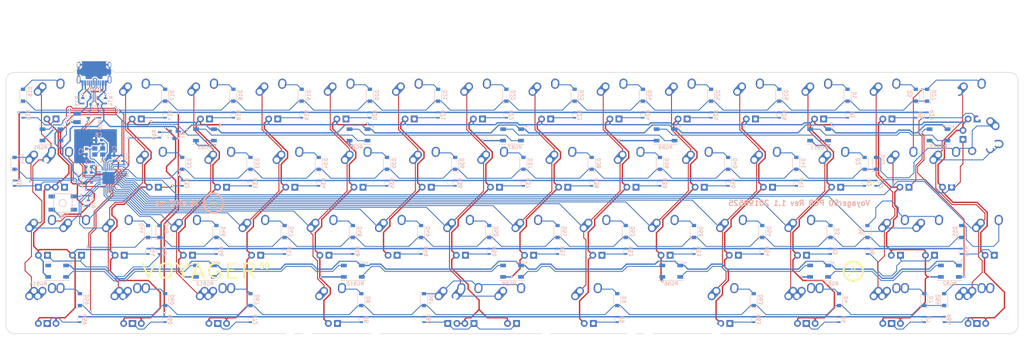
<source format=kicad_pcb>
(kicad_pcb (version 20221018) (generator pcbnew)
  (layers (0 "F.Cu" signal) (31 "B.Cu" signal) (34 "B.Paste" user) (35 "F.Paste" user) (36 "B.SilkS" user "B.Silkscreen") (37 "F.SilkS" user "F.Silkscreen") (38 "B.Mask" user) (39 "F.Mask" user) (44 "Edge.Cuts" user))
  (net 0 "")
  (net 1 "+5V")
  (net 2 "GND")
  (net 3 "Net-(C6-Pad1)")
  (net 4 "Net-(C7-Pad1)")
  (net 5 "Net-(C8-Pad1)")
  (net 6 "Net-(D1-Pad2)")
  (net 7 "ROW3")
  (net 8 "Net-(D16-Pad2)")
  (net 9 "ROW0")
  (net 10 "Net-(D17-Pad2)")
  (net 11 "Net-(D18-Pad2)")
  (net 12 "Net-(D19-Pad2)")
  (net 13 "Net-(D20-Pad2)")
  (net 14 "Net-(D21-Pad2)")
  (net 15 "Net-(D22-Pad2)")
  (net 16 "Net-(D23-Pad2)")
  (net 17 "Net-(D24-Pad2)")
  (net 18 "Net-(D25-Pad2)")
  (net 19 "Net-(D26-Pad2)")
  (net 20 "Net-(D27-Pad2)")
  (net 21 "ROW1")
  (net 22 "Net-(D31-Pad2)")
  (net 23 "Net-(D32-Pad2)")
  (net 24 "Net-(D33-Pad2)")
  (net 25 "Net-(D34-Pad2)")
  (net 26 "Net-(D35-Pad2)")
  (net 27 "Net-(D36-Pad2)")
  (net 28 "Net-(D37-Pad2)")
  (net 29 "Net-(D38-Pad2)")
  (net 30 "Net-(D39-Pad2)")
  (net 31 "Net-(D40-Pad2)")
  (net 32 "Net-(D41-Pad2)")
  (net 33 "Net-(D42-Pad2)")
  (net 34 "Net-(D44-Pad2)")
  (net 35 "ROW2")
  (net 36 "Net-(D45-Pad2)")
  (net 37 "Net-(D46-Pad2)")
  (net 38 "Net-(D47-Pad2)")
  (net 39 "Net-(D48-Pad2)")
  (net 40 "Net-(D49-Pad2)")
  (net 41 "Net-(D50-Pad2)")
  (net 42 "Net-(D51-Pad2)")
  (net 43 "Net-(D52-Pad2)")
  (net 44 "Net-(D53-Pad2)")
  (net 45 "Net-(D55-Pad2)")
  (net 46 "Net-(D59-Pad2)")
  (net 47 "Net-(D60-Pad2)")
  (net 48 "Net-(D61-Pad2)")
  (net 49 "Net-(D63-Pad2)")
  (net 50 "Net-(D64-Pad2)")
  (net 51 "Net-(D67-Pad2)")
  (net 52 "VCC")
  (net 53 "COL9")
  (net 54 "Net-(K_,1-Pad4)")
  (net 55 "COL11")
  (net 56 "Net-(K_;1-Pad4)")
  (net 57 "Net-(K_\\1-Pad4)")
  (net 58 "COL1")
  (net 59 "Net-(K_A1-Pad4)")
  (net 60 "Net-(K_ALT1-Pad4)")
  (net 61 "COL2")
  (net 62 "Net-(K_B1-Pad4)")
  (net 63 "COL6")
  (net 64 "Net-(K_C1-Pad4)")
  (net 65 "COL4")
  (net 66 "COL0")
  (net 67 "Net-(K_CAPS1-Pad4)")
  (net 68 "Net-(K_CTRL1-Pad4)")
  (net 69 "Net-(K_D1-Pad4)")
  (net 70 "COL3")
  (net 71 "Net-(K_E1-Pad4)")
  (net 72 "Net-(K_F1-Pad4)")
  (net 73 "Net-(K_G1-Pad4)")
  (net 74 "COL5")
  (net 75 "Net-(K_H1-Pad4)")
  (net 76 "COL8")
  (net 77 "Net-(K_I1-Pad4)")
  (net 78 "Net-(K_J1-Pad4)")
  (net 79 "COL7")
  (net 80 "Net-(K_K1-Pad4)")
  (net 81 "Net-(K_L1-Pad4)")
  (net 82 "Net-(K_M1-Pad4)")
  (net 83 "Net-(K_N1-Pad4)")
  (net 84 "Net-(K_O1-Pad4)")
  (net 85 "Net-(K_P1-Pad4)")
  (net 86 "Net-(K_Q1-Pad4)")
  (net 87 "Net-(K_R1-Pad4)")
  (net 88 "Net-(K_RALT1-Pad4)")
  (net 89 "Net-(K_RCTRL1-Pad4)")
  (net 90 "Net-(K_S1-Pad4)")
  (net 91 "Net-(K_SHIFT1-Pad4)")
  (net 92 "Net-(K_SHIFT3-Pad4)")
  (net 93 "Net-(K_T1-Pad4)")
  (net 94 "Net-(K_TAB1-Pad4)")
  (net 95 "Net-(K_U1-Pad4)")
  (net 96 "Net-(K_V1-Pad4)")
  (net 97 "Net-(K_W1-Pad4)")
  (net 98 "Net-(K_X1-Pad4)")
  (net 99 "Net-(K_Y1-Pad4)")
  (net 100 "Net-(K_Z1-Pad4)")
  (net 101 "LEDGND")
  (net 102 "Net-(Q1-Pad1)")
  (net 103 "D-")
  (net 104 "Net-(R67-Pad2)")
  (net 105 "Net-(R68-Pad2)")
  (net 106 "D+")
  (net 107 "Net-(R69-Pad2)")
  (net 108 "Net-(R70-Pad2)")
  (net 109 "Net-(R71-Pad2)")
  (net 110 "Net-(R73-Pad2)")
  (net 111 "Net-(R74-Pad2)")
  (net 112 "RGBLED")
  (net 113 "Net-(USB1-Pad9)")
  (net 114 "Net-(USB1-Pad3)")
  (net 115 "Net-(K_ENTER1-Pad4)")
  (net 116 "Net-(K_RSHIFT1-Pad4)")
  (net 117 "Net-(K_WIN1-Pad4)")
  (net 118 "Net-(RGB1-Pad2)")
  (net 119 "Net-(RGB2-Pad2)")
  (net 120 "Net-(RGB11-Pad2)")
  (net 121 "Net-(RGB3-Pad2)")
  (net 122 "Net-(RGB4-Pad2)")
  (net 123 "Net-(RGB5-Pad2)")
  (net 124 "Net-(RGB6-Pad2)")
  (net 125 "Net-(RGB7-Pad2)")
  (net 126 "Net-(RGB10-Pad4)")
  (net 127 "Net-(RGB11-Pad4)")
  (net 128 "Net-(RGB10-Pad2)")
  (net 129 "Net-(RGB12-Pad2)")
  (net 130 "Net-(D2-Pad2)")
  (net 131 "Net-(D3-Pad2)")
  (net 132 "Net-(D4-Pad2)")
  (net 133 "Net-(D5-Pad2)")
  (net 134 "Net-(D6-Pad2)")
  (net 135 "Net-(D7-Pad2)")
  (net 136 "Net-(D54-Pad2)")
  (net 137 "COL10")
  (net 138 "Net-(K_.1-Pad4)")
  (net 139 "Net-(K_'1-Pad4)")
  (net 140 "Net-(K_/1-Pad4)")
  (net 141 "Net-(K_[1-Pad4)")
  (net 142 "COL13")
  (net 143 "Net-(K_]1-Pad4)")
  (net 144 "COL12")
  (net 145 "Net-(K_RALT2-Pad4)")
  (net 146 "Net-(K_RMENU1-Pad4)")
  (net 147 "Net-(K_SPACE1-Pad4)")
  (net 148 "Net-(K_SRSHIFT2-Pad4)")
  (net 149 "Net-(RGB13-Pad2)")
  (net 150 "Net-(RGB14-Pad2)")
  (net 151 "Net-(D8-Pad2)")
  (net 152 "Net-(D9-Pad2)")
  (net 153 "Net-(K_SPLSPACE1-Pad4)")
  (net 154 "Net-(K_SPLSPACE3-Pad4)")
  (footprint "MX_Alps_Hybrid:MX-1U" (layer "F.Cu") (at 219.075 77.7875)
    (fp_text reference "K_,1")
    (fp_text value "MX-1U")
  )
  (footprint "MX_Alps_Hybrid:MX-1U" (layer "F.Cu") (at 238.125 77.7875)
    (fp_text reference "K_.1")
    (fp_text value "MX-1U")
  )
  (footprint "MX_Alps_Hybrid:MX-1U" (layer "F.Cu") (at 247.65 58.7375)
    (fp_text reference "K_;1")
    (fp_text value "MX-1U")
  )
  (footprint "MX_Alps_Hybrid:MX-1.5U" (layer "F.Cu") (at 304.8 39.6875)
    (fp_text reference "K_\\1")
    (fp_text value "MX-1.5U")
  )
  (footprint "MX_Alps_Hybrid:MX-1U" (layer "F.Cu") (at 76.2 58.7375)
    (fp_text reference "K_A1")
    (fp_text value "MX-1U")
  )
  (footprint "MX_Alps_Hybrid:MX-1.25U" (layer "F.Cu") (at 92.86875 96.8375)
    (fp_text reference "K_ALT1")
    (fp_text value "MX-1.25U")
  )
  (footprint "MX_Alps_Hybrid:MX-1U" (layer "F.Cu") (at 161.925 77.7875)
    (fp_text reference "K_B1")
    (fp_text value "MX-1U")
  )
  (footprint "MX_Alps_Hybrid:MX-1U" (layer "F.Cu") (at 123.825 77.7875)
    (fp_text reference "K_C1")
    (fp_text value "MX-1U")
  )
  (footprint "MX_Alps_Hybrid:MX-1.75U" (layer "F.Cu") (at 50.00625 58.7375)
    (fp_text reference "K_CAPS1")
    (fp_text value "MX-1.75U")
  )
  (footprint "MX_Alps_Hybrid:MX-1.25U-FLIPPED" (layer "F.Cu") (at 45.24375 58.7375)
    (fp_text reference "K_CAPS2")
    (fp_text value "MX-1.25U")
  )
  (footprint "MX_Alps_Hybrid:MX-1U" (layer "F.Cu") (at 114.3 58.7375)
    (fp_text reference "K_D1")
    (fp_text value "MX-1U")
  )
  (footprint "MX_Alps_Hybrid:MX-1U" (layer "F.Cu") (at 109.5375 39.6875)
    (fp_text reference "K_E1")
    (fp_text value "MX-1U")
  )
  (footprint "MX_Alps_Hybrid:MX-1U" (layer "F.Cu") (at 133.35 58.7375)
    (fp_text reference "K_F1")
    (fp_text value "MX-1U")
  )
  (footprint "MX_Alps_Hybrid:MX-1U" (layer "F.Cu") (at 152.4 58.7375)
    (fp_text reference "K_G1")
    (fp_text value "MX-1U")
  )
  (footprint "MX_Alps_Hybrid:MX-1U" (layer "F.Cu") (at 171.45 58.7375)
    (fp_text reference "K_H1")
    (fp_text value "MX-1U")
  )
  (footprint "MX_Alps_Hybrid:MX-1U" (layer "F.Cu") (at 204.7875 39.6875)
    (fp_text reference "K_I1")
    (fp_text value "MX-1U")
  )
  (footprint "MX_Alps_Hybrid:MX-1U" (layer "F.Cu") (at 190.5 58.7375)
    (fp_text reference "K_J1")
    (fp_text value "MX-1U")
  )
  (footprint "MX_Alps_Hybrid:MX-1U" (layer "F.Cu") (at 209.55 58.7375)
    (fp_text reference "K_K1")
    (fp_text value "MX-1U")
  )
  (footprint "MX_Alps_Hybrid:MX-1U" (layer "F.Cu") (at 228.6 58.7375)
    (fp_text reference "K_L1")
    (fp_text value "MX-1U")
  )
  (footprint "MX_Alps_Hybrid:MX-1U" (layer "F.Cu") (at 200.025 77.7875)
    (fp_text reference "K_M1")
    (fp_text value "MX-1U")
  )
  (footprint "MX_Alps_Hybrid:MX-1U" (layer "F.Cu") (at 180.975 77.7875)
    (fp_text reference "K_N1")
    (fp_text value "MX-1U")
  )
  (footprint "MX_Alps_Hybrid:MX-1U" (layer "F.Cu") (at 223.8375 39.6875)
    (fp_text reference "K_O1")
    (fp_text value "MX-1U")
  )
  (footprint "MX_Alps_Hybrid:MX-1U" (layer "F.Cu") (at 242.8875 39.6875)
    (fp_text reference "K_P1")
    (fp_text value "MX-1U")
  )
  (footprint "MX_Alps_Hybrid:MX-1U" (layer "F.Cu") (at 71.4375 39.6875)
    (fp_text reference "K_Q1")
    (fp_text value "MX-1U")
  )
  (footprint "MX_Alps_Hybrid:MX-1U" (layer "F.Cu") (at 128.5875 39.6875)
    (fp_text reference "K_R1")
    (fp_text value "MX-1U")
  )
  (footprint "MX_Alps_Hybrid:MX-1.25U-FLIPPED" (layer "F.Cu") (at 307.18125 96.8375)
    (fp_text reference "K_RCTRL1")
    (fp_text value "MX-1.25U")
  )
  (footprint "MX_Alps_Hybrid:MX-1.25U" (layer "F.Cu") (at 235.74375 96.8375)
    (fp_text reference "K_RALT1")
    (fp_text value "MX-1.25U")
  )
  (footprint "MX_Alps_Hybrid:MX-1U" (layer "F.Cu") (at 95.25 58.7375)
    (fp_text reference "K_S1")
    (fp_text value "MX-1U")
  )
  (footprint "MX_Alps_Hybrid:MX-2.25U" (layer "F.Cu") (at 54.76875 77.7875)
    (fp_text reference "K_SHIFT1")
    (fp_text value "MX-2.25U")
  )
  (footprint "MX_Alps_Hybrid:MX-1.25U" (layer "F.Cu") (at 45.24375 77.7875)
    (fp_text reference "K_SHIFT2")
    (fp_text value "MX-1.25U")
  )
  (footprint "MX_Alps_Hybrid:MX-1U" (layer "F.Cu") (at 66.675 77.7875)
    (fp_text reference "K_SHIFT3")
    (fp_text value "MX-1U")
  )
  (footprint "MX_Alps_Hybrid:MX-1U" (layer "F.Cu") (at 147.6375 39.6875)
    (fp_text reference "K_T1")
    (fp_text value "MX-1U")
  )
  (footprint "MX_Alps_Hybrid:MX-1.5U" (layer "F.Cu") (at 47.625 39.6875)
    (fp_text reference "K_TAB1")
    (fp_text value "MX-1.5U")
  )
  (footprint "MX_Alps_Hybrid:MX-1U" (layer "F.Cu") (at 185.7375 39.6875)
    (fp_text reference "K_U1")
    (fp_text value "MX-1U")
  )
  (footprint "MX_Alps_Hybrid:MX-1U" (layer "F.Cu") (at 142.875 77.7875)
    (fp_text reference "K_V1")
    (fp_text value "MX-1U")
  )
  (footprint "MX_Alps_Hybrid:MX-1U" (layer "F.Cu") (at 90.4875 39.6875)
    (fp_text reference "K_W1")
    (fp_text value "MX-1U")
  )
  (footprint "MX_Alps_Hybrid:MX-1.25U" (layer "F.Cu") (at 69.05625 96.8375)
    (fp_text reference "K_WIN1")
    (fp_text value "MX-1.25U")
  )
  (footprint "MX_Alps_Hybrid:MX-1U" (layer "F.Cu") (at 104.775 77.7875)
    (fp_text reference "K_X1")
    (fp_text value "MX-1U")
  )
  (footprint "MX_Alps_Hybrid:MX-1U" (layer "F.Cu") (at 166.6875 39.6875)
    (fp_text reference "K_Y1")
    (fp_text value "MX-1U")
  )
  (footprint "MX_Alps_Hybrid:MX-1U" (layer "F.Cu") (at 85.725 77.7875)
    (fp_text reference "K_Z1")
    (fp_text value "MX-1U")
  )
  (footprint "MX_Alps_Hybrid:MX-2.25U" (layer "F.Cu") (at 297.65625 58.7375)
    (fp_text reference "K_ENTER1")
    (fp_text value "MX-2.25U")
  )
  (footprint "MX_Alps_Hybrid:MX-1U" (layer "F.Cu") (at 309.5625 77.7875)
    (fp_text reference "K_SRSHIFT2")
    (fp_text value "MX-1U")
  )
  (footprint "MX_Alps_Hybrid:MX-1U" (layer "F.Cu") (at 266.7 58.7375)
    (fp_text reference "K_'1")
    (fp_text value "MX-1U")
  )
  (footprint "MX_Alps_Hybrid:MX-1U" (layer "F.Cu") (at 257.175 77.7875)
    (fp_text reference "K_/1")
    (fp_text value "MX-1U")
  )
  (footprint "MX_Alps_Hybrid:MX-1U" (layer "F.Cu") (at 261.9375 39.6875)
    (fp_text reference "K_[1")
    (fp_text value "MX-1U")
  )
  (footprint "MX_Alps_Hybrid:MX-1U" (layer "F.Cu") (at 280.9875 39.6875)
    (fp_text reference "K_]1")
    (fp_text value "MX-1U")
  )
  (footprint "MX_Alps_Hybrid:MX-1.5U-FLIPPED" (layer "F.Cu") (at 95.25 96.8375)
    (fp_text reference "K_ALT2")
    (fp_text value "MX-1.5U")
  )
  (footprint "MX_Alps_Hybrid:MX-1.5U-FLIPPED" (layer "F.Cu") (at 47.625 96.8375)
    (fp_text reference "K_CTRL2")
    (fp_text value "MX-1.5U")
  )
  (footprint "MX_Alps_Hybrid:MX-1.5U" (layer "F.Cu") (at 257.175 96.8375)
    (fp_text reference "K_RALT2")
    (fp_text value "MX-1.5U")
  )
  (footprint "MX_Alps_Hybrid:MX-1.5U" (layer "F.Cu") (at 304.8 96.8375)
    (fp_text reference "K_RCTRL2")
    (fp_text value "MX-1.5U")
  )
  (footprint "MX_Alps_Hybrid:MX-1.25U-FLIPPED" (layer "F.Cu") (at 283.36875 96.8375)
    (fp_text reference "K_RMENU1")
    (fp_text value "MX-1.25U")
  )
  (footprint "MX_Alps_Hybrid:MX-2.75U" (layer "F.Cu") (at 292.89375 77.7875)
    (fp_text reference "K_RSHIFT1")
    (fp_text value "MX-2.75U")
  )
  (footprint "MX_Alps_Hybrid:MX-1.25U-FLIPPED" (layer "F.Cu") (at 259.55625 96.8375)
    (fp_text reference "K_RWIN1")
    (fp_text value "MX-1.25U")
  )
  (footprint "MX_Alps_Hybrid:MX-1U" (layer "F.Cu") (at 280.9875 96.8375)
    (fp_text reference "K_RWIN2")
    (fp_text value "MX-1U")
  )
  (footprint "MX_Alps_Hybrid:MX-1.75U" (layer "F.Cu") (at 283.36875 77.7875)
    (fp_text reference "K_SRSHIFT1")
    (fp_text value "MX-1.75U")
  )
  (footprint "MX_Alps_Hybrid:MX-1U-FLIPPED" (layer "F.Cu") (at 71.4375 96.8375)
    (fp_text reference "K_WIN2")
    (fp_text value "MX-1U")
  )
  (footprint "MX_Alps_Hybrid:MX-1U" (layer "F.Cu") (at 285.75 58.7375)
    (fp_text reference "K_\\2")
    (fp_text value "MX-1U")
  )
  (footprint "MX_Alps_Hybrid:MX-ISO-ReversedStabilizers" (layer "F.Cu") (at 307.18125 49.2125)
    (fp_text reference "K_ENTER2")
    (fp_text value "MX-2.25U")
  )
  (footprint "MX_Alps_Hybrid:MX-6.25U-ReversedStabilizers" (layer "F.Cu") (at 164.30625 96.8375)
    (fp_text reference "K_SPACE1")
    (fp_text value "MX-6.25U")
  )
  (footprint "MX_Alps_Hybrid:MX-2.25U-ReversedStabilizers" (layer "F.Cu") (at 126.20625 96.8375)
    (fp_text reference "K_SPLSPACE1")
    (fp_text value "MX-2.25U")
  )
  (footprint "MX_Alps_Hybrid:MX-1.25U-FLIPPED" (layer "F.Cu") (at 159.54375 96.8375)
    (fp_text reference "K_SPLSPACE2")
    (fp_text value "MX-1.25U")
  )
  (footprint "MX_Alps_Hybrid:MX-2.75U-ReversedStabilizers" (layer "F.Cu") (at 197.64375 96.8375)
    (fp_text reference "K_SPLSPACE3")
    (fp_text value "MX-2.75U")
  )
  (footprint "locallib:ai-ring-6mm" (layer "F.Cu") (at 271.4625 87.3125)
    (fp_text reference "G***" hide)
    (fp_text value "LOGO" hide)
  )
  (footprint "MX_Alps_Hybrid:MX-1.25U" (layer "F.Cu") (at 45.24375 96.8375)
    (fp_text reference "K_CTRL1")
    (fp_text value "MX-1.25U")
  )
  (footprint "MX_Alps_Hybrid:MX-7U-ReversedStabilizers" (layer "F.Cu") (at 176.2125 96.8375)
    (fp_text reference "K_SPACE2")
    (fp_text value "MX-7U")
  )
  (footprint "Capacitors_SMD:C_0603" (layer "B.Cu") (at 58.00725 58.13425)
    (fp_text reference "C2")
    (fp_text value "10uF")
  )
  (footprint "Capacitors_SMD:C_0603" (layer "B.Cu") (at 58.00725 59.72175)
    (fp_text reference "C3")
    (fp_text value "0.1uF")
  )
  (footprint "Capacitors_SMD:C_0603" (layer "B.Cu") (at 65.151 55.753 -90)
    (fp_text reference "C4")
    (fp_text value "0.1uF")
  )
  (footprint "Capacitors_SMD:C_0603" (layer "B.Cu") (at 58.00725 62.484 180)
    (fp_text reference "C6")
    (fp_text value "1uF")
  )
  (footprint "Capacitors_SMD:C_0603" (layer "B.Cu") (at 57.37225 53.848 -90)
    (fp_text reference "C7")
    (fp_text value "22pF")
  )
  (footprint "Capacitors_SMD:C_0603" (layer "B.Cu") (at 60.833 50.673 180)
    (fp_text reference "C8")
    (fp_text value "22pF")
  )
  (footprint "Diodes_SMD:D_SOD-123" (layer "B.Cu") (at 39.6875 38.1 90)
    (fp_text reference "D16")
    (fp_text value "SOD-123")
  )
  (footprint "Diodes_SMD:D_SOD-123" (layer "B.Cu") (at 79.375 38.1 90)
    (fp_text reference "D17")
    (fp_text value "SOD-123")
  )
  (footprint "Diodes_SMD:D_SOD-123" (layer "B.Cu") (at 98.425 38.1 90)
    (fp_text reference "D18")
    (fp_text value "SOD-123")
  )
  (footprint "Diodes_SMD:D_SOD-123" (layer "B.Cu") (at 117.475 38.1 90)
    (fp_text reference "D19")
    (fp_text value "SOD-123")
  )
  (footprint "Diodes_SMD:D_SOD-123" (layer "B.Cu") (at 136.525 38.1 90)
    (fp_text reference "D20")
    (fp_text value "SOD-123")
  )
  (footprint "Diodes_SMD:D_SOD-123" (layer "B.Cu") (at 155.575 38.1 90)
    (fp_text reference "D21")
    (fp_text value "SOD-123")
  )
  (footprint "Diodes_SMD:D_SOD-123" (layer "B.Cu") (at 174.625 38.1 90)
    (fp_text reference "D22")
    (fp_text value "SOD-123")
  )
  (footprint "Diodes_SMD:D_SOD-123" (layer "B.Cu") (at 193.675 38.1 90)
    (fp_text reference "D23")
    (fp_text value "SOD-123")
  )
  (footprint "Diodes_SMD:D_SOD-123" (layer "B.Cu") (at 212.725 38.1 90)
    (fp_text reference "D24")
    (fp_text value "SOD-123")
  )
  (footprint "Diodes_SMD:D_SOD-123" (layer "B.Cu") (at 231.775 38.1 90)
    (fp_text reference "D25")
    (fp_text value "SOD-123")
  )
  (footprint "Diodes_SMD:D_SOD-123" (layer "B.Cu") (at 250.825 38.1 90)
    (fp_text reference "D26")
    (fp_text value "SOD-123")
  )
  (footprint "Diodes_SMD:D_SOD-123" (layer "B.Cu") (at 292.1 38.1 90)
    (fp_text reference "D27")
    (fp_text value "SOD-123")
  )
  (footprint "Diodes_SMD:D_SOD-123" (layer "B.Cu") (at 37.30625 57.15 90)
    (fp_text reference "D31")
    (fp_text value "SOD-123")
  )
  (footprint "Diodes_SMD:D_SOD-123" (layer "B.Cu") (at 84.1375 57.15 90)
    (fp_text reference "D32")
    (fp_text value "SOD-123")
  )
  (footprint "Diodes_SMD:D_SOD-123" (layer "B.Cu") (at 103.1875 57.15 90)
    (fp_text reference "D33")
    (fp_text value "SOD-123")
  )
  (footprint "Diodes_SMD:D_SOD-123" (layer "B.Cu") (at 122.2375 57.15 90)
    (fp_text reference "D34")
    (fp_text value "SOD-123")
  )
  (footprint "Diodes_SMD:D_SOD-123" (layer "B.Cu") (at 141.2875 57.15 90)
    (fp_text reference "D35")
    (fp_text value "SOD-123")
  )
  (footprint "Diodes_SMD:D_SOD-123" (layer "B.Cu") (at 160.3375 57.15 90)
    (fp_text reference "D36")
    (fp_text value "SOD-123")
  )
  (footprint "Diodes_SMD:D_SOD-123" (layer "B.Cu") (at 179.3875 57.15 90)
    (fp_text reference "D37")
    (fp_text value "SOD-123")
  )
  (footprint "Diodes_SMD:D_SOD-123" (layer "B.Cu") (at 198.4375 57.15 90)
    (fp_text reference "D38")
    (fp_text value "SOD-123")
  )
  (footprint "Diodes_SMD:D_SOD-123" (layer "B.Cu") (at 217.4875 57.15 90)
    (fp_text reference "D39")
    (fp_text value "SOD-123")
  )
  (footprint "Diodes_SMD:D_SOD-123" (layer "B.Cu") (at 236.5375 57.15 90)
    (fp_text reference "D40")
    (fp_text value "SOD-123")
  )
  (footprint "Diodes_SMD:D_SOD-123" (layer "B.Cu") (at 277.8125 57.15 90)
    (fp_text reference "D42")
    (fp_text value "SOD-123")
  )
  (footprint "Diodes_SMD:D_SOD-123" (layer "B.Cu") (at 74.6125 76.2 90)
    (fp_text reference "D44")
    (fp_text value "SOD-123")
  )
  (footprint "Diodes_SMD:D_SOD-123" (layer "B.Cu") (at 77.7875 76.2 90)
    (fp_text reference "D45")
    (fp_text value "SOD-123")
  )
  (footprint "Diodes_SMD:D_SOD-123" (layer "B.Cu") (at 93.6625 76.2 90)
    (fp_text reference "D46")
    (fp_text value "SOD-123")
  )
  (footprint "Diodes_SMD:D_SOD-123" (layer "B.Cu") (at 112.7125 76.2 90)
    (fp_text reference "D47")
    (fp_text value "SOD-123")
  )
  (footprint "Diodes_SMD:D_SOD-123" (layer "B.Cu") (at 131.7625 76.2 90)
    (fp_text reference "D48")
    (fp_text value "SOD-123")
  )
  (footprint "Diodes_SMD:D_SOD-123" (layer "B.Cu") (at 150.8125 76.2 90)
    (fp_text reference "D49")
    (fp_text value "SOD-123")
  )
  (footprint "Diodes_SMD:D_SOD-123" (layer "B.Cu") (at 169.8625 76.2 90)
    (fp_text reference "D50")
    (fp_text value "SOD-123")
  )
  (footprint "Diodes_SMD:D_SOD-123" (layer "B.Cu") (at 188.9125 76.2 90)
    (fp_text reference "D51")
    (fp_text value "SOD-123")
  )
  (footprint "Diodes_SMD:D_SOD-123" (layer "B.Cu") (at 207.9625 76.2 90)
    (fp_text reference "D52")
    (fp_text value "SOD-123")
  )
  (footprint "Diodes_SMD:D_SOD-123" (layer "B.Cu") (at 227.0125 76.2 90)
    (fp_text reference "D53")
    (fp_text value "SOD-123")
  )
  (footprint "Diodes_SMD:D_SOD-123" (layer "B.Cu") (at 301.625 76.2 90)
    (fp_text reference "D55")
    (fp_text value "SOD-123")
  )
  (footprint "Diodes_SMD:D_SOD-123" (layer "B.Cu") (at 55.5625 95.25 90)
    (fp_text reference "D59")
    (fp_text value "SOD-123")
  )
  (footprint "Diodes_SMD:D_SOD-123" (layer "B.Cu") (at 79.375 95.25 90)
    (fp_text reference "D60")
    (fp_text value "SOD-123")
  )
  (footprint "Diodes_SMD:D_SOD-123" (layer "B.Cu") (at 151.60625 95.25 90)
    (fp_text reference "D61")
    (fp_text value "SOD-123")
  )
  (footprint "Diodes_SMD:D_SOD-123" (layer "B.Cu") (at 243.68125 95.25 90)
    (fp_text reference "D63")
    (fp_text value "SOD-123")
  )
  (footprint "Diodes_SMD:D_SOD-123" (layer "B.Cu") (at 296.8625 95.25 90)
    (fp_text reference "D64")
    (fp_text value "SOD-123")
  )
  (footprint "Diodes_SMD:D_SOD-123" (layer "B.Cu") (at 103.1875 95.25 90)
    (fp_text reference "D67")
    (fp_text value "SOD-123")
  )
  (footprint "Fuse_Holders_and_Fuses:Fuse_SMD1206_Reflow" (layer "B.Cu") (at 54.76875 44.45 90)
    (fp_text reference "F1")
    (fp_text value "500mA")
  )
  (footprint "TO_SOT_Packages_SMD:SOT-23" (layer "B.Cu") (at 81.75625 49.2125 -90)
    (fp_text reference "Q1")
    (fp_text value "2N7002")
  )
  (footprint "Resistors_SMD:R_0603" (layer "B.Cu") (at 39.6875 43.65625 90)
    (fp_text reference "R16")
    (fp_text value "1k")
  )
  (footprint "Resistors_SMD:R_0603" (layer "B.Cu") (at 79.375 43.65625 90)
    (fp_text reference "R17")
    (fp_text value "1k")
  )
  (footprint "Resistors_SMD:R_0603" (layer "B.Cu") (at 98.425 43.65625 90)
    (fp_text reference "R18")
    (fp_text value "1k")
  )
  (footprint "Resistors_SMD:R_0603" (layer "B.Cu") (at 117.475 43.65625 90)
    (fp_text reference "R19")
    (fp_text value "1k")
  )
  (footprint "Resistors_SMD:R_0603" (layer "B.Cu") (at 136.525 43.65625 90)
    (fp_text reference "R20")
    (fp_text value "1k")
  )
  (footprint "Resistors_SMD:R_0603" (layer "B.Cu") (at 155.575 43.65625 90)
    (fp_text reference "R21")
    (fp_text value "1k")
  )
  (footprint "Resistors_SMD:R_0603" (layer "B.Cu") (at 174.625 43.65625 90)
    (fp_text reference "R22")
    (fp_text value "1k")
  )
  (footprint "Resistors_SMD:R_0603" (layer "B.Cu") (at 193.675 43.65625 90)
    (fp_text reference "R23")
    (fp_text value "1k")
  )
  (footprint "Resistors_SMD:R_0603" (layer "B.Cu") (at 212.725 43.65625 90)
    (fp_text reference "R24")
    (fp_text value "1k")
  )
  (footprint "Resistors_SMD:R_0603" (layer "B.Cu") (at 231.775 43.65625 90)
    (fp_text reference "R25")
    (fp_text value "1k")
  )
  (footprint "Resistors_SMD:R_0603" (layer "B.Cu") (at 250.825 43.65625 90)
    (fp_text reference "R26")
    (fp_text value "1k")
  )
  (footprint "Resistors_SMD:R_0603" (layer "B.Cu") (at 292.1 43.65625 90)
    (fp_text reference "R27")
    (fp_text value "1k")
  )
  (footprint "Resistors_SMD:R_0603" (layer "B.Cu") (at 37.30625 62.70625 90)
    (fp_text reference "R31")
    (fp_text value "1k")
  )
  (footprint "Resistors_SMD:R_0603" (layer "B.Cu") (at 84.1375 62.70625 90)
    (fp_text reference "R32")
    (fp_text value "1k")
  )
  (footprint "Resistors_SMD:R_0603" (layer "B.Cu") (at 103.1875 62.70625 90)
    (fp_text reference "R33")
    (fp_text value "1k")
  )
  (footprint "Resistors_SMD:R_0603" (layer "B.Cu") (at 122.2375 62.70625 90)
    (fp_text reference "R34")
    (fp_text value "1k")
  )
  (footprint "Resistors_SMD:R_0603" (layer "B.Cu") (at 141.2875 62.70625 90)
    (fp_text reference "R35")
    (fp_text value "1k")
  )
  (footprint "Resistors_SMD:R_0603" (layer "B.Cu") (at 160.3375 62.70625 90)
    (fp_text reference "R36")
    (fp_text value "1k")
  )
  (footprint "Resistors_SMD:R_0603" (layer "B.Cu") (at 179.3875 62.70625 90)
    (fp_text reference "R37")
    (fp_text value "1k")
  )
  (footprint "Resistors_SMD:R_0603" (layer "B.Cu") (at 198.4375 62.70625 90)
    (fp_text reference "R38")
    (fp_text value "1k")
  )
  (footprint "Resistors_SMD:R_0603" (layer "B.Cu") (at 217.4875 62.70625 90)
    (fp_text reference "R39")
    (fp_text value "1k")
  )
  (footprint "Resistors_SMD:R_0603" (layer "B.Cu") (at 236.5375 62.70625 90)
    (fp_text reference "R40")
    (fp_text value "1k")
  )
  (footprint "Resistors_SMD:R_0603" (layer "B.Cu") (at 255.5875 62.70625 90)
    (fp_text reference "R41")
    (fp_text value "1k")
  )
  (footprint "Resistors_SMD:R_0603" (layer "B.Cu") (at 277.8125 62.70625 90)
    (fp_text reference "R42")
    (fp_text value "1k")
  )
  (footprint "Resistors_SMD:R_0603" (layer "B.Cu") (at 74.6125 81.75625 90)
    (fp_text reference "R44")
    (fp_text value "1k")
  )
  (footprint "Resistors_SMD:R_0603" (layer "B.Cu") (at 77.7875 81.75625 90)
    (fp_text reference "R45")
    (fp_text value "1k")
  )
  (footprint "Resistors_SMD:R_0603" (layer "B.Cu") (at 93.6625 81.75625 90)
    (fp_text reference "R46")
    (fp_text value "1k")
  )
  (footprint "Resistors_SMD:R_0603" (layer "B.Cu") (at 112.7125 81.75625 90)
    (fp_text reference "R47")
    (fp_text value "1k")
  )
  (footprint "Resistors_SMD:R_0603" (layer "B.Cu") (at 131.7625 81.75625 90)
    (fp_text reference "R48")
    (fp_text value "1k")
  )
  (footprint "Resistors_SMD:R_0603" (layer "B.Cu") (at 150.8125 81.75625 90)
    (fp_text reference "R49")
    (fp_text value "1k")
  )
  (footprint "Resistors_SMD:R_0603" (layer "B.Cu") (at 169.8625 81.75625 90)
    (fp_text reference "R50")
    (fp_text value "1k")
  )
  (footprint "Resistors_SMD:R_0603" (layer "B.Cu") (at 188.9125 81.75625 90)
    (fp_text reference "R51")
    (fp_text value "1k")
  )
  (footprint "Resistors_SMD:R_0603" (layer "B.Cu") (at 207.9625 81.75625 90)
    (fp_text reference "R52")
    (fp_text value "1k")
  )
  (footprint "Resistors_SMD:R_0603" (layer "B.Cu") (at 227.0125 81.75625 90)
    (fp_text reference "R53")
    (fp_text value "1k")
  )
  (footprint "Resistors_SMD:R_0603" (layer "B.Cu") (at 246.0625 81.75625 90)
    (fp_text reference "R54")
    (fp_text value "1k")
  )
  (footprint "Resistors_SMD:R_0603" (layer "B.Cu") (at 301.625 81.75625 90)
    (fp_text reference "R55")
    (fp_text value "1k")
  )
  (footprint "Resistors_SMD:R_0603" (layer "B.Cu") (at 55.5625 100.80625 90)
    (fp_text reference "R59")
    (fp_text value "1k")
  )
  (footprint "Resistors_SMD:R_0603" (layer "B.Cu") (at 79.375 100.80625 90)
    (fp_text reference "R60")
    (fp_text value "1k")
  )
  (footprint "Resistors_SMD:R_0603" (layer "B.Cu") (at 151.60625 100.80625 90)
    (fp_text reference "R61")
    (fp_text value "1k")
  )
  (footprint "Resistors_SMD:R_0603" (layer "B.Cu") (at 243.68125 100.80625 90)
    (fp_text reference "R63")
    (fp_text value "1k")
  )
  (footprint "Resistors_SMD:R_0603" (layer "B.Cu") (at 296.8625 100.80625 90)
    (fp_text reference "R64")
    (fp_text value "1k")
  )
  (footprint "Resistors_SMD:R_0603" (layer "B.Cu") (at 57.94375 43.65625 90)
    (fp_text reference "R67")
    (fp_text value "22")
  )
  (footprint "Resistors_SMD:R_0603" (layer "B.Cu") (at 61.11875 43.65625 90)
    (fp_text reference "R68")
    (fp_text value "22")
  )
  (footprint "Resistors_SMD:R_0603" (layer "B.Cu") (at 77.7875 49.2125 -90)
    (fp_text reference "R69")
    (fp_text value "100")
  )
  (footprint "Resistors_SMD:R_0603" (layer "B.Cu") (at 67.53225 55.753 -90)
    (fp_text reference "R71")
    (fp_text value "1k")
  )
  (footprint "Resistors_SMD:R_0603" (layer "B.Cu") (at 103.1875 100.80625 90)
    (fp_text reference "R72")
    (fp_text value "1k")
  )
  (footprint "Resistors_SMD:R_0603" (layer "B.Cu") (at 56.35625 39.6875 90)
    (fp_text reference "R73")
    (fp_text value "5.1k")
  )
  (footprint "Resistors_SMD:R_0603" (layer "B.Cu") (at 62.70625 39.6875 90)
    (fp_text reference "R74")
    (fp_text value "5.1k")
  )
  (footprint "random-keyboard-parts:SOT143B" (layer "B.Cu") (at 59.563 39.65575 -90)
    (fp_text reference "U2")
    (fp_text value "PRTR5V0U2X")
  )
  (footprint "Crystals:Crystal_SMD_3225-4pin_3.2x2.5mm" (layer "B.Cu") (at 60.833 53.848)
    (fp_text reference "Y1")
    (fp_text value "16Mhz")
  )
  (footprint "Type-C:HRO-TYPE-C-31-M-12-Assembly" (layer "B.Cu") (at 59.53125 26.9875)
    (fp_text reference "USB1")
    (fp_text value "HRO-TYPE-C-31-M-12")
  )
  (footprint "Diodes_SMD:D_SOD-123" (layer "B.Cu") (at 255.5875 57.15 90)
    (fp_text reference "D41")
    (fp_text value "SOD-123")
  )
  (footprint "Diodes_SMD:D_SOD-123" (layer "B.Cu") (at 246.0625 76.2 90)
    (fp_text reference "D54")
    (fp_text value "SOD-123")
  )
  (footprint "LEDs:LED_WS2812B-PLCC4" (layer "B.Cu") (at 47.625 49.2125)
    (fp_text reference "RGB1")
    (fp_text value "WS2812B")
  )
  (footprint "LEDs:LED_WS2812B-PLCC4" (layer "B.Cu") (at 298.45 87.3125)
    (fp_text reference "RGB2")
    (fp_text value "WS2812B")
  )
  (footprint "LEDs:LED_WS2812B-PLCC4" (layer "B.Cu") (at 261.9375 87.3125)
    (fp_text reference "RGB4")
    (fp_text value "WS2812B")
  )
  (footprint "LEDs:LED_WS2812B-PLCC4" (layer "B.Cu") (at 133.35 49.2125)
    (fp_text reference "RGB5")
    (fp_text value "WS2812B")
  )
  (footprint "LEDs:LED_WS2812B-PLCC4" (layer "B.Cu") (at 220.6625 87.3125)
    (fp_text reference "RGB6")
    (fp_text value "WS2812B")
  )
  (footprint "LEDs:LED_WS2812B-PLCC4" (layer "B.Cu") (at 176.2125 49.2125)
    (fp_text reference "RGB7")
    (fp_text value "WS2812B")
  )
  (footprint "LEDs:LED_WS2812B-PLCC4" (layer "B.Cu") (at 176.2125 87.3125)
    (fp_text reference "RGB8")
    (fp_text value "WS2812B")
  )
  (footprint "LEDs:LED_WS2812B-PLCC4" (layer "B.Cu") (at 219.075 49.2125)
    (fp_text reference "RGB9")
    (fp_text value "WS2812B")
  )
  (footprint "LEDs:LED_WS2812B-PLCC4" (layer "B.Cu") (at 131.7625 87.3125)
    (fp_text reference "RGB10")
    (fp_text value "WS2812B")
  )
  (footprint "LEDs:LED_WS2812B-PLCC4" (layer "B.Cu") (at 90.4875 87.3125)
    (fp_text reference "RGB12")
    (fp_text value "WS2812B")
  )
  (footprint "LEDs:LED_WS2812B-PLCC4" (layer "B.Cu") (at 261.9375 49.2125)
    (fp_text reference "RGB11")
    (fp_text value "WS2812B")
  )
  (footprint "Diodes_SMD:D_SOD-123" (layer "B.Cu") (at 269.875 38.1 90)
    (fp_text reference "D1")
    (fp_text value "SOD-123")
  )
  (footprint "Diodes_SMD:D_SOD-123" (layer "B.Cu") (at 274.6375 57.15 90)
    (fp_text reference "D2")
    (fp_text value "SOD-123")
  )
  (footprint "Diodes_SMD:D_SOD-123" (layer "B.Cu") (at 265.1125 76.2 90)
    (fp_text reference "D3")
    (fp_text value "SOD-123")
  )
  (footprint "Diodes_SMD:D_SOD-123" (layer "B.Cu") (at 267.49375 95.25 90)
    (fp_text reference "D4")
    (fp_text value "SOD-123")
  )
  (footprint "Diodes_SMD:D_SOD-123" (layer "B.Cu") (at 288.925 38.1 90)
    (fp_text reference "D5")
    (fp_text value "SOD-123")
  )
  (footprint "Diodes_SMD:D_SOD-123" (layer "B.Cu") (at 275.43125 76.2 90)
    (fp_text reference "D6")
    (fp_text value "SOD-123")
  )
  (footprint "Diodes_SMD:D_SOD-123" (layer "B.Cu") (at 291.30625 95.25 90)
    (fp_text reference "D7")
    (fp_text value "SOD-123")
  )
  (footprint "Housings_DFN_QFN:QFN-32-1EP_5x5mm_Pitch0.5mm" (layer "B.Cu") (at 63.5635 61.30925 -90)
    (fp_text reference "U1")
    (fp_text value "ATmega32U2-MU")
  )
  (footprint "Resistors_SMD:R_0603" (layer "B.Cu") (at 269.875 43.65625 90)
    (fp_text reference "R1")
    (fp_text value "1k")
  )
  (footprint "Resistors_SMD:R_0603" (layer "B.Cu") (at 274.6375 62.70625 90)
    (fp_text reference "R2")
    (fp_text value "1k")
  )
  (footprint "Resistors_SMD:R_0603" (layer "B.Cu") (at 265.1125 81.75625 90)
    (fp_text reference "R3")
    (fp_text value "1k")
  )
  (footprint "Resistors_SMD:R_0603" (layer "B.Cu") (at 267.49375 100.80625 90)
    (fp_text reference "R4")
    (fp_text value "1k")
  )
  (footprint "Resistors_SMD:R_0603" (layer "B.Cu") (at 288.925 43.65625 90)
    (fp_text reference "R5")
    (fp_text value "1k")
  )
  (footprint "Resistors_SMD:R_0603" (layer "B.Cu") (at 275.43125 81.75625 90)
    (fp_text reference "R6")
    (fp_text value "1k")
  )
  (footprint "Resistors_SMD:R_0603" (layer "B.Cu") (at 291.30625 100.80625 90)
    (fp_text reference "R7")
    (fp_text value "1k")
  )
  (footprint "random-keyboard-parts:SKQGADE010" (layer "B.Cu") (at 50.8 68.2625 180)
    (fp_text reference "SW1")
    (fp_text value "SW_Push")
  )
  (footprint "Diodes_SMD:D_SOD-123" (layer "B.Cu") (at 134.14375 95.25 90)
    (fp_text reference "D8")
    (fp_text value "SOD-123")
  )
  (footprint "Diodes_SMD:D_SOD-123" (layer "B.Cu") (at 205.58125 95.25 90)
    (fp_text reference "D9")
    (fp_text value "SOD-123")
  )
  (footprint "Resistors_SMD:R_0603" (layer "B.Cu") (at 134.14375 100.80625 90)
    (fp_text reference "R8")
    (fp_text value "1k")
  )
  (footprint "Resistors_SMD:R_0603" (layer "B.Cu") (at 205.58125 100.80625 90)
    (fp_text reference "R9")
    (fp_text value "1k")
  )
  (footprint "locallib:ai-ring-6mm" (layer "B.Cu") (at 92.86875 68.2625 180)
    (fp_text reference "G***" hide)
    (fp_text value "LOGO" hide)
  )
  (footprint "LEDs:LED_WS2812B-PLCC4" (layer "B.Cu") (at 90.4875 49.2125)
    (fp_text reference "RGB3")
    (fp_text value "WS2812B")
  )
  (footprint "Resistors_SMD:R_0603" (layer "B.Cu") (at 57.94375 68.2625 90)
    (fp_text reference "R70")
    (fp_text value "10k")
  )
  (footprint "LEDs:LED_WS2812B-PLCC4" (layer "B.Cu") (at 295.275 49.2125)
    (fp_text reference "RGB13")
    (fp_text value "WS2812B")
  )
  (footprint "LEDs:LED_WS2812B-PLCC4" (layer "B.Cu") (at 49.2125 87.3125)
    (fp_text reference "RGB14")
    (fp_text value "WS2812B")
  )
  (gr_circle (center 135.763 84.963) (end 135.636 84.836) (stroke (width 0.15)) (fill none) (layer "B.SilkS"))
  (gr_circle (center 53.213 84.963) (end 53.086 84.836) (stroke (width 0.15)) (fill none) (layer "B.SilkS"))
  (gr_circle (center 265.938 84.963) (end 265.811 84.836) (stroke (width 0.15)) (fill none) (layer "B.SilkS"))
  (gr_circle (center 223.139 46.863) (end 223.012 46.736) (stroke (width 0.15)) (fill none) (layer "B.SilkS"))
  (gr_circle (center 299.339 46.863) (end 299.212 46.736) (stroke (width 0.15)) (fill none) (layer "B.SilkS"))
  (gr_circle (center 265.938 46.863) (end 265.811 46.736) (stroke (width 0.15)) (fill none) (layer "B.SilkS"))
  (gr_circle (center 224.663 84.963) (end 224.536 84.836) (stroke (width 0.15)) (fill none) (layer "B.SilkS"))
  (gr_circle (center 301.752 84.201) (end 301.625 84.074) (stroke (width 0.15)) (fill none) (layer "B.SilkS"))
  (gr_circle (center 180.213 46.863) (end 180.086 46.736) (stroke (width 0.15)) (fill none) (layer "B.SilkS"))
  (gr_circle (center 60.833 57.912) (end 60.706 57.785) (stroke (width 0.15)) (fill none) (layer "B.SilkS"))
  (gr_circle (center 51.689 46.863) (end 51.562 46.736) (stroke (width 0.15)) (fill none) (layer "B.SilkS"))
  (gr_circle (center 137.414 46.863) (end 137.287 46.736) (stroke (width 0.15)) (fill none) (layer "B.SilkS"))
  (gr_circle (center 180.213 84.963) (end 180.086 84.836) (stroke (width 0.15)) (fill none) (layer "B.SilkS"))
  (gr_circle (center 94.488 46.863) (end 94.361 46.736) (stroke (width 0.15)) (fill none) (layer "B.SilkS"))
  (gr_circle (center 94.488 84.963) (end 94.361 84.836) (stroke (width 0.15)) (fill none) (layer "B.SilkS"))
  (gr_line (start 64.29375 30.1625) (end 64.29375 29.36875) (stroke (width 0.15)) (layer "Edge.Cuts"))
  (gr_line (start 63.5 28.575) (end 55.5625 28.575) (stroke (width 0.15)) (layer "Edge.Cuts"))
  (gr_line (start 54.76875 29.36875) (end 54.76875 30.1625) (stroke (width 0.15)) (layer "Edge.Cuts"))
  (gr_line (start 315.11875 31.75) (end 65.88125 31.75) (stroke (width 0.15)) (layer "Edge.Cuts"))
  (gr_line (start 34.925 34.13125) (end 34.925 102.39375) (stroke (width 0.15)) (layer "Edge.Cuts"))
  (gr_line (start 37.30625 104.775) (end 315.11875 104.775) (stroke (width 0.15)) (layer "Edge.Cuts"))
  (gr_line (start 317.5 102.39375) (end 317.5 34.13125) (stroke (width 0.15)) (layer "Edge.Cuts"))
  (gr_arc (start 315.11875 31.75) (mid 316.802548 32.447452) (end 317.5 34.13125) (stroke (width 0.15)) (layer "Edge.Cuts"))
  (gr_line (start 53.18125 31.75) (end 37.30625 31.75) (stroke (width 0.15)) (layer "Edge.Cuts"))
  (gr_arc (start 54.76875 30.1625) (mid 54.303782 31.285032) (end 53.18125 31.75) (stroke (width 0.15)) (layer "Edge.Cuts"))
  (gr_arc (start 34.925 34.13125) (mid 35.622452 32.447452) (end 37.30625 31.75) (stroke (width 0.15)) (layer "Edge.Cuts"))
  (gr_arc (start 65.88125 31.75) (mid 64.758718 31.285032) (end 64.29375 30.1625) (stroke (width 0.15)) (layer "Edge.Cuts"))
  (gr_arc (start 63.5 28.575) (mid 64.061266 28.807484) (end 64.29375 29.36875) (stroke (width 0.15)) (layer "Edge.Cuts"))
  (gr_arc (start 37.30625 104.775) (mid 35.622452 104.077548) (end 34.925 102.39375) (stroke (width 0.15)) (layer "Edge.Cuts"))
  (gr_arc (start 317.5 102.39375) (mid 316.802548 104.077548) (end 315.11875 104.775) (stroke (width 0.15)) (layer "Edge.Cuts"))
  (gr_arc (start 54.76875 29.36875) (mid 55.001234 28.807484) (end 55.5625 28.575) (stroke (width 0.15)) (layer "Edge.Cuts"))
  (gr_text "kb.ai03.me" (at 82.55 68.2625) (layer "B.SilkS") (effects (font (size 1.5 1.5) (thickness 0.3)) (justify mirror)))
  (gr_text "Voyager50 PCB Rev 1.1 20190525" (at 256.38125 68.2625) (layer "B.SilkS") (effects (font (size 1.5 1.5) (thickness 0.3)) (justify mirror)))
  (gr_text "50" (at 107.1245 85.852) (layer "F.SilkS") (effects (font (size 1.5 1.5) (thickness 0.3))))
  (gr_text "VOYAGER" (at 88.9 87.3125) (layer "F.SilkS") (effects (font (size 4 5) (thickness 0.5))))
  (segment (start 142.113 72.8345) (end 151.13 63.8175) (width 0.381) (layer "F.Cu") (net 1))
  (segment (start 145.161 47.498) (end 145.161 45.974) (width 0.381) (layer "F.Cu") (net 1))
  (segment (start 291.62375 82.8675) (end 291.62375 81.69275) (width 0.381) (layer "F.Cu") (net 1))
  (segment (start 178.435 76.581) (end 180.213 74.803) (width 0.381) (layer "F.Cu") (net 1))
  (segment (start 149.86 62.611) (end 149.86 57.404) (width 0.381) (layer "F.Cu") (net 1))
  (segment (start 84.963 74.803) (end 84.963 72.8345) (width 0.381) (layer "F.Cu") (net 1))
  (segment (start 123.698 95.504) (end 125.476 93.726) (width 0.381) (layer "F.Cu") (net 1))
  (segment (start 168.021 50.8) (end 167.894 50.927) (width 0.381) (layer "F.Cu") (net 1))
  (segment (start 65.4685 59.6265) (end 66.294 58.801) (width 0.381) (layer "F.Cu") (net 1))
  (segment (start 112.9665 63.8175) (end 111.76 62.611) (width 0.381) (layer "F.Cu") (net 1))
  (segment (start 299.339 68.072) (end 296.38625 65.11925) (width 0.381) (layer "F.Cu") (net 1))
  (segment (start 187.96 57.531) (end 189.738 55.753) (width 0.381) (layer "F.Cu") (net 1))
  (segment (start 234.95 93.853) (end 233.172 95.631) (width 0.381) (layer "F.Cu") (net 1))
  (segment (start 174.9425 101.9175) (end 174.9425 100.6475) (width 0.381) (layer "F.Cu") (net 1))
  (segment (start 178.435 81.534) (end 178.435 76.581) (width 0.381) (layer "F.Cu") (net 1))
  (segment (start 50.165 54.356) (end 53.1495 57.3405) (width 0.381) (layer "F.Cu") (net 1))
  (segment (start 255.905 82.8675) (end 255.905 82.804) (width 0.381) (layer "F.Cu") (net 1))
  (segment (start 199.263 72.8345) (end 208.28 63.8175) (width 0.381) (layer "F.Cu") (net 1))
  (segment (start 310.896 100.33) (end 313.69 97.536) (width 0.381) (layer "F.Cu") (net 1))
  (segment (start 54.229 83.59775) (end 53.49875 82.8675) (width 0.381) (layer "F.Cu") (net 1))
  (segment (start 296.926 51.3715) (end 297.71975 50.57775) (width 0.381) (layer "F.Cu") (net 1))
  (segment (start 75.438 53.975) (end 75.438 55.753) (width 0.381) (layer "F.Cu") (net 1))
  (segment (start 254.635 87.122) (end 254.635 84.1375) (width 0.381) (layer "F.Cu") (net 1))
  (segment (start 218.313 74.803) (end 218.313 72.8345) (width 0.381) (layer "F.Cu") (net 1))
  (segment (start 48.895 100.711) (end 48.895 101.9175) (width 0.381) (layer "F.Cu") (net 1))
  (segment (start 302.10125 47.9425) (end 300.355 47.9425) (width 0.381) (layer "F.Cu") (net 1))
  (segment (start 260.6675 44.7675) (end 260.6675 45.9105) (width 0.381) (layer "F.Cu") (net 1))
  (segment (start 208.28 63.8175) (end 208.28 63.754) (width 0.381) (layer "F.Cu") (net 1))
  (segment (start 235.585 81.534) (end 235.585 76.581) (width 0.381) (layer "F.Cu") (net 1))
  (segment (start 163.03625 101.9175) (end 160.81375 101.9175) (width 0.381) (layer "F.Cu") (net 1))
  (segment (start 227.33 63.8175) (end 227.33 63.754) (width 0.381) (layer "F.Cu") (net 1))
  (segment (start 73.025 100.33) (end 72.7075 100.6475) (width 0.381) (layer "F.Cu") (net 1))
  (segment (start 67.8815 68.6435) (end 72.7075 63.8175) (width 0.381) (layer "F.Cu") (net 1))
  (segment (start 64.135 87.376) (end 66.675 89.916) (width 0.381) (layer "F.Cu") (net 1))
  (segment (start 125.476 92.075) (end 122.555 89.154) (width 0.381) (layer "F.Cu") (net 1))
  (segment (start 142.113 74.676) (end 142.113 72.8345) (width 0.381) (layer "F.Cu") (net 1))
  (segment (start 280.797 76.581) (end 280.797 79.248) (width 0.381) (layer "F.Cu") (net 1))
  (segment (start 255.905 82.804) (end 254.635 81.534) (width 0.381) (layer "F.Cu") (net 1))
  (segment (start 66.294 58.801) (end 66.294 56.515) (width 0.381) (layer "F.Cu") (net 1))
  (segment (start 163.03625 101.9175) (end 163.03625 100.74275) (width 0.381) (layer "F.Cu") (net 1))
  (segment (start 48.73625 63.8175) (end 48.73625 63.27775) (width 0.381) (layer "F.Cu") (net 1))
  (segment (start 51.943 81.28) (end 53.49875 82.83575) (width 0.381) (layer "F.Cu") (net 1))
  (segment (start 151.0665 63.8175) (end 149.86 62.611) (width 0.381) (layer "F.Cu") (net 1))
  (segment (start 50.419 62.103) (end 52.5145 60.0075) (width 0.381) (layer "F.Cu") (net 1))
  (segment (start 255.905 101.9175) (end 255.905 100.711) (width 0.381) (layer "F.Cu") (net 1))
  (segment (start 280.035 100.33) (end 284.226 100.33) (width 0.381) (layer "F.Cu") (net 1))
  (segment (start 102.235 84.1375) (end 103.505 82.8675) (width 0.381) (layer "F.Cu") (net 1))
  (segment (start 77.978 97.663) (end 75.311 100.33) (width 0.381) (layer "F.Cu") (net 1))
  (segment (start 236.855 82.8675) (end 236.855 82.931) (width 0.381) (layer "F.Cu") (net 1))
  (segment (start 197.485 76.454) (end 199.263 74.676) (width 0.381) (layer "F.Cu") (net 1))
  (segment (start 174.9425 100.6475) (end 174.625 100.33) (width 0.381) (layer "F.Cu") (net 1))
  (segment (start 254.635 84.1375) (end 255.905 82.8675) (width 0.381) (layer "F.Cu") (net 1))
  (segment (start 71.247 46.355) (end 70.1675 45.2755) (width 0.381) (layer "F.Cu") (net 1))
  (segment (start 306.07 68.072) (end 299.339 68.072) (width 0.381) (layer "F.Cu") (net 1))
  (segment (start 49.911 62.103) (end 50.419 62.103) (width 0.381) (layer "F.Cu") (net 1))
  (segment (start 296.3545 63.8175) (end 295.148 62.611) (width 0.381) (layer "F.Cu") (net 1))
  (segment (start 164.211 45.974) (end 165.4175 44.7675) (width 0.381) (layer "F.Cu") (net 1))
  (segment (start 96.901 100.33) (end 99.06 100.33) (width 0.381) (layer "F.Cu") (net 1))
  (segment (start 265.43 63.8175) (end 265.43 63.754) (width 0.381) (layer "F.Cu") (net 1))
  (segment (start 308.8005 100.33) (end 310.896 100.33) (width 0.381) (layer "F.Cu") (net 1))
  (segment (start 60.071 57.785) (end 60.071 58.674) (width 0.381) (layer "F.Cu") (net 1))
  (segment (start 73.66 62.611) (end 74.8665 63.8175) (width 0.381) (layer "F.Cu") (net 1))
  (segment (start 127.3175 46.0375) (end 127.635 46.355) (width 0.381) (layer "F.Cu") (net 1))
  (segment (start 46.51375 63.8175) (end 48.73625 63.8175) (width 0.381) (layer "F.Cu") (net 1))
  (segment (start 94.488 55.753) (end 94.488 53.975) (width 0.381) (layer "F.Cu") (net 1))
  (segment (start 84.582 88.9) (end 83.185 87.503) (width 0.381) (layer "F.Cu") (net 1))
  (segment (start 72.7075 63.8175) (end 73.2155 63.8175) (width 0.381) (layer "F.Cu") (net 1))
  (segment (start 279.7175 101.9175) (end 279.7175 100.6475) (width 0.381) (layer "F.Cu") (net 1))
  (segment (start 60.071 60.198) (end 57.404 62.865) (width 0.381) (layer "F.Cu") (net 1))
  (segment (start 207.01 57.404) (end 208.788 55.626) (width 0.381) (layer "F.Cu") (net 1))
  (segment (start 74.676 89.916) (end 77.978 93.218) (width 0.381) (layer "F.Cu") (net 1))
  (segment (start 199.263 74.676) (end 199.263 72.8345) (width 0.381) (layer "F.Cu") (net 1))
  (segment (start 64.135 81.5975) (end 64.135 76.581) (width 0.381) (layer "F.Cu") (net 1))
  (segment (start 259.461 47.498) (end 259.461 45.974) (width 0.381) (layer "F.Cu") (net 1))
  (segment (start 202.311 47.498) (end 202.311 45.974) (width 0.381) (layer "F.Cu") (net 1))
  (segment (start 53.49875 82.83575) (end 53.49875 82.8675) (width 0.381) (layer "F.Cu") (net 1))
  (segment (start 113.03 63.8175) (end 112.9665 63.8175) (width 0.381) (layer "F.Cu") (net 1))
  (segment (start 145.161 45.974) (end 146.3675 44.7675) (width 0.381) (layer "F.Cu") (net 1))
  (segment (start 255.905 100.711) (end 256.286 100.33) (width 0.381) (layer "F.Cu") (net 1))
  (segment (start 46.355 45.212) (end 46.355 44.7675) (width 0.381) (layer "F.Cu") (net 1))
  (segment (start 167.894 50.927) (end 167.64 50.927) (width 0.381) (layer "F.Cu") (net 1))
  (segment (start 246.888 53.975) (end 240.411 47.498) (width 0.381) (layer "F.Cu") (net 1))
  (segment (start 261.112 46.355) (end 265.049 46.355) (width 0.381) (layer "F.Cu") (net 1))
  (segment (start 122.58 89.154) (end 122.8215 88.9125) (width 0.381) (layer "F.Cu") (net 1))
  (segment (start 44.323 81.28) (end 51.943 81.28) (width 0.381) (layer "F.Cu") (net 1))
  (segment (start 257.429 89.916) (end 256.667 89.154) (width 0.381) (layer "F.Cu") (net 1))
  (segment (start 260.82625 100.67925) (end 260.82625 101.9175) (width 0.381) (layer "F.Cu") (net 1))
  (segment (start 198.755 82.8675) (end 198.755 82.804) (width 0.381) (layer "F.Cu") (net 1))
  (segment (start 84.963 72.8345) (end 93.98 63.8175) (width 0.381) (layer "F.Cu") (net 1))
  (segment (start 96.139 100.33) (end 91.948 100.33) (width 0.381) (layer "F.Cu") (net 1))
  (segment (start 83.185 87.503) (end 83.185 84.074) (width 0.381) (layer "F.Cu") (net 1))
  (segment (start 68.961 47.498) (end 75.438 53.975) (width 0.381) (layer "F.Cu") (net 1))
  (segment (start 73.2155 63.8175) (end 74.93 63.8175) (width 0.381) (layer "F.Cu") (net 1))
  (segment (start 287.274 100.33) (end 284.988 100.33) (width 0.381) (layer "F.Cu") (net 1))
  (segment (start 77.978 93.218) (end 77.978 97.663) (width 0.381) (layer "F.Cu") (net 1))
  (segment (start 227.838 55.626) (end 227.838 53.975) (width 0.381) (layer "F.Cu") (net 1))
  (segment (start 284.226 100.33) (end 284.57525 100.67925) (width 0.381) (layer "F.Cu") (net 1))
  (segment (start 217.805 82.804) (end 216.535 81.534) (width 0.381) (layer "F.Cu") (net 1))
  (segment (start 246.38 63.8175) (end 246.38 63.754) (width 0.381) (layer "F.Cu") (net 1))
  (segment (start 159.385 86.487) (end 159.385 85.09) (width 0.381) (layer "F.Cu") (net 1))
  (segment (start 60.071 58.674) (end 60.071 60.198) (width 0.381) (layer "F.Cu") (net 1))
  (segment (start 291.592 89.535) (end 291.592 96.012) (width 0.381) (layer "F.Cu") (net 1))
  (segment (start 92.71 57.531) (end 94.488 55.753) (width 0.381) (layer "F.Cu") (net 1))
  (segment (start 122.555 82.8675) (end 122.555 82.804) (width 0.381) (layer "F.Cu") (net 1))
  (segment (start 73.66 57.531) (end 73.66 62.611) (width 0.381) (layer "F.Cu") (net 1))
  (segment (start 48.4505 47.3075) (end 46.355 45.212) (width 0.381) (layer "F.Cu") (net 1))
  (segment (start 170.18 63.754) (end 168.91 62.484) (width 0.381) (layer "F.Cu") (net 1))
  (segment (start 260.6675 45.9105) (end 261.112 46.355) (width 0.381) (layer "F.Cu") (net 1))
  (segment (start 169.291 100.33) (end 167.005 98.044) (width 0.381) (layer "F.Cu") (net 1))
  (segment (start 300.355 47.9425) (end 299.94225 48.35525) (width 0.381) (layer "F.Cu") (net 1))
  (segment (start 164.719 100.33) (end 164.973 100.076) (width 0.381) (layer "F.Cu") (net 1))
  (segment (start 84.455 82.8675) (end 84.455 82.804) (width 0.381) (layer "F.Cu") (net 1))
  (segment (start 302.35525 45.94225) (end 303.53 44.7675) (width 0.381) (layer "F.Cu") (net 1))
  (segment (start 149.86 57.404) (end 151.638 55.626) (width 0.381) (layer "F.Cu") (net 1))
  (segment (start 92.71 62.484) (end 92.71 57.531) (width 0.381) (layer "F.Cu") (net 1))
  (segment (start 256.413 74.676) (end 256.413 72.8345) (width 0.381) (layer "F.Cu") (net 1))
  (segment (start 151.638 53.975) (end 145.161 47.498) (width 0.381) (layer "F.Cu") (net 1))
  (segment (start 283.083 68.961) (end 283.083 65.2145) (width 0.381) (layer "F.Cu") (net 1))
  (segment (start 297.84675 50.57775) (end 297.71975 50.57775) (width 0.381) (layer "F.Cu") (net 1))
  (segment (start 83.185 84.074) (end 84.3915 82.8675) (width 0.381) (layer "F.Cu") (net 1))
  (segment (start 208.788 53.975) (end 205.867 51.054) (width 0.381) (layer "F.Cu") (net 1))
  (segment (start 308.102 100.33) (end 303.911 100.33) (width 0.381) (layer "F.Cu") (net 1))
  (segment (start 99.06 100.33) (end 102.235 97.155) (width 0.381) (layer "F.Cu") (net 1))
  (segment (start 126.111 47.498) (end 126.111 45.974) (width 0.381) (layer "F.Cu") (net 1))
  (segment (start 208.788 55.626) (end 208.788 53.975) (width 0.381) (layer "F.Cu") (net 1))
  (segment (start 75.311 100.33) (end 73.025 100.33) (width 0.381) (layer "F.Cu") (net 1))
  (segment (start 111.76 57.404) (end 113.538 55.626) (width 0.381) (layer "F.Cu") (net 1))
  (segment (start 313.69 93.218) (end 308.102 87.63) (width 0.381) (layer "F.Cu") (net 1))
  (segment (start 65.913 73.025) (end 64.516 71.628) (width 0.381) (layer "F.Cu") (net 1))
  (segment (start 127.3175 44.7675) (end 127.3175 46.0375) (width 0.381) (layer "F.Cu") (net 1))
  (segment (start 93.98 63.754) (end 92.71 62.484) (width 0.381) (layer "F.Cu") (net 1))
  (segment (start 151.638 55.626) (end 151.638 53.975) (width 0.381) (layer "F.Cu") (net 1))
  (segment (start 160.5915 82.8675) (end 159.385 84.074) (width 0.381) (layer "F.Cu") (net 1))
  (segment (start 303.911 100.33) (end 303.53 100.711) (width 0.381) (layer "F.Cu") (net 1))
  (segment (start 170.053 100.33) (end 169.291 100.33) (width 0.381) (layer "F.Cu") (net 1))
  (segment (start 167.005 95.377) (end 163.957 92.329) (width 0.381) (layer "F.Cu") (net 1))
  (segment (start 131.1275 52.5145) (end 126.111 47.498) (width 0.381) (layer "F.Cu") (net 1))
  (segment (start 122.555 82.804) (end 121.285 81.534) (width 0.381) (layer "F.Cu") (net 1))
  (segment (start 183.261 47.498) (end 183.261 45.974) (width 0.381) (layer "F.Cu") (net 1))
  (segment (start 235.585 86.106) (end 236.601 87.122) (width 0.381) (layer "F.Cu") (net 1))
  (segment (start 218.313 72.8345) (end 227.33 63.8175) (width 0.381) (layer "F.Cu") (net 1))
  (segment (start 256.413 72.8345) (end 265.43 63.8175) (width 0.381) (layer "F.Cu") (net 1))
  (segment (start 308.102 87.63) (end 308.102 83.058) (width 0.381) (layer "F.Cu") (net 1))
  (segment (start 113.538 55.626) (end 113.538 53.975) (width 0.381) (layer "F.Cu") (net 1))
  (segment (start 180.213 74.803) (end 180.213 72.8345) (width 0.381) (layer "F.Cu") (net 1))
  (segment (start 84.3915 82.8675) (end 84.455 82.8675) (width 0.381) (layer "F.Cu") (net 1))
  (segment (start 54.229 97.536) (end 54.229 83.59775) (width 0.381) (layer "F.Cu") (net 1))
  (segment (start 42.672 76.581) (end 45.593 73.66) (width 0.381) (layer "F.Cu") (net 1))
  (segment (start 167.005 98.044) (end 167.005 95.377) (width 0.381) (layer "F.Cu") (net 1))
  (segment (start 125.476 93.726) (end 125.476 92.075) (width 0.381) (layer "F.Cu") (net 1))
  (segment (start 42.672 80.01) (end 42.672 76.581) (width 0.381) (layer "F.Cu") (net 1))
  (segment (start 283.083 68.961) (end 283.718 69.596) (width 0.381) (layer "F.Cu") (net 1))
  (segment (start 174.625 100.33) (end 170.053 100.33) (width 0.381) (layer "F.Cu") (net 1))
  (segment (start 198.755 82.804) (end 197.485 81.534) (width 0.381) (layer "F.Cu") (net 1))
  (segment (start 49.53 54.737) (end 49.53 48.387) (width 0.381) (layer "F.Cu") (net 1))
  (segment (start 259.461 45.974) (end 260.6675 44.7675) (width 0.381) (layer "F.Cu") (net 1))
  (segment (start 67.78625 100.74275) (end 68.199 100.33) (width 0.381) (layer "F.Cu") (net 1))
  (segment (start 164.211 47.498) (end 164.211 45.974) (width 0.381) (layer "F.Cu") (net 1))
  (segment (start 96.52 101.9175) (end 96.52 100.711) (width 0.381) (layer "F.Cu") (net 1))
  (segment (start 180.213 72.8345) (end 189.23 63.8175) (width 0.381) (layer "F.Cu") (net 1))
  (segment (start 42.672 80.3275) (end 43.97375 81.62925) (width 0.381) (layer "F.Cu") (net 1))
  (segment (start 227.838 53.975) (end 221.361 47.498) (width 0.381) (layer "F.Cu") (net 1))
  (segment (start 123.063 72.8345) (end 132.08 63.8175) (width 0.381) (layer "F.Cu") (net 1))
  (segment (start 179.705 82.8675) (end 179.705 82.804) (width 0.381) (layer "F.Cu") (net 1))
  (segment (start 130.81 62.484) (end 130.81 57.404) (width 0.381) (layer "F.Cu") (net 1))
  (segment (start 43.97375 81.62925) (end 44.323 81.28) (width 0.381) (layer "F.Cu") (net 1))
  (segment (start 62.484 60.198) (end 64.897 60.198) (width 0.381) (layer "F.Cu") (net 1))
  (segment (start 197.485 84.1375) (end 197.485 93.218) (width 0.381) (layer "F.Cu") (net 1))
  (segment (start 217.805 89.789) (end 218.186 90.17) (width 0.381) (layer "F.Cu") (net 1))
  (segment (start 265.938 55.626) (end 265.938 53.975) (width 0.381) (layer "F.Cu") (net 1))
  (segment (start 216.535 76.581) (end 218.313 74.803) (width 0.381) (layer "F.Cu") (net 1))
  (segment (start 159.385 84.074) (end 159.385 85.09) (width 0.381) (layer "F.Cu") (net 1))
  (segment (start 64.516 71.628) (end 64.516 69.85) (width 0.381) (layer "F.Cu") (net 1))
  (segment (start 291.62375 81.69275) (end 291.211 81.28) (width 0.381) (layer "F.Cu") (net 1))
  (segment (start 62.484 60.198) (end 61.595 60.198) (width 0.381) (layer "F.Cu") (net 1))
  (segment (start 245.11 62.484) (end 245.11 57.404) (width 0.381) (layer "F.Cu") (net 1))
  (segment (start 282.702 73.025) (end 282.702 74.676) (width 0.381) (layer "F.Cu") (net 1))
  (segment (start 127.635 46.355) (end 135.509 46.355) (width 0.381) (layer "F.Cu") (net 1))
  (segment (start 168.91 62.484) (end 168.91 57.404) (width 0.381) (layer "F.Cu") (net 1))
  (segment (start 266.192 93.218) (end 262.89 89.916) (width 0.381) (layer "F.Cu") (net 1))
  (segment (start 43.97375 101.9175) (end 43.97375 100.67925) (width 0.381) (layer "F.Cu") (net 1))
  (segment (start 66.675 89.916) (end 74.676 89.916) (width 0.381) (layer "F.Cu") (net 1))
  (segment (start 50.165 48.387) (end 52.959 45.593) (width 0.381) (layer "F.Cu") (net 1))
  (segment (start 302.10125 46.19625) (end 302.35525 45.94225) (width 0.381) (layer "F.Cu") (net 1))
  (segment (start 235.585 76.581) (end 237.363 74.803) (width 0.381) (layer "F.Cu") (net 1))
  (segment (start 151.13 63.8175) (end 151.0665 63.8175) (width 0.381) (layer "F.Cu") (net 1))
  (segment (start 284.63875 100.67925) (end 284.63875 101.9175) (width 0.381) (layer "F.Cu") (net 1))
  (segment (start 237.363 74.803) (end 237.363 72.8345) (width 0.381) (layer "F.Cu") (net 1))
  (segment (start 264.668 52.197) (end 264.414 52.451) (width 0.381) (layer "F.Cu") (net 1))
  (segment (start 52.5145 60.0075) (end 52.5145 57.7215) (width 0.381) (layer "F.Cu") (net 1))
  (segment (start 131.445 52.197) (end 131.1275 52.5145) (width 0.381) (layer "F.Cu") (net 1))
  (segment (start 178.435 84.201) (end 178.435 86.614) (width 0.381) (layer "F.Cu") (net 1))
  (segment (start 235.585 84.201) (end 235.585 86.106) (width 0.381) (layer "F.Cu") (net 1))
  (segment (start 103.505 82.8675) (end 103.505 82.804) (width 0.381) (layer "F.Cu") (net 1))
  (segment (start 278.511 60.325) (end 278.511 45.974) (width 0.381) (layer "F.Cu") (net 1))
  (segment (start 83.185 81.534) (end 83.185 76.581) (width 0.381) (layer "F.Cu") (net 1))
  (segment (start 44.323 100.33) (end 48.514 100.33) (width 0.381) (layer "F.Cu") (net 1))
  (segment (start 122.555 89.154) (end 122.555 88.646) (width 0.381) (layer "F.Cu") (net 1))
  (segment (start 132.08 63.754) (end 130.81 62.484) (width 0.381) (layer "F.Cu") (net 1))
  (segment (start 111.76 62.611) (end 111.76 57.404) (width 0.381) (layer "F.Cu") (net 1))
  (segment (start 297.71975 50.57775) (end 299.94225 48.35525) (width 0.381) (layer "F.Cu") (net 1))
  (segment (start 107.061 45.974) (end 108.2675 44.7675) (width 0.381) (layer "F.Cu") (net 1))
  (segment (start 122.555 88.138) (end 122.555 88.646) (width 0.381) (layer "F.Cu") (net 1))
  (segment (start 197.485 93.218) (end 195.072 95.631) (width 0.381) (layer "F.Cu") (net 1))
  (segment (start 302.10125 47.9425) (end 302.10125 46.19625) (width 0.381) (layer "F.Cu") (net 1))
  (segment (start 189.23 63.8175) (end 189.23 63.754) (width 0.381) (layer "F.Cu") (net 1))
  (segment (start 295.148 57.531) (end 296.926 55.753) (width 0.381) (layer "F.Cu") (net 1))
  (segment (start 48.895 100.711) (end 49.276 100.33) (width 0.381) (layer "F.Cu") (net 1))
  (segment (start 42.672 80.01) (end 42.672 80.3275) (width 0.381) (layer "F.Cu") (net 1))
  (segment (start 279.7175 100.6475) (end 280.035 100.33) (width 0.381) (layer "F.Cu") (net 1))
  (segment (start 202.311 45.974) (end 203.5175 44.7675) (width 0.381) (layer "F.Cu") (net 1))
  (segment (start 163.449 100.33) (end 164.719 100.33) (width 0.381) (layer "F.Cu") (net 1))
  (segment (start 64.135 84.1375) (end 64.135 87.376) (width 0.381) (layer "F.Cu") (net 1))
  (segment (start 49.53 48.387) (end 48.4505 47.3075) (width 0.381) (layer "F.Cu") (net 1))
  (segment (start 161.163 72.8345) (end 170.18 63.8175) (width 0.381) (layer "F.Cu") (net 1))
  (segment (start 237.363 72.8345) (end 246.38 63.8175) (width 0.381) (layer "F.Cu") (net 1))
  (segment (start 61.595 60.198) (end 60.071 60.198) (width 0.381) (layer "F.Cu") (net 1))
  (segment (start 264.414 52.451) (end 259.461 47.498) (width 0.381) (layer "F.Cu") (net 1))
  (segment (start 122.555 89.154) (end 122.58 89.154) (width 0.381) (layer "F.Cu") (net 1))
  (segment (start 48.73625 63.27775) (end 49.911 62.103) (width 0.381) (layer "F.Cu") (net 1))
  (segment (start 189.738 53.975) (end 183.261 47.498) (width 0.381) (layer "F.Cu") (net 1))
  (segment (start 282.448 81.28) (end 282.09875 81.62925) (width 0.381) (layer "F.Cu") (net 1))
  (segment (start 307.086 76.454) (end 308.864 74.676) (width 0.381) (layer "F.Cu") (net 1))
  (segment (start 278.511 45.974) (end 279.7175 44.7675) (width 0.381) (layer "F.Cu") (net 1))
  (segment (start 50.165 48.387) (end 50.165 54.356) (width 0.381) (layer "F.Cu") (net 1))
  (segment (start 295.148 62.611) (end 295.148 57.531) (width 0.381) (layer "F.Cu") (net 1))
  (segment (start 236.855 82.804) (end 235.585 81.534) (width 0.381) (layer "F.Cu") (net 1))
  (segment (start 292.227 88.9) (end 292.862 88.9) (width 0.381) (layer "F.Cu") (net 1))
  (segment (start 83.185 76.581) (end 84.963 74.803) (width 0.381) (layer "F.Cu") (net 1))
  (segment (start 246.888 55.626) (end 246.888 53.975) (width 0.381) (layer "F.Cu") (net 1))
  (segment (start 216.535 81.534) (end 216.535 76.581) (width 0.381) (layer "F.Cu") (net 1))
  (segment (start 233.172 100.584) (end 234.47375 101.88575) (width 0.381) (layer "F.Cu") (net 1))
  (segment (start 50.165 48.387) (end 49.53 48.387) (width 0.381) (layer "F.Cu") (net 1))
  (segment (start 226.06 57.404) (end 227.838 55.626) (width 0.381) (layer "F.Cu") (net 1))
  (segment (start 103.505 82.804) (end 102.235 81.534) (width 0.381) (layer "F.Cu") (net 1))
  (segment (start 292.227 88.9) (end 291.592 89.535) (width 0.381) (layer "F.Cu") (net 1))
  (segment (start 65.913 74.803) (end 65.913 73.025) (width 0.381) (layer "F.Cu") (net 1))
  (segment (start 132.588 55.626) (end 132.588 53.975) (width 0.381) (layer "F.Cu") (net 1))
  (segment (start 308.864 74.676) (end 308.864 70.866) (width 0.381) (layer "F.Cu") (net 1))
  (segment (start 84.455 82.804) (end 83.185 81.534) (width 0.381) (layer "F.Cu") (net 1))
  (segment (start 263.398 100.33) (end 266.192 97.536) (width 0.381) (layer "F.Cu") (net 1))
  (segment (start 113.538 53.975) (end 107.061 47.498) (width 0.381) (layer "F.Cu") (net 1))
  (segment (start 107.061 47.498) (end 107.061 45.974) (width 0.381) (layer "F.Cu") (net 1))
  (segment (start 291.211 81.28) (end 282.448 81.28) (width 0.381) (layer "F.Cu") (net 1))
  (segment (start 254.635 81.534) (end 254.635 76.454) (width 0.381) (layer "F.Cu") (net 1))
  (segment (start 121.285 81.534) (end 121.285 76.581) (width 0.381) (layer "F.Cu") (net 1))
  (segment (start 260.477 100.33) (end 260.82625 100.67925) (width 0.381) (layer "F.Cu") (net 1))
  (segment (start 291.592 96.012) (end 287.274 100.33) (width 0.381) (layer "F.Cu") (net 1))
  (segment (start 65.405 82.8675) (end 64.135 84.1375) (width 0.381) (layer "F.Cu") (net 1))
  (segment (start 160.655 82.804) (end 159.385 81.534) (width 0.381) (layer "F.Cu") (net 1))
  (segment (start 159.385 81.534) (end 159.385 76.454) (width 0.381) (layer "F.Cu") (net 1))
  (segment (start 160.655 82.8675) (end 160.5915 82.8675) (width 0.381) (layer "F.Cu") (net 1))
  (segment (start 170.18 63.8175) (end 170.18 63.754) (width 0.381) (layer "F.Cu") (net 1))
  (segment (start 283.083 65.2145) (end 284.48 63.8175) (width 0.381) (layer "F.Cu") (net 1))
  (segment (start 53.594 62.865) (end 54.864 62.865) (width 0.381) (layer "F.Cu") (net 1))
  (segment (start 196.37375 101.88575) (end 196.37375 101.9175) (width 0.381) (layer "F.Cu") (net 1))
  (segment (start 217.805 82.8675) (end 217.805 89.789) (width 0.381) (layer "F.Cu") (net 1))
  (segment (start 54.864 62.865) (end 54.864 67.183) (width 0.381) (layer "F.Cu") (net 1))
  (segment (start 240.411 47.498) (end 240.411 45.974) (width 0.381) (layer "F.Cu") (net 1))
  (segment (start 102.235 76.581) (end 104.013 74.803) (width 0.381) (layer "F.Cu") (net 1))
  (segment (start 88.011 47.498) (end 88.011 45.974) (width 0.381) (layer "F.Cu") (net 1))
  (segment (start 308.45125 100.67925) (end 308.102 100.33) (width 0.381) (layer "F.Cu") (net 1))
  (segment (start 265.43 63.754) (end 264.16 62.484) (width 0.381) (layer "F.Cu") (net 1))
  (segment (start 234.47375 101.88575) (end 234.47375 101.9175) (width 0.381) (layer "F.Cu") (net 1))
  (segment (start 159.385 76.454) (end 161.163 74.676) (width 0.381) (layer "F.Cu") (net 1))
  (segment (start 94.742 46.355) (end 89.535 46.355) (width 0.381) (layer "F.Cu") (net 1))
  (segment (start 308.45125 100.67925) (end 308.8005 100.33) (width 0.381) (layer "F.Cu") (net 1))
  (segment (start 280.797 80.3275) (end 282.09875 81.62925) (width 0.381) (layer "F.Cu") (net 1))
  (segment (start 96.52 100.711) (end 96.139 100.33) (width 0.381) (layer "F.Cu") (net 1))
  (segment (start 291.62375 86.26475) (end 291.62375 88.29675) (width 0.381) (layer "F.Cu") (net 1))
  (segment (start 291.62375 88.29675) (end 292.227 88.9) (width 0.381) (layer "F.Cu") (net 1))
  (segment (start 283.718 69.596) (end 283.718 72.009) (width 0.381) (layer "F.Cu") (net 1))
  (segment (start 91.948 100.33) (end 91.59875 100.67925) (width 0.381) (layer "F.Cu") (net 1))
  (segment (start 140.335 76.454) (end 142.113 74.676) (width 0.381) (layer "F.Cu") (net 1))
  (segment (start 64.135 76.581) (end 65.913 74.803) (width 0.381) (layer "F.Cu") (net 1))
  (segment (start 64.516 69.85) (end 65.7225 68.6435) (width 0.381) (layer "F.Cu") (net 1))
  (segment (start 308.45125 101.9175) (end 308.45125 100.67925) (width 0.381) (layer "F.Cu") (net 1))
  (segment (start 65.7225 68.6435) (end 67.8815 68.6435) (width 0.381) (layer "F.Cu") (net 1))
  (segment (start 45.593 64.73825) (end 46.51375 63.8175) (width 0.381) (layer "F.Cu") (net 1))
  (segment (start 256.794 89.154) (end 256.667 89.154) (width 0.381) (layer "F.Cu") (net 1))
  (segment (start 264.16 62.484) (end 264.16 57.404) (width 0.381) (layer "F.Cu") (net 1))
  (segment (start 226.06 62.484) (end 226.06 57.404) (width 0.381) (layer "F.Cu") (net 1))
  (segment (start 256.286 100.33) (end 260.477 100.33) (width 0.381) (layer "F.Cu") (net 1))
  (segment (start 179.705 82.931) (end 178.435 84.201) (width 0.381) (layer "F.Cu") (net 1))
  (segment (start 245.11 57.404) (end 246.888 55.626) (width 0.381) (layer "F.Cu") (net 1))
  (segment (start 205.867 51.054) (end 202.311 47.498) (width 0.381) (layer "F.Cu") (net 1))
  (segment (start 121.285 76.581) (end 123.063 74.803) (width 0.381) (layer "F.Cu") (net 1))
  (segment (start 164.973 100.076) (end 167.005 98.044) (width 0.381) (layer "F.Cu") (net 1))
  (segment (start 52.5145 57.7215) (end 49.53 54.737) (width 0.381) (layer "F.Cu") (net 1))
  (segment (start 43.97375 100.67925) (end 44.323 100.33) (width 0.381) (layer "F.Cu") (net 1))
  (segment (start 67.78625 101.9175) (end 67.78625 100.74275) (width 0.381) (layer "F.Cu") (net 1))
  (segment (start 179.705 82.804) (end 178.435 81.534) (width 0.381) (layer "F.Cu") (net 1))
  (segment (start 198.755 82.8675) (end 197.485 84.1375) (width 0.381) (layer "F.Cu") (net 1))
  (segment (start 92.71 52.197) (end 88.011 47.498) (width 0.381) (layer "F.Cu") (net 1))
  (segment (start 189.738 55.753) (end 189.738 53.975) (width 0.381) (layer "F.Cu") (net 1))
  (segment (start 183.261 45.974) (end 184.4675 44.7675) (width 0.381) (layer "F.Cu") (net 1))
  (segment (start 206.121 50.8) (end 205.867 51.054) (width 0.381) (layer "F.Cu") (net 1))
  (segment (start 123.063 74.803) (end 123.063 72.8345) (width 0.381) (layer "F.Cu") (net 1))
  (segment (start 284.988 100.33) (end 284.63875 100.67925) (width 0.381) (layer "F.Cu") (net 1))
  (segment (start 68.199 100.33) (end 72.39 100.33) (width 0.381) (layer "F.Cu") (net 1))
  (segment (start 296.926 55.753) (end 296.926 52.197) (width 0.381) (layer "F.Cu") (net 1))
  (segment (start 262.89 89.916) (end 257.429 89.916) (width 0.381) (layer "F.Cu") (net 1))
  (segment (start 254.635 76.454) (end 256.413 74.676) (width 0.381) (layer "F.Cu") (net 1))
  (segment (start 236.855 82.931) (end 235.585 84.201) (width 0.381) (layer "F.Cu") (net 1))
  (segment (start 282.09875 82.8675) (end 282.09875 83.34375) (width 0.381) (layer "F.Cu") (net 1))
  (segment (start 94.488 53.975) (end 92.71 52.197) (width 0.381) (layer "F.Cu") (net 1))
  (segment (start 93.218 52.197) (end 92.71 52.197) (width 0.381) (layer "F.Cu") (net 1))
  (segment (start 48.26 47.625) (end 48.4505 47.4345) (width 0.381) (layer "F.Cu") (net 1))
  (segment (start 75.438 45.466) (end 74.549 46.355) (width 0.381) (layer "F.Cu") (net 1))
  (segment (start 53.1495 62.4205) (end 53.594 62.865) (width 0.381) (layer "F.Cu") (net 1))
  (segment (start 296.38625 65.11925) (end 296.38625 63.8175) (width 0.381) (layer "F.Cu") (net 1))
  (segment (start 265.049 46.355) (end 265.303 46.101) (width 0.381) (layer "F.Cu") (net 1))
  (segment (start 234.95 91.567) (end 234.95 93.853) (width 0.381) (layer "F.Cu") (net 1))
  (segment (start 88.011 45.974) (end 89.2175 44.7675) (width 0.381) (layer "F.Cu") (net 1))
  (segment (start 296.926 52.197) (end 296.926 51.3715) (width 0.381) (layer "F.Cu") (net 1))
  (segment (start 70.1675 45.2755) (end 70.1675 44.7675) (width 0.381) (layer "F.Cu") (net 1))
  (segment (start 260.82625 100.67925) (end 260.88975 100.67925) (width 0.381) (layer "F.Cu") (net 1))
  (segment (start 221.361 45.974) (end 222.5675 44.7675) (width 0.381) (layer "F.Cu") (net 1))
  (segment (start 284.57525 100.67925) (end 284.63875 100.67925) (width 0.381) (layer "F.Cu") (net 1))
  (segment (start 72.7075 100.6475) (end 72.7075 101.9175) (width 0.381) (layer "F.Cu") (net 1))
  (segment (start 236.855 82.8675) (end 236.855 82.804) (width 0.381) (layer "F.Cu") (net 1))
  (segment (start 233.172 95.631) (end 233.172 100.584) (width 0.381) (layer "F.Cu") (net 1))
  (segment (start 160.655 82.8675) (end 160.655 82.804) (width 0.381) (layer "F.Cu") (net 1))
  (segment (start 303.53 100.711) (end 303.53 101.9175) (width 0.381) (layer "F.Cu") (net 1))
  (segment (start 74.549 46.355) (end 71.247 46.355) (width 0.381) (layer "F.Cu") (net 1))
  (segment (start 260.88975 100.67925) (end 261.239 100.33) (width 0.381) (layer "F.Cu") (net 1))
  (segment (start 140.335 81.534) (end 140.335 76.454) (width 0.381) (layer "F.Cu") (net 1))
  (segment (start 297.307 52.197) (end 296.926 52.197) (width 0.381) (layer "F.Cu") (net 1))
  (segment (start 123.698 100.711) (end 123.698 95.504) (width 0.381) (layer "F.Cu") (net 1))
  (segment (start 43.97375 82.8675) (end 43.97375 81.62925) (width 0.381) (layer "F.Cu") (net 1))
  (segment (start 168.91 57.404) (end 170.688 55.626) (width 0.381) (layer "F.Cu") (net 1))
  (segment (start 135.509 46.355) (end 135.89 45.974) (width 0.381) (layer "F.Cu") (net 1))
  (segment (start 187.96 62.484) (end 187.96 57.531) (width 0.381) (layer "F.Cu") (net 1))
  (segment (start 163.03625 100.74275) (end 163.449 100.33) (width 0.381) (layer "F.Cu") (net 1))
  (segment (start 296.38625 63.8175) (end 296.3545 63.8175) (width 0.381) (layer "F.Cu") (net 1))
  (segment (start 163.957 92.329) (end 163.957 91.059) (width 0.381) (layer "F.Cu") (net 1))
  (segment (start 102.235 97.155) (end 102.235 84.1375) (width 0.381) (layer "F.Cu") (net 1))
  (segment (start 307.086 81.661) (end 307.086 76.454) (width 0.381) (layer "F.Cu") (net 1))
  (segment (start 104.013 74.803) (end 104.013 72.8345) (width 0.381) (layer "F.Cu") (net 1))
  (segment (start 284.48 63.8175) (end 282.0035 63.8175) (width 0.381) (layer "F.Cu") (net 1))
  (segment (start 57.404 62.865) (end 54.864 62.865) (width 0.381) (layer "F.Cu") (net 1))
  (segment (start 256.667 89.154) (end 254.635 87.122) (width 0.381) (layer "F.Cu") (net 1))
  (segment (start 132.08 63.8175) (end 132.08 63.754) (width 0.381) (layer "F.Cu") (net 1))
  (segment (start 236.601 89.916) (end 234.95 91.567) (width 0.381) (layer "F.Cu") (net 1))
  (segment (start 53.1495 57.3405) (end 53.1495 62.4205) (width 0.381) (layer "F.Cu") (net 1))
  (segment (start 75.438 55.753) (end 73.66 57.531) (width 0.381) (layer "F.Cu") (net 1))
  (segment (start 195.072 95.631) (end 195.072 100.584) (width 0.381) (layer "F.Cu") (net 1))
  (segment (start 208.28 63.754) (end 207.01 62.484) (width 0.381) (layer "F.Cu") (net 1))
  (segment (start 195.072 100.584) (end 196.37375 101.88575) (width 0.381) (layer "F.Cu") (net 1))
  (segment (start 74.8665 63.8175) (end 74.93 63.8175) (width 0.381) (layer "F.Cu") (net 1))
  (segment (start 257.048 88.9) (end 256.794 89.154) (width 0.381) (layer "F.Cu") (net 1))
  (segment (start 48.514 100.33) (end 48.895 100.711) (width 0.381) (layer "F.Cu") (net 1))
  (segment (start 221.361 47.498) (end 221.361 45.974) (width 0.381) (layer "F.Cu") (net 1))
  (segment (start 308.2925 82.8675) (end 307.086 81.661) (width 0.381) (layer "F.Cu") (net 1))
  (segment (start 51.435 100.33) (end 54.229 97.536) (width 0.381) (layer "F.Cu") (net 1))
  (segment (start 179.705 82.8675) (end 179.705 82.931) (width 0.381) (layer "F.Cu") (net 1))
  (segment (start 89.535 46.355) (end 89.2175 46.0375) (width 0.381) (layer "F.Cu") (net 1))
  (segment (start 93.98 63.8175) (end 93.98 63.754) (width 0.381) (layer "F.Cu") (net 1))
  (segment (start 170.688 55.626) (end 170.688 53.975) (width 0.381) (layer "F.Cu") (net 1))
  (segment (start 261.239 100.33) (end 263.398 100.33) (width 0.381) (layer "F.Cu") (net 1))
  (segment (start 91.59875 100.67925) (end 91.59875 101.9175) (width 0.381) (layer "F.Cu") (net 1))
  (segment (start 70.1675 44.7675) (end 68.961 45.974) (width 0.381) (layer "F.Cu") (net 1))
  (segment (start 161.163 74.676) (end 161.163 72.8345) (width 0.381) (layer "F.Cu") (net 1))
  (segment (start 291.62375 86.26475) (end 291.62375 82.8675) (width 0.381) (layer "F.Cu") (net 1))
  (segment (start 141.605 82.8675) (end 141.605 82.804) (width 0.381) (layer "F.Cu") (net 1))
  (segment (start 96.52 100.711) (end 96.901 100.33) (width 0.381) (layer "F.Cu") (net 1))
  (segment (start 126.111 45.974) (end 127.3175 44.7675) (width 0.381) (layer "F.Cu") (net 1))
  (segment (start 72.39 100.33) (end 72.7075 100.6475) (width 0.381) (layer "F.Cu") (net 1))
  (segment (start 104.013 72.8345) (end 113.03 63.8175) (width 0.381) (layer "F.Cu") (net 1))
  (segment (start 207.01 62.484) (end 207.01 57.404) (width 0.381) (layer "F.Cu") (net 1))
  (segment (start 130.81 57.404) (end 132.588 55.626) (width 0.381) (layer "F.Cu") (net 1))
  (segment (start 217.805 82.8675) (end 217.805 82.804) (width 0.381) (layer "F.Cu") (net 1))
  (segment (start 178.435 86.614) (end 176.149 88.9) (width 0.381) (layer "F.Cu") (net 1))
  (segment (start 102.235 81.534) (end 102.235 76.581) (width 0.381) (layer "F.Cu") (net 1))
  (segment (start 283.718 72.009) (end 282.702 73.025) (width 0.381) (layer "F.Cu") (net 1))
  (segment (start 197.485 81.534) (end 197.485 76.454) (width 0.381) (layer "F.Cu") (net 1))
  (segment (start 141.605 82.804) (end 140.335 81.534) (width 0.381) (layer "F.Cu") (net 1))
  (segment (start 170.688 53.975) (end 167.64 50.927) (width 0.381) (layer "F.Cu") (net 1))
  (segment (start 89.2175 46.0375) (end 89.2175 44.7675) (width 0.381) (layer "F.Cu") (net 1))
  (segment (start 266.192 97.536) (end 266.192 93.218) (width 0.381) (layer "F.Cu") (net 1))
  (segment (start 189.23 63.754) (end 187.96 62.484) (width 0.381) (layer "F.Cu") (net 1))
  (segment (start 68.961 45.974) (end 68.961 47.498) (width 0.381) (layer "F.Cu") (net 1))
  (segment (start 308.864 70.866) (end 306.07 68.072) (width 0.381) (layer "F.Cu") (net 1))
  (segment (start 132.588 53.975) (end 131.1275 52.5145) (width 0.381) (layer "F.Cu") (net 1))
  (segment (start 236.601 87.122) (end 236.601 89.916) (width 0.381) (layer "F.Cu") (net 1))
  (segment (start 282.0035 63.8175) (end 278.511 60.325) (width 0.381) (layer "F.Cu") (net 1))
  (segment (start 313.69 97.536) (end 313.69 93.218) (width 0.381) (layer "F.Cu") (net 1))
  (segment (start 49.276 100.33) (end 51.435 100.33) (width 0.381) (layer "F.Cu") (net 1))
  (segment (start 48.4505 47.4345) (end 48.4505 47.3075) (width 0.381) (layer "F.Cu") (net 1))
  (segment (start 246.38 63.754) (end 245.11 62.484) (width 0.381) (layer "F.Cu") (net 1))
  (segment (start 265.938 53.975) (end 264.414 52.451) (width 0.381) (layer "F.Cu") (net 1))
  (segment (start 167.64 50.927) (end 164.211 47.498) (width 0.381) (layer "F.Cu") (net 1))
  (segment (start 45.593 73.66) (end 45.593 64.73825) (width 0.381) (layer "F.Cu") (net 1))
  (segment (start 282.09875 82.8675) (end 282.09875 81.62925) (width 0.381) (layer "F.Cu") (net 1))
  (segment (start 124.93625 101.9175) (end 124.9045 101.9175) (width 0.381) (layer "F.Cu") (net 1))
  (segment (start 122.555 88.138) (end 122.555 82.8675) (width 0.381) (layer "F.Cu") (net 1))
  (segment (start 280.797 79.248) (end 280.797 80.3275) (width 0.381) (layer "F.Cu") (net 1))
  (segment (start 70.1675 44.7675) (end 70.1675 44.2595) (width 0.381) (layer "F.Cu") (net 1))
  (segment (start 227.33 63.754) (end 226.06 62.484) (width 0.381) (layer "F.Cu") (net 1))
  (segment (start 282.702 74.676) (end 280.797 76.581) (width 0.381) (layer "F.Cu") (net 1))
  (segment (start 163.957 91.059) (end 159.385 86.487) (width 0.381) (layer "F.Cu") (net 1))
  (segment (start 65.405 82.8675) (end 64.135 81.5975) (width 0.381) (layer "F.Cu") (net 1))
  (segment (start 240.411 45.974) (end 241.6175 44.7675) (width 0.381) (layer "F.Cu") (net 1))
  (segment (start 64.897 60.198) (end 65.4685 59.6265) (width 0.381) (layer "F.Cu") (net 1))
  (segment (start 54.864 67.183) (end 56.642 68.961) (width 0.381) (layer "F.Cu") (net 1))
  (segment (start 264.16 57.404) (end 265.938 55.626) (width 0.381) (layer "F.Cu") (net 1))
  (segment (start 308.102 83.058) (end 308.2925 82.8675) (width 0.381) (layer "F.Cu") (net 1))
  (segment (start 124.9045 101.9175) (end 123.698 100.711) (width 0.381) (layer "F.Cu") (net 1))
  (segment (start 84.709 88.9) (end 84.582 88.9) (width 0.381) (layer "F.Cu") (net 1))
  (via (at 218.186 90.17) (size 0.6) (drill 0.4) (layers "F.Cu" "B.Cu") (net 1))
  (via (at 60.071 57.785) (size 0.6) (drill 0.4) (layers "F.Cu" "B.Cu") (net 1))
  (via (at 206.121 50.8) (size 0.6) (drill 0.4) (layers "F.Cu" "B.Cu") (net 1))
  (via (at 94.742 46.355) (size 0.6) (drill 0.4) (layers "F.Cu" "B.Cu") (net 1))
  (via (at 56.642 68.961) (size 0.6) (drill 0.4) (layers "F.Cu" "B.Cu") (net 1))
  (via (at 264.668 52.197) (size 0.6) (drill 0.4) (layers "F.Cu" "B.Cu") (net 1))
  (via (at 84.709 88.9) (size 0.6) (drill 0.4) (layers "F.Cu" "B.Cu") (net 1))
  (via (at 265.303 46.101) (size 0.6) (drill 0.4) (layers "F.Cu" "B.Cu") (net 1))
  (via (at 131.445 52.197) (size 0.6) (drill 0.4) (layers "F.Cu" "B.Cu") (net 1))
  (via (at 292.862 88.9) (size 0.6) (drill 0.4) (layers "F.Cu" "B.Cu") (net 1))
  (via (at 168.021 50.8) (size 0.6) (drill 0.4) (layers "F.Cu" "B.Cu") (net 1))
  (via (at 297.307 52.197) (size 0.6) (drill 0.4) (layers "F.Cu" "B.Cu") (net 1))
  (via (at 257.048 88.9) (size 0.6) (drill 0.4) (layers "F.Cu" "B.Cu") (net 1))
  (via (at 135.89 45.974) (size 0.6) (drill 0.4) (layers "F.Cu" "B.Cu") (net 1))
  (via (at 52.959 45.593) (size 0.6) (drill 0.4) (layers "F.Cu" "B.Cu") (net 1))
  (via (at 66.294 56.515) (size 0.6) (drill 0.4) (layers "F.Cu" "B.Cu") (net 1))
  (via (at 93.218 52.197) (size 0.6) (drill 0.4) (layers "F.Cu" "B.Cu") (net 1))
  (via (at 75.438 45.466) (size 0.6) (drill 0.4) (layers "F.Cu" "B.Cu") (net 1))
  (via (at 176.149 88.9) (size 0.6) (drill 0.4) (layers "F.Cu" "B.Cu") (net 1))
  (via (at 122.8215 88.9125) (size 0.6) (drill 0.4) (layers "F.Cu" "B.Cu") (net 1))
  (via (at 48.26 47.625) (size 0.6) (drill 0.4) (layers "F.Cu" "B.Cu") (net 1))
  (segment (start 146.05 46.355) (end 146.3675 46.0375) (width 0.381) (layer "B.Cu") (net 1))
  (segment (start 88.646 52.197) (end 93.218 52.197) (width 0.381) (layer "B.Cu") (net 1))
  (segment (start 257.0605 88.9125) (end 257.048 88.9) (width 0.381) (layer "B.Cu") (net 1))
  (segment (start 165.4175 46.0375) (end 165.4175 44.7675) (width 0.381) (layer "B.Cu") (net 1))
  (segment (start 59.1065 57.785) (end 58.75725 58.13425) (width 0.381) (layer "B.Cu") (net 1))
  (segment (start 279.7175 46.0375) (end 280.035 46.355) (width 0.381) (layer "B.Cu") (net 1))
  (segment (start 184.4675 46.0375) (end 184.785 46.355) (width 0.381) (layer "B.Cu") (net 1))
  (segment (start 203.5175 46.0375) (end 203.5175 44.7675) (width 0.381) (layer "B.Cu") (net 1))
  (segment (start 108.2675 46.0375) (end 108.585 46.355) (width 0.381) (layer "B.Cu") (net 1))
  (segment (start 43.97375 83.21675) (end 45.339 84.582) (width 0.381) (layer "B.Cu") (net 1))
  (segment (start 130.85 51.602) (end 131.445 52.197) (width 0.381) (layer "B.Cu") (net 1))
  (segment (start 58.75725 59.72175) (end 59.436 59.72175) (width 0.254) (layer "B.Cu") (net 1))
  (segment (start 222.5675 46.0375) (end 222.885 46.355) (width 0.381) (layer "B.Cu") (net 1))
  (segment (start 259.4375 88.9125) (end 257.0605 88.9125) (width 0.381) (layer "B.Cu") (net 1))
  (segment (start 60.2895 59.55925) (end 58.8645 58.13425) (width 0.254) (layer "B.Cu") (net 1))
  (segment (start 66.294 56.515) (end 65.163 56.515) (width 0.381) (layer "B.Cu") (net 1))
  (segment (start 65.3415 82.8675) (end 63.754 81.28) (width 0.381) (layer "B.Cu") (net 1))
  (segment (start 136.271 46.355) (end 146.05 46.355) (width 0.381) (layer "B.Cu") (net 1))
  (segment (start 265.557 46.355) (end 279.4 46.355) (width 0.381) (layer "B.Cu") (net 1))
  (segment (start 58.8645 58.13425) (end 58.75725 58.13425) (width 0.254) (layer "B.Cu") (net 1))
  (segment (start 58.75725 59.72175) (end 58.75725 58.13425) (width 0.254) (layer "B.Cu") (net 1))
  (segment (start 218.186 90.17) (end 218.1625 90.1465) (width 0.381) (layer "B.Cu") (net 1))
  (segment (start 64.147 56.503) (end 65.151 56.503) (width 0.254) (layer "B.Cu") (net 1))
  (segment (start 218.1625 90.1465) (end 218.1625 88.9125) (width 0.381) (layer "B.Cu") (net 1))
  (segment (start 241.935 46.355) (end 257.302 46.355) (width 0.381) (layer "B.Cu") (net 1))
  (segment (start 295.95 88.9125) (end 292.8745 88.9125) (width 0.381) (layer "B.Cu") (net 1))
  (segment (start 178.181 46.355) (end 184.15 46.355) (width 0.381) (layer "B.Cu") (net 1))
  (segment (start 257.81 45.847) (end 259.588 45.847) (width 0.381) (layer "B.Cu") (net 1))
  (segment (start 127.4955 88.9125) (end 122.8215 88.9125) (width 0.381) (layer "B.Cu") (net 1))
  (segment (start 294.513 52.197) (end 297.307 52.197) (width 0.381) (layer "B.Cu") (net 1))
  (segment (start 45.339 87.757) (end 46.4945 88.9125) (width 0.381) (layer "B.Cu") (net 1))
  (segment (start 173.7125 88.9125) (end 176.1365 88.9125) (width 0.381) (layer "B.Cu") (net 1))
  (segment (start 57.94375 69.0125) (end 56.6935 69.0125) (width 0.381) (layer "B.Cu") (net 1))
  (segment (start 259.4375 50.8125) (end 259.7275 50.8125) (width 0.381) (layer "B.Cu") (net 1))
  (segment (start 63.766 56.503) (end 64.147 56.503) (width 0.254) (layer "B.Cu") (net 1))
  (segment (start 146.3675 46.0375) (end 146.685 46.355) (width 0.381) (layer "B.Cu") (net 1))
  (segment (start 165.735 46.355) (end 171.577 46.355) (width 0.381) (layer "B.Cu") (net 1))
  (segment (start 53.49875 82.51825) (end 53.49875 82.8675) (width 0.381) (layer "B.Cu") (net 1))
  (segment (start 88.265 45.72) (end 89.2175 44.7675) (width 0.381) (layer "B.Cu") (net 1))
  (segment (start 184.785 46.355) (end 203.2 46.355) (width 0.381) (layer "B.Cu") (net 1))
  (segment (start 61.1635 59.55925) (end 60.2895 59.55925) (width 0.254) (layer "B.Cu") (net 1))
  (segment (start 63.3135 58.90925) (end 63.3135 56.9555) (width 0.254) (layer "B.Cu") (net 1))
  (segment (start 177.673 45.847) (end 178.181 46.355) (width 0.381) (layer "B.Cu") (net 1))
  (segment (start 45.339 84.582) (end 45.339 87.757) (width 0.381) (layer "B.Cu") (net 1))
  (segment (start 257.302 46.355) (end 257.81 45.847) (width 0.381) (layer "B.Cu") (net 1))
  (segment (start 60.071 57.785) (end 59.1065 57.785) (width 0.381) (layer "B.Cu") (net 1))
  (segment (start 108.2675 46.0375) (end 107.95 46.355) (width 0.381) (layer "B.Cu") (net 1))
  (segment (start 43.97375 82.8675) (end 43.97375 83.21675) (width 0.381) (layer "B.Cu") (net 1))
  (segment (start 165.1 46.355) (end 165.4175 46.0375) (width 0.381) (layer "B.Cu") (net 1))
  (segment (start 165.4175 46.0375) (end 165.735 46.355) (width 0.381) (layer "B.Cu") (net 1))
  (segment (start 130.85 50.8125) (end 130.85 51.602) (width 0.381) (layer "B.Cu") (net 1))
  (segment (start 75.692 45.72) (end 88.265 45.72) (width 0.381) (layer "B.Cu") (net 1))
  (segment (start 241.6175 46.0375) (end 241.935 46.355) (width 0.381) (layer "B.Cu") (net 1))
  (segment (start 52.959 45.593) (end 53.016 45.65) (width 0.381) (layer "B.Cu") (net 1))
  (segment (start 173.7125 50.8125) (end 168.0335 50.8125) (width 0.381) (layer "B.Cu") (net 1))
  (segment (start 292.8745 88.9125) (end 292.862 88.9) (width 0.381) (layer "B.Cu") (net 1))
  (segment (start 206.1335 50.8125) (end 206.121 50.8) (width 0.381) (layer "B.Cu") (net 1))
  (segment (start 56.6935 69.0125) (end 56.642 68.961) (width 0.381) (layer "B.Cu") (net 1))
  (segment (start 203.835 46.355) (end 214.376 46.355) (width 0.381) (layer "B.Cu") (net 1))
  (segment (start 184.4675 46.0375) (end 184.4675 44.7675) (width 0.381) (layer "B.Cu") (net 1))
  (segment (start 291.2745 45.6565) (end 302.641 45.6565) (width 0.381) (layer "B.Cu") (net 1))
  (segment (start 65.405 82.8675) (end 65.3415 82.8675) (width 0.381) (layer "B.Cu") (net 1))
  (segment (start 221.107 46.355) (end 222.25 46.355) (width 0.381) (layer "B.Cu") (net 1))
  (segment (start 59.436 59.72175) (end 59.7735 60.05925) (width 0.254) (layer "B.Cu") (net 1))
  (segment (start 203.2 46.355) (end 203.5175 46.0375) (width 0.381) (layer "B.Cu") (net 1))
  (segment (start 290.576 46.355) (end 291.2745 45.6565) (width 0.381) (layer "B.Cu") (net 1))
  (segment (start 214.376 46.355) (end 214.884 45.847) (width 0.381) (layer "B.Cu") (net 1))
  (segment (start 107.95 46.355) (end 107.315 46.355) (width 0.381) (layer "B.Cu") (net 1))
  (segment (start 63.754 81.28) (end 54.737 81.28) (width 0.381) (layer "B.Cu") (net 1))
  (segment (start 259.588 45.847) (end 260.6675 44.7675) (width 0.381) (layer "B.Cu") (net 1))
  (segment (start 216.575 50.8125) (end 206.1335 50.8125) (width 0.381) (layer "B.Cu") (net 1))
  (segment (start 279.7175 46.0375) (end 279.7175 44.7675) (width 0.381) (layer "B.Cu") (net 1))
  (segment (start 127.4955 88.9125) (end 129.2625 88.9125) (width 0.381) (layer "B.Cu") (net 1))
  (segment (start 46.4945 88.9125) (end 46.7125 88.9125) (width 0.381) (layer "B.Cu") (net 1))
  (segment (start 108.2675 44.7675) (end 108.2675 46.0375) (width 0.381) (layer "B.Cu") (net 1))
  (segment (start 146.685 46.355) (end 165.1 46.355) (width 0.381) (layer "B.Cu") (net 1))
  (segment (start 87.9875 88.9125) (end 84.7215 88.9125) (width 0.381) (layer "B.Cu") (net 1))
  (segment (start 222.5675 46.0375) (end 222.5675 44.7675) (width 0.381) (layer "B.Cu") (net 1))
  (segment (start 87.9875 51.5385) (end 88.646 52.197) (width 0.381) (layer "B.Cu") (net 1))
  (segment (start 146.3675 46.0375) (end 146.3675 44.7675) (width 0.381) (layer "B.Cu") (net 1))
  (segment (start 53.016 45.65) (end 54.76875 45.65) (width 0.381) (layer "B.Cu") (net 1))
  (segment (start 293.1285 50.8125) (end 294.513 52.197) (width 0.381) (layer "B.Cu") (net 1))
  (segment (start 108.585 46.355) (end 127 46.355) (width 0.381) (layer "B.Cu") (net 1))
  (segment (start 168.0335 50.8125) (end 168.021 50.8) (width 0.381) (layer "B.Cu") (net 1))
  (segment (start 127.3175 46.0375) (end 127.3175 44.7675) (width 0.381) (layer "B.Cu") (net 1))
  (segment (start 302.641 45.6565) (end 303.53 44.7675) (width 0.381) (layer "B.Cu") (net 1))
  (segment (start 265.303 46.101) (end 265.557 46.355) (width 0.381) (layer "B.Cu") (net 1))
  (segment (start 61.1635 60.05925) (end 59.7735 60.05925) (width 0.254) (layer "B.Cu") (net 1))
  (segment (start 63.3135 56.9555) (end 63.766 56.503) (width 0.254) (layer "B.Cu") (net 1))
  (segment (start 241.6175 46.0375) (end 241.6175 44.7675) (width 0.381) (layer "B.Cu") (net 1))
  (segment (start 172.085 45.847) (end 177.673 45.847) (width 0.381) (layer "B.Cu") (net 1))
  (segment (start 259.7275 50.8125) (end 261.112 52.197) (width 0.381) (layer "B.Cu") (net 1))
  (segment (start 65.163 56.515) (end 65.151 56.503) (width 0.381) (layer "B.Cu") (net 1))
  (segment (start 292.775 50.8125) (end 293.1285 50.8125) (width 0.381) (layer "B.Cu") (net 1))
  (segment (start 54.737 81.28) (end 53.49875 82.51825) (width 0.381) (layer "B.Cu") (net 1))
  (segment (start 280.035 46.355) (end 290.576 46.355) (width 0.381) (layer "B.Cu") (net 1))
  (segment (start 45.125 50.76) (end 48.26 47.625) (width 0.381) (layer "B.Cu") (net 1))
  (segment (start 279.4 46.355) (end 279.7175 46.0375) (width 0.381) (layer "B.Cu") (net 1))
  (segment (start 203.5175 46.0375) (end 203.835 46.355) (width 0.381) (layer "B.Cu") (net 1))
  (segment (start 214.884 45.847) (end 220.599 45.847) (width 0.381) (layer "B.Cu") (net 1))
  (segment (start 87.9875 50.8125) (end 87.9875 51.5385) (width 0.381) (layer "B.Cu") (net 1))
  (segment (start 261.112 52.197) (end 264.668 52.197) (width 0.381) (layer "B.Cu") (net 1))
  (segment (start 222.25 46.355) (end 222.5675 46.0375) (width 0.381) (layer "B.Cu") (net 1))
  (segment (start 127 46.355) (end 127.3175 46.0375) (width 0.381) (layer "B.Cu") (net 1))
  (segment (start 107.315 46.355) (end 94.742 46.355) (width 0.381) (layer "B.Cu") (net 1))
  (segment (start 75.438 45.466) (end 75.692 45.72) (width 0.381) (layer "B.Cu") (net 1))
  (segment (start 135.89 45.974) (end 136.271 46.355) (width 0.381) (layer "B.Cu") (net 1))
  (segment (start 176.1365 88.9125) (end 176.149 88.9) (width 0.381) (layer "B.Cu") (net 1))
  (segment (start 241.3 46.355) (end 241.6175 46.0375) (width 0.381) (layer "B.Cu") (net 1))
  (segment (start 222.885 46.355) (end 241.3 46.355) (width 0.381) (layer "B.Cu") (net 1))
  (segment (start 84.7215 88.9125) (end 84.709 88.9) (width 0.381) (layer "B.Cu") (net 1))
  (segment (start 184.15 46.355) (end 184.4675 46.0375) (width 0.381) (layer "B.Cu") (net 1))
  (segment (start 45.125 50.8125) (end 45.125 50.76) (width 0.381) (layer "B.Cu") (net 1))
  (segment (start 220.599 45.847) (end 221.107 46.355) (width 0.381) (layer "B.Cu") (net 1))
  (segment (start 171.577 46.355) (end 172.085 45.847) (width 0.381) (layer "B.Cu") (net 1))
  (segment (start 82.296 69.596) (end 82.296 61.976) (width 0.381) (layer "F.Cu") (net 2))
  (segment (start 50.419 72.263) (end 51.308 71.374) (width 0.381) (layer "F.Cu") (net 2))
  (segment (start 58.42 64.516) (end 57.277 64.516) (width 0.381) (layer "F.Cu") (net 2))
  (segment (start 50.292 72.263) (end 50.419 72.263) (width 0.381) (layer "F.Cu") (net 2))
  (segment (start 78.232 86.36) (end 78.232 85.598) (width 0.381) (layer "F.Cu") (net 2))
  (segment (start 82.296 55.499) (end 82.296 50.038) (width 0.381) (layer "F.Cu") (net 2))
  (segment (start 84.582 48.641) (end 83.947 48.641) (width 0.381) (layer "F.Cu") (net 2))
  (segment (start 79.756 58.039) (end 82.296 55.499) (width 0.381) (layer "F.Cu") (net 2))
  (segment (start 82.296 50.038) (end 79.502 47.244) (width 0.381) (layer "F.Cu") (net 2))
  (segment (start 79.756 59.436) (end 79.756 58.039) (width 0.381) (layer "F.Cu") (net 2))
  (segment (start 59.563 65.659) (end 58.42 64.516) (width 0.381) (layer "F.Cu") (net 2))
  (segment (start 85.471 47.752) (end 84.582 48.641) (width 0.381) (layer "F.Cu") (net 2))
  (segment (start 59.563 67.437) (end 59.563 65.659) (width 0.381) (layer "F.Cu") (net 2))
  (segment (start 51.308 71.374) (end 55.626 71.374) (width 0.381) (layer "F.Cu") (net 2))
  (segment (start 82.296 61.976) (end 79.756 59.436) (width 0.381) (layer "F.Cu") (net 2))
  (segment (start 78.232 85.598) (end 78.232 73.66) (width 0.381) (layer "F.Cu") (net 2))
  (segment (start 55.626 71.374) (end 59.563 67.437) (width 0.381) (layer "F.Cu") (net 2))
  (segment (start 78.232 73.66) (end 82.296 69.596) (width 0.381) (layer "F.Cu") (net 2))
  (via (at 85.471 47.752) (size 0.6) (drill 0.4) (layers "F.Cu" "B.Cu") (net 2))
  (via (at 78.232 86.36) (size 0.6) (drill 0.4) (layers "F.Cu" "B.Cu") (net 2))
  (via (at 57.277 64.516) (size 0.6) (drill 0.4) (layers "F.Cu" "B.Cu") (net 2))
  (via (at 50.292 72.263) (size 0.6) (drill 0.4) (layers "F.Cu" "B.Cu") (net 2))
  (via (at 79.502 47.244) (size 0.6) (drill 0.4) (layers "F.Cu" "B.Cu") (net 2))
  (via (at 83.947 48.641) (size 0.6) (drill 0.4) (layers "F.Cu" "B.Cu") (net 2))
  (segment (start 68.072 89.408) (end 70.739 86.741) (width 0.381) (layer "B.Cu") (net 2))
  (segment (start 178.7125 85.7125) (end 179.8195 85.7125) (width 0.381) (layer "B.Cu") (net 2))
  (segment (start 263.017 84.582) (end 258.318 84.582) (width 0.381) (layer "B.Cu") (net 2))
  (segment (start 91.567 84.582) (end 92.6975 85.7125) (width 0.381) (layer "B.Cu") (net 2))
  (segment (start 51.7125 85.7125) (end 52.8195 85.7125) (width 0.381) (layer "B.Cu") (net 2))
  (segment (start 55.846999 29.572563) (end 55.294036 29.572563) (width 0.381) (layer "B.Cu") (net 2))
  (segment (start 62.701 62.17175) (end 62.701 60.44675) (width 0.254) (layer "B.Cu") (net 2))
  (segment (start 62.23 45.085) (end 60.452 46.863) (width 0.381) (layer "B.Cu") (net 2))
  (segment (start 61.683 52.998) (end 61.933 52.998) (width 0.381) (layer "B.Cu") (net 2))
  (segment (start 178.7125 47.6125) (end 179.8195 47.6125) (width 0.381) (layer "B.Cu") (net 2))
  (segment (start 62.992 49.53) (end 60.452 49.53) (width 0.381) (layer "B.Cu") (net 2))
  (segment (start 222.8725 85.7125) (end 223.1625 85.7125) (width 0.381) (layer "B.Cu") (net 2))
  (segment (start 50.8 54.991) (end 50.8 52.832) (width 0.381) (layer "B.Cu") (net 2))
  (segment (start 213.106 48.641) (end 215.265 46.482) (width 0.381) (layer "B.Cu") (net 2))
  (segment (start 258.191 46.482) (end 256.032 48.641) (width 0.381) (layer "B.Cu") (net 2))
  (segment (start 55.21125 33.7675) (end 55.21125 29.675153) (width 0.381) (layer "B.Cu") (net 2))
  (segment (start 264.4375 47.6125) (end 265.5445 47.6125) (width 0.381) (layer "B.Cu") (net 2))
  (segment (start 291.592 46.355) (end 296.291 46.355) (width 0.381) (layer "B.Cu") (net 2))
  (segment (start 95.123 86.741) (end 111.506 86.741) (width 0.381) (layer "B.Cu") (net 2))
  (segment (start 64.426 60.44675) (end 64.426 62.17175) (width 0.254) (layer "B.Cu") (net 2))
  (segment (start 57.277 64.516) (end 57.277 62.50375) (width 0.381) (layer "B.Cu") (net 2))
  (segment (start 62.23 42.164) (end 62.23 45.085) (width 0.381) (layer "B.Cu") (net 2))
  (segment (start 220.218 46.482) (end 221.3485 47.6125) (width 0.381) (layer "B.Cu") (net 2))
  (segment (start 208.153 85.344) (end 216.154 85.344) (width 0.381) (layer "B.Cu") (net 2))
  (segment (start 78.359 86.741) (end 78.359 86.487) (width 0.381) (layer "B.Cu") (net 2))
  (segment (start 92.6975 85.7125) (end 92.9875 85.7125) (width 0.381) (layer "B.Cu") (net 2))
  (segment (start 60.083 50.673) (end 57.785 50.673) (width 0.381) (layer "B.Cu") (net 2))
  (segment (start 82.70625 48.2125) (end 82.70625 47.52725) (width 0.381) (layer "B.Cu") (net 2))
  (segment (start 256.032 48.641) (end 223.647 48.641) (width 0.381) (layer "B.Cu") (net 2))
  (segment (start 55.5505 40.4375) (end 56.35625 40.4375) (width 0.381) (layer "B.Cu") (net 2))
  (segment (start 188.468 86.741) (end 206.756 86.741) (width 0.381) (layer "B.Cu") (net 2))
  (segment (start 170.307 48.641) (end 172.466 46.482) (width 0.381) (layer "B.Cu") (net 2))
  (segment (start 61.595 40.005) (end 60.563 38.973) (width 0.381) (layer "B.Cu") (net 2))
  (segment (start 91.9355 47.6125) (end 90.805 46.482) (width 0.381) (layer "B.Cu") (net 2))
  (segment (start 284.226 47.879) (end 287.274 47.879) (width 0.381) (layer "B.Cu") (net 2))
  (segment (start 64.426 60.44675) (end 62.701 60.44675) (width 0.254) (layer "B.Cu") (net 2))
  (segment (start 56.63 54.598) (end 57.37225 54.598) (width 0.381) (layer "B.Cu") (net 2))
  (segment (start 236.22 86.741) (end 234.823 85.344) (width 0.381) (layer "B.Cu") (net 2))
  (segment (start 279.527 89.281) (end 282.448 89.281) (width 0.381) (layer "B.Cu") (net 2))
  (segment (start 78.359 86.741) (end 84.582 86.741) (width 0.381) (layer "B.Cu") (net 2))
  (segment (start 222.6185 47.6125) (end 221.575 47.6125) (width 0.381) (layer "B.Cu") (net 2))
  (segment (start 56.261 52.197) (end 56.261 54.229) (width 0.381) (layer "B.Cu") (net 2))
  (segment (start 59.733 54.698) (end 59.983 54.698) (width 0.381) (layer "B.Cu") (net 2))
  (segment (start 55.39125 33.7675) (end 56.30625 34.6825) (width 0.381) (layer "B.Cu") (net 2))
  (segment (start 62.75625 36.68475) (end 60.563 38.878) (width 0.381) (layer "B.Cu") (net 2))
  (segment (start 59.983 54.698) (end 61.683 52.998) (width 0.2032) (layer "B.Cu") (net 2))
  (segment (start 182.88 86.741) (end 184.277 85.344) (width 0.381) (layer "B.Cu") (net 2))
  (segment (start 57.25725 62.091) (end 57.25725 62.484) (width 0.254) (layer "B.Cu") (net 2))
  (segment (start 282.448 89.281) (end 284.988 86.741) (width 0.381) (layer "B.Cu") (net 2))
  (segment (start 206.756 86.741) (end 208.153 85.344) (width 0.381) (layer "B.Cu") (net 2))
  (segment (start 60.563 38.973) (end 60.563 38.90575) (width 0.381) (layer "B.Cu") (net 2))
  (segment (start 94.0945 47.6125) (end 92.9875 47.6125) (width 0.381) (layer "B.Cu") (net 2))
  (segment (start 55.245 37.465) (end 55.245 40.132) (width 0.381) (layer "B.Cu") (net 2))
  (segment (start 178.4225 85.7125) (end 178.7125 85.7125) (width 0.381) (layer "B.Cu") (net 2))
  (segment (start 266.573 48.641) (end 283.464 48.641) (width 0.381) (layer "B.Cu") (net 2))
  (segment (start 62.70625 40.4375) (end 62.0275 40.4375) (width 0.381) (layer "B.Cu") (net 2))
  (segment (start 62.0275 40.4375) (end 61.595 40.87) (width 0.381) (layer "B.Cu") (net 2))
  (segment (start 65.151 55.003) (end 64.0595 55.003) (width 0.381) (layer "B.Cu") (net 2))
  (segment (start 62.8135 56.4395) (end 62.8135 57.42375) (width 0.254) (layer "B.Cu") (net 2))
  (segment (start 55.21125 29.5875) (end 63.593937 29.5875) (width 0.381) (layer "B.Cu") (net 2))
  (segment (start 62.611 86.741) (end 65.278 89.408) (width 0.381) (layer "B.Cu") (net 2))
  (segment (start 134.2625 85.7125) (end 133.9725 85.7125) (width 0.381) (layer "B.Cu") (net 2))
  (segment (start 187.071 85.344) (end 188.468 86.741) (width 0.381) (layer "B.Cu") (net 2))
  (segment (start 53.34 59.055) (end 53.34 57.531) (width 0.381) (layer "B.Cu") (net 2))
  (segment (start 62.8135 57.42375) (end 62.8135 58.90925) (width 0.254) (layer "B.Cu") (net 2))
  (segment (start 94.0945 85.7125) (end 95.123 86.741) (width 0.381) (layer "B.Cu") (net 2))
  (segment (start 172.466 46.482) (end 177.292 46.482) (width 0.381) (layer "B.Cu") (net 2))
  (segment (start 60.452 46.863) (end 53.594 46.863) (width 0.381) (layer "B.Cu") (net 2))
  (segment (start 82.70625 47.52725) (end 82.042 46.863) (width 0.381) (layer "B.Cu") (net 2))
  (segment (start 78.359 86.487) (end 78.232 86.36) (width 0.381) (layer "B.Cu") (net 2))
  (segment (start 180.848 86.741) (end 182.88 86.741) (width 0.381) (layer "B.Cu") (net 2))
  (segment (start 216.916 84.582) (end 221.742 84.582) (width 0.381) (layer "B.Cu") (net 2))
  (segment (start 57.25725 59.72175) (end 56.48325 59.72175) (width 0.381) (layer "B.Cu") (net 2))
  (segment (start 48.641 51.689) (end 49.784 52.832) (width 0.381) (layer "B.Cu") (net 2))
  (segment (start 287.274 47.879) (end 288.036 48.641) (width 0.381) (layer "B.Cu") (net 2))
  (segment (start 266.573 86.741) (end 276.987 86.741) (width 0.381) (layer "B.Cu") (net 2))
  (segment (start 120.396 85.344) (end 121.793 86.741) (width 0.381) (layer "B.Cu") (net 2))
  (segment (start 136.4105 85.7125) (end 136.779 85.344) (width 0.381) (layer "B.Cu") (net 2))
  (segment (start 230.505 86.741) (end 225.298 86.741) (width 0.381) (layer "B.Cu") (net 2))
  (segment (start 221.742 84.582) (end 222.8725 85.7125) (width 0.381) (layer "B.Cu") (net 2))
  (segment (start 63.85125 29.915635) (end 63.704821 29.769206) (width 0.381) (layer "B.Cu") (net 2))
  (segment (start 52.8445 50.7875) (end 52.8445 47.6125) (width 0.381) (layer "B.Cu") (net 2))
  (segment (start 90.805 46.482) (end 86.741 46.482) (width 0.381) (layer "B.Cu") (net 2))
  (segment (start 48.1415 70.1125) (end 50.292 72.263) (width 0.381) (layer "B.Cu") (net 2))
  (segment (start 52.8195 85.7125) (end 53.848 86.741) (width 0.381) (layer "B.Cu") (net 2))
  (segment (start 63.85125 29.5875) (end 63.85125 33.7675) (width 0.381) (layer "B.Cu") (net 2))
  (segment (start 62.0885 61.55925) (end 62.701 62.17175) (width 0.254) (layer "B.Cu") (net 2))
  (segment (start 57.25725 58.13425) (end 57.25725 59.72175) (width 0.254) (layer "B.Cu") (net 2))
  (segment (start 60.083 49.899) (end 60.083 50.673) (width 0.381) (layer "B.Cu") (net 2))
  (segment (start 178.4225 47.6125) (end 177.292 46.482) (width 0.381) (layer "B.Cu") (net 2))
  (segment (start 55.245 60.96) (end 55.245 61.722) (width 0.381) (layer "B.Cu") (net 2))
  (segment (start 55.245 60.96) (end 53.848 59.563) (width 0.381) (layer "B.Cu") (net 2))
  (segment (start 55.21125 29.675153) (end 55.163133 29.627036) (width 0.381) (layer "B.Cu") (net 2))
  (segment (start 79.502 47.244) (end 79.375 47.117) (width 0.381) (layer "B.Cu") (net 2))
  (segment (start 61.1635 61.55925) (end 62.0885 61.55925) (width 0.254) (layer "B.Cu") (net 2))
  (segment (start 62.75625 34.6825) (end 62.75625 36.68475) (width 0.381) (layer "B.Cu") (net 2))
  (segment (start 170.307 86.741) (end 172.466 84.582) (width 0.381) (layer "B.Cu") (net 2))
  (segment (start 292.608 86.741) (end 294.767 84.582) (width 0.381) (layer "B.Cu") (net 2))
  (segment (start 57.785 50.673) (end 56.261 52.197) (width 0.381) (layer "B.Cu") (net 2))
  (segment (start 264.1475 47.6125) (end 263.017 46.482) (width 0.381) (layer "B.Cu") (net 2))
  (segment (start 63.85125 29.5875) (end 55.861936 29.5875) (width 0.381) (layer "B.Cu") (net 2))
  (segment (start 63.85125 29.5875) (end 55.21125 29.5875) (width 0.381) (layer "B.Cu") (net 2))
  (segment (start 53.594 46.863) (end 52.8445 47.6125) (width 0.381) (layer "B.Cu") (net 2))
  (segment (start 179.8195 47.6125) (end 180.848 48.641) (width 0.381) (layer "B.Cu") (net 2))
  (segment (start 225.298 86.741) (end 224.2695 85.7125) (width 0.381) (layer "B.Cu") (net 2))
  (segment (start 137.922 48.641) (end 170.307 48.641) (width 0.381) (layer "B.Cu") (net 2))
  (segment (start 136.8935 47.6125) (end 137.922 48.641) (width 0.381) (layer "B.Cu") (net 2))
  (segment (start 300.5965 85.7125) (end 300.95 85.7125) (width 0.381) (layer "B.Cu") (net 2))
  (segment (start 223.647 48.641) (end 222.6185 47.6125) (width 0.381) (layer "B.Cu") (net 2))
  (segment (start 128.016 84.582) (end 125.857 86.741) (width 0.381) (layer "B.Cu") (net 2))
  (segment (start 61.595 41.529) (end 62.23 42.164) (width 0.381) (layer "B.Cu") (net 2))
  (segment (start 49.7965 47.6125) (end 48.641 48.768) (width 0.381) (layer "B.Cu") (net 2))
  (segment (start 56.261 54.229) (end 56.63 54.598) (width 0.381) (layer "B.Cu") (net 2))
  (segment (start 134.366 46.482) (end 129.54 46.482) (width 0.381) (layer "B.Cu") (net 2))
  (segment (start 231.902 85.344) (end 230.505 86.741) (width 0.381) (layer "B.Cu") (net 2))
  (segment (start 179.8195 85.7125) (end 180.848 86.741) (width 0.381) (layer "B.Cu") (net 2))
  (segment (start 215.265 46.482) (end 220.218 46.482) (width 0.381) (layer "B.Cu") (net 2))
  (segment (start 64.0595 55.003) (end 63.865125 55.197375) (width 0.381) (layer "B.Cu") (net 2))
  (segment (start 82.042 46.863) (end 79.375 46.863) (width 0.381) (layer "B.Cu") (net 2))
  (segment (start 55.245 40.132) (end 55.5505 40.4375) (width 0.381) (layer "B.Cu") (net 2))
  (segment (start 95.123 48.641) (end 94.0945 47.6125) (width 0.381) (layer "B.Cu") (net 2))
  (segment (start 172.466 84.582) (end 177.292 84.582) (width 0.381) (layer "B.Cu") (net 2))
  (segment (start 265.5445 47.6125) (end 266.573 48.641) (width 0.381) (layer "B.Cu") (net 2))
  (segment (start 61.1635 61.55925) (end 57.789 61.55925) (width 0.254) (layer "B.Cu") (net 2))
  (segment (start 79.375 46.863) (end 64.008 46.863) (width 0.381) (layer "B.Cu") (net 2))
  (segment (start 221.3485 47.6125) (end 221.575 47.6125) (width 0.381) (layer "B.Cu") (net 2))
  (segment (start 82.70625 48.2125) (end 83.5185 48.2125) (width 0.381) (layer "B.Cu") (net 2))
  (segment (start 64.008 46.863) (end 62.23 45.085) (width 0.381) (layer "B.Cu") (net 2))
  (segment (start 177.292 84.582) (end 178.4225 85.7125) (width 0.381) (layer "B.Cu") (net 2))
  (segment (start 132.842 84.582) (end 128.016 84.582) (width 0.381) (layer "B.Cu") (net 2))
  (segment (start 224.2695 85.7125) (end 223.1625 85.7125) (width 0.381) (layer "B.Cu") (net 2))
  (segment (start 284.988 86.741) (end 292.608 86.741) (width 0.381) (layer "B.Cu") (net 2))
  (segment (start 264.4375 47.6125) (end 264.1475 47.6125) (width 0.381) (layer "B.Cu") (net 2))
  (segment (start 276.987 86.741) (end 279.527 89.281) (width 0.381) (layer "B.Cu") (net 2))
  (segment (start 180.848 48.641) (end 213.106 48.641) (width 0.381) (layer "B.Cu") (net 2))
  (segment (start 216.154 85.344) (end 216.916 84.582) (width 0.381) (layer "B.Cu") (net 2))
  (segment (start 135.4965 47.6125) (end 134.366 46.482) (width 0.381) (layer "B.Cu") (net 2))
  (segment (start 61.595 40.87) (end 61.595 41.529) (width 0.381) (layer "B.Cu") (net 2))
  (segment (start 55.245 61.722) (end 56.007 62.484) (width 0.381) (layer "B.Cu") (net 2))
  (segment (start 283.464 48.641) (end 284.226 47.879) (width 0.381) (layer "B.Cu") (net 2))
  (segment (start 47.7 70.1125) (end 48.1415 70.1125) (width 0.381) (layer "B.Cu") (net 2))
  (segment (start 63.593937 29.5875) (end 63.775884 29.769447) (width 0.381) (layer "B.Cu") (net 2))
  (segment (start 256.159 86.741) (end 236.22 86.741) (width 0.381) (layer "B.Cu") (net 2))
  (segment (start 264.4375 85.7125) (end 265.5445 85.7125) (width 0.381) (layer "B.Cu") (net 2))
  (segment (start 83.5185 48.2125) (end 83.947 48.641) (width 0.381) (layer "B.Cu") (net 2))
  (segment (start 178.7125 47.6125) (end 178.4225 47.6125) (width 0.381) (layer "B.Cu") (net 2))
  (segment (start 289.306 48.641) (end 291.592 46.355) (width 0.381) (layer "B.Cu") (net 2))
  (segment (start 50.125 47.6125) (end 49.7965 47.6125) (width 0.381) (layer "B.Cu") (net 2))
  (segment (start 55.861936 29.5875) (end 55.846999 29.572563) (width 0.381) (layer "B.Cu") (net 2))
  (segment (start 63.67125 33.7675) (end 62.75625 34.6825) (width 0.381) (layer "B.Cu") (net 2))
  (segment (start 56.30625 34.6825) (end 56.30625 36.40375) (width 0.381) (layer "B.Cu") (net 2))
  (segment (start 264.1475 85.7125) (end 263.017 84.582) (width 0.381) (layer "B.Cu") (net 2))
  (segment (start 56.30625 36.40375) (end 55.245 37.465) (width 0.381) (layer "B.Cu") (net 2))
  (segment (start 92.9875 85.7125) (end 94.0945 85.7125) (width 0.381) (layer "B.Cu") (net 2))
  (segment (start 62.0275 40.4375) (end 61.595 40.005) (width 0.381) (layer "B.Cu") (net 2))
  (segment (start 53.848 86.741) (end 62.611 86.741) (width 0.381) (layer "B.Cu") (net 2))
  (segment (start 63.865125 55.197375) (end 63.865125 55.387875) (width 0.254) (layer "B.Cu") (net 2))
  (segment (start 65.278 89.408) (end 68.072 89.408) (width 0.381) (layer "B.Cu") (net 2))
  (segment (start 86.741 46.482) (end 85.471 47.752) (width 0.381) (layer "B.Cu") (net 2))
  (segment (start 60.452 49.53) (end 60.083 49.899) (width 0.381) (layer "B.Cu") (net 2))
  (segment (start 50.8 52.832) (end 52.8445 50.7875) (width 0.381) (layer "B.Cu") (net 2))
  (segment (start 265.5445 85.7125) (end 266.573 86.741) (width 0.381) (layer "B.Cu") (net 2))
  (segment (start 67.53225 55.003) (end 65.151 55.003) (width 0.381) (layer "B.Cu") (net 2))
  (segment (start 135.85 47.6125) (end 135.4965 47.6125) (width 0.381) (layer "B.Cu") (net 2))
  (segment (start 79.375 47.117) (end 79.375 46.863) (width 0.381) (layer "B.Cu") (net 2))
  (segment (start 136.779 85.344) (end 139.573 85.344) (width 0.381) (layer "B.Cu") (net 2))
  (segment (start 234.823 85.344) (end 231.902 85.344) (width 0.381) (layer "B.Cu") (net 2))
  (segment (start 140.97 86.741) (end 170.307 86.741) (width 0.381) (layer "B.Cu") (net 2))
  (segment (start 258.318 84.582) (end 256.159 86.741) (width 0.381) (layer "B.Cu") (net 2))
  (segment (start 288.036 48.641) (end 289.306 48.641) (width 0.381) (layer "B.Cu") (net 2))
  (segment (start 56.007 62.484) (end 57.25725 62.484) (width 0.381) (layer "B.Cu") (net 2))
  (segment (start 53.848 59.563) (end 53.34 59.055) (width 0.381) (layer "B.Cu") (net 2))
  (segment (start 63.865125 55.197375) (end 63.865125 50.403125) (width 0.381) (layer "B.Cu") (net 2))
  (segment (start 70.739 86.741) (end 78.359 86.741) (width 0.381) (layer "B.Cu") (net 2))
  (segment (start 139.573 85.344) (end 140.97 86.741) (width 0.381) (layer "B.Cu") (net 2))
  (segment (start 57.277 62.50375) (end 57.25725 62.484) (width 0.381) (layer "B.Cu") (net 2))
  (segment (start 63.865125 50.403125) (end 62.992 49.53) (width 0.381) (layer "B.Cu") (net 2))
  (segment (start 264.4375 85.7125) (end 264.1475 85.7125) (width 0.381) (layer "B.Cu") (net 2))
  (segment (start 62.8135 60.33425) (end 62.701 60.44675) (width 0.254) (layer "B.Cu") (net 2))
  (segment (start 63.85125 33.7675) (end 63.67125 33.7675) (width 0.381) (layer "B.Cu") (net 2))
  (segment (start 92.9875 47.6125) (end 91.9355 47.6125) (width 0.381) (layer "B.Cu") (net 2))
  (segment (start 63.865125 55.387875) (end 62.8135 56.4395) (width 0.254) (layer "B.Cu") (net 2))
  (segment (start 134.2625 85.7125) (end 136.4105 85.7125) (width 0.381) (layer "B.Cu") (net 2))
  (segment (start 263.017 46.482) (end 258.191 46.482) (width 0.381) (layer "B.Cu") (net 2))
  (segment (start 184.277 85.344) (end 187.071 85.344) (width 0.381) (layer "B.Cu") (net 2))
  (segment (start 48.641 48.768) (end 48.641 51.689) (width 0.381) (layer "B.Cu") (net 2))
  (segment (start 53.34 57.531) (end 50.8 54.991) (width 0.381) (layer "B.Cu") (net 2))
  (segment (start 55.21125 29.5875) (end 55.21125 33.7675) (width 0.381) (layer "B.Cu") (net 2))
  (segment (start 297.5485 47.6125) (end 297.775 47.6125) (width 0.381) (layer "B.Cu") (net 2))
  (segment (start 135.85 47.6125) (end 136.8935 47.6125) (width 0.381) (layer "B.Cu") (net 2))
  (segment (start 112.903 85.344) (end 120.396 85.344) (width 0.381) (layer "B.Cu") (net 2))
  (segment (start 111.506 86.741) (end 112.903 85.344) (width 0.381) (layer "B.Cu") (net 2))
  (segment (start 121.793 86.741) (end 125.857 86.741) (width 0.381) (layer "B.Cu") (net 2))
  (segment (start 56.48325 59.72175) (end 55.245 60.96) (width 0.381) (layer "B.Cu") (net 2))
  (segment (start 296.291 46.355) (end 297.5485 47.6125) (width 0.381) (layer "B.Cu") (net 2))
  (segment (start 86.741 84.582) (end 91.567 84.582) (width 0.381) (layer "B.Cu") (net 2))
  (segment (start 62.8135 58.90925) (end 62.8135 60.33425) (width 0.254) (layer "B.Cu") (net 2))
  (segment (start 299.466 84.582) (end 300.5965 85.7125) (width 0.381) (layer "B.Cu") (net 2))
  (segment (start 133.9725 85.7125) (end 132.842 84.582) (width 0.381) (layer "B.Cu") (net 2))
  (segment (start 47.7 70.1125) (end 47.3795 70.1125) (width 0.381) (layer "B.Cu") (net 2))
  (segment (start 294.767 84.582) (end 299.466 84.582) (width 0.381) (layer "B.Cu") (net 2))
  (segment (start 129.54 46.482) (end 127.381 48.641) (width 0.381) (layer "B.Cu") (net 2))
  (segment (start 49.784 52.832) (end 50.8 52.832) (width 0.381) (layer "B.Cu") (net 2))
  (segment (start 63.85125 33.7675) (end 63.85125 29.915635) (width 0.381) (layer "B.Cu") (net 2))
  (segment (start 57.789 61.55925) (end 57.25725 62.091) (width 0.254) (layer "B.Cu") (net 2))
  (segment (start 55.21125 33.7675) (end 55.39125 33.7675) (width 0.381) (layer "B.Cu") (net 2))
  (segment (start 84.582 86.741) (end 86.741 84.582) (width 0.381) (layer "B.Cu") (net 2))
  (segment (start 60.563 38.878) (end 60.563 38.90575) (width 0.381) (layer "B.Cu") (net 2))
  (segment (start 127.381 48.641) (end 95.123 48.641) (width 0.381) (layer "B.Cu") (net 2))
  (segment (start 61.1635 62.05925) (end 59.182 62.05925) (width 0.254) (layer "B.Cu") (net 3))
  (segment (start 59.182 62.05925) (end 58.75725 62.484) (width 0.254) (layer "B.Cu") (net 3))
  (segment (start 58.762 52.998) (end 58.38825 53.37175) (width 0.254) (layer "B.Cu") (net 4))
  (segment (start 58.38825 55.59425) (end 58.76925 55.97525) (width 0.254) (layer "B.Cu") (net 4))
  (segment (start 59.492 55.97525) (end 61.8135 58.29675) (width 0.254) (layer "B.Cu") (net 4))
  (segment (start 58.76925 55.97525) (end 59.492 55.97525) (width 0.254) (layer "B.Cu") (net 4))
  (segment (start 61.8135 58.29675) (end 61.8135 58.90925) (width 0.254) (layer "B.Cu") (net 4))
  (segment (start 59.733 52.998) (end 58.762 52.998) (width 0.254) (layer "B.Cu") (net 4))
  (segment (start 58.1145 53.098) (end 58.38825 53.37175) (width 0.254) (layer "B.Cu") (net 4))
  (segment (start 57.37225 53.098) (end 58.1145 53.098) (width 0.254) (layer "B.Cu") (net 4))
  (segment (start 58.38825 53.37175) (end 58.38825 55.59425) (width 0.254) (layer "B.Cu") (net 4))
  (segment (start 61.933 56.37675) (end 62.3135 56.75725) (width 0.254) (layer "B.Cu") (net 5))
  (segment (start 61.583 50.673) (end 62.23 50.673) (width 0.254) (layer "B.Cu") (net 5))
  (segment (start 62.523 54.698) (end 61.933 54.698) (width 0.254) (layer "B.Cu") (net 5))
  (segment (start 63.21425 51.97475) (end 63.21425 54.00675) (width 0.254) (layer "B.Cu") (net 5))
  (segment (start 62.3135 56.75725) (end 62.3135 58.90925) (width 0.254) (layer "B.Cu") (net 5))
  (segment (start 63.21425 51.65725) (end 63.21425 51.97475) (width 0.254) (layer "B.Cu") (net 5))
  (segment (start 61.933 54.698) (end 61.933 56.37675) (width 0.254) (layer "B.Cu") (net 5))
  (segment (start 63.21425 54.00675) (end 62.523 54.698) (width 0.254) (layer "B.Cu") (net 5))
  (segment (start 62.23 50.673) (end 63.21425 51.65725) (width 0.254) (layer "B.Cu") (net 5))
  (segment (start 268.6125 35.1875) (end 269.875 36.45) (width 0.254) (layer "B.Cu") (net 6))
  (segment (start 264.4375 35.1875) (end 268.6125 35.1875) (width 0.254) (layer "B.Cu") (net 6))
  (segment (start 60.071 75.438) (end 60.071 70.866) (width 0.254) (layer "F.Cu") (net 7))
  (segment (start 64.77 63.754) (end 67.945 60.579) (width 0.254) (layer "F.Cu") (net 7))
  (segment (start 58.547 98.552) (end 58.547 76.962) (width 0.254) (layer "F.Cu") (net 7))
  (segment (start 67.945 60.579) (end 68.707 60.579) (width 0.254) (layer "F.Cu") (net 7))
  (segment (start 58.547 76.962) (end 60.071 75.438) (width 0.254) (layer "F.Cu") (net 7))
  (segment (start 68.707 60.579) (end 68.834 60.706) (width 0.254) (layer "F.Cu") (net 7))
  (segment (start 60.071 70.866) (end 64.77 66.167) (width 0.254) (layer "F.Cu") (net 7))
  (segment (start 64.77 66.167) (end 64.77 63.754) (width 0.254) (layer "F.Cu") (net 7))
  (via (at 68.834 60.706) (size 0.6) (drill 0.4) (layers "F.Cu" "B.Cu") (net 7))
  (via (at 58.547 98.552) (size 0.6) (drill 0.4) (layers "F.Cu" "B.Cu") (net 7))
  (segment (start 58.547 98.552) (end 58.308875 98.790125) (width 0.254) (layer "B.Cu") (net 7))
  (segment (start 202.184 99.441) (end 204.725 96.9) (width 0.254) (layer "B.Cu") (net 7))
  (segment (start 240.284 99.441) (end 242.825 96.9) (width 0.254) (layer "B.Cu") (net 7))
  (segment (start 244.5375 96.9) (end 247.0785 99.441) (width 0.254) (layer "B.Cu") (net 7))
  (segment (start 80.23125 96.9) (end 82.77225 99.441) (width 0.254) (layer "B.Cu") (net 7))
  (segment (start 242.825 96.9) (end 243.68125 96.9) (width 0.254) (layer "B.Cu") (net 7))
  (segment (start 148.209 99.441) (end 146.6215 99.441) (width 0.254) (layer "B.Cu") (net 7))
  (segment (start 264.0965 99.441) (end 266.6375 96.9) (width 0.254) (layer "B.Cu") (net 7))
  (segment (start 133.2875 96.9) (end 130.7465 99.441) (width 0.254) (layer "B.Cu") (net 7))
  (segment (start 134.14375 96.9) (end 135 96.9) (width 0.254) (layer "B.Cu") (net 7))
  (segment (start 205.58125 96.9) (end 206.4375 96.9) (width 0.254) (layer "B.Cu") (net 7))
  (segment (start 243.68125 96.9) (end 244.5375 96.9) (width 0.254) (layer "B.Cu") (net 7))
  (segment (start 210.1215 99.441) (end 240.284 99.441) (width 0.254) (layer "B.Cu") (net 7))
  (segment (start 247.0785 99.441) (end 264.0965 99.441) (width 0.254) (layer "B.Cu") (net 7))
  (segment (start 58.308875 98.790125) (end 58.95975 99.441) (width 0.254) (layer "B.Cu") (net 7))
  (segment (start 67.93325 60.05925) (end 65.9635 60.05925) (width 0.254) (layer "B.Cu") (net 7))
  (segment (start 134.14375 96.9) (end 133.2875 96.9) (width 0.254) (layer "B.Cu") (net 7))
  (segment (start 75.97775 99.441) (end 78.51875 96.9) (width 0.254) (layer "B.Cu") (net 7))
  (segment (start 82.77225 99.441) (end 99.79025 99.441) (width 0.254) (layer "B.Cu") (net 7))
  (segment (start 58.95975 99.441) (end 75.97775 99.441) (width 0.254) (layer "B.Cu") (net 7))
  (segment (start 137.541 99.441) (end 146.6215 99.441) (width 0.254) (layer "B.Cu") (net 7))
  (segment (start 56.41875 96.9) (end 58.308875 98.790125) (width 0.254) (layer "B.Cu") (net 7))
  (segment (start 99.79025 99.441) (end 102.33125 96.9) (width 0.254) (layer "B.Cu") (net 7))
  (segment (start 208.9785 99.441) (end 210.1215 99.441) (width 0.254) (layer "B.Cu") (net 7))
  (segment (start 150.75 96.9) (end 148.209 99.441) (width 0.254) (layer "B.Cu") (net 7))
  (segment (start 152.4625 96.9) (end 155.0035 99.441) (width 0.254) (layer "B.Cu") (net 7))
  (segment (start 68.834 60.706) (end 68.58 60.706) (width 0.254) (layer "B.Cu") (net 7))
  (segment (start 155.79725 99.441) (end 202.184 99.441) (width 0.254) (layer "B.Cu") (net 7))
  (segment (start 102.33125 96.9) (end 103.1875 96.9) (width 0.254) (layer "B.Cu") (net 7))
  (segment (start 79.375 96.9) (end 80.23125 96.9) (width 0.254) (layer "B.Cu") (net 7))
  (segment (start 291.30625 96.9) (end 296.8625 96.9) (width 0.254) (layer "B.Cu") (net 7))
  (segment (start 290.45 96.9) (end 291.30625 96.9) (width 0.254) (layer "B.Cu") (net 7))
  (segment (start 151.60625 96.9) (end 152.4625 96.9) (width 0.254) (layer "B.Cu") (net 7))
  (segment (start 266.6375 96.9) (end 267.49375 96.9) (width 0.254) (layer "B.Cu") (net 7))
  (segment (start 204.725 96.9) (end 205.58125 96.9) (width 0.254) (layer "B.Cu") (net 7))
  (segment (start 206.4375 96.9) (end 208.9785 99.441) (width 0.254) (layer "B.Cu") (net 7))
  (segment (start 287.909 99.441) (end 290.45 96.9) (width 0.254) (layer "B.Cu") (net 7))
  (segment (start 155.0035 99.441) (end 155.79725 99.441) (width 0.254) (layer "B.Cu") (net 7))
  (segment (start 106.58475 99.441) (end 129.6035 99.441) (width 0.254) (layer "B.Cu") (net 7))
  (segment (start 68.58 60.706) (end 67.93325 60.05925) (width 0.254) (layer "B.Cu") (net 7))
  (segment (start 268.35 96.9) (end 270.891 99.441) (width 0.254) (layer "B.Cu") (net 7))
  (segment (start 270.891 99.441) (end 287.909 99.441) (width 0.254) (layer "B.Cu") (net 7))
  (segment (start 55.5625 96.9) (end 56.41875 96.9) (width 0.254) (layer "B.Cu") (net 7))
  (segment (start 78.51875 96.9) (end 79.375 96.9) (width 0.254) (layer "B.Cu") (net 7))
  (segment (start 103.1875 96.9) (end 104.04375 96.9) (width 0.254) (layer "B.Cu") (net 7))
  (segment (start 151.60625 96.9) (end 150.75 96.9) (width 0.254) (layer "B.Cu") (net 7))
  (segment (start 104.04375 96.9) (end 106.58475 99.441) (width 0.254) (layer "B.Cu") (net 7))
  (segment (start 267.49375 96.9) (end 268.35 96.9) (width 0.254) (layer "B.Cu") (net 7))
  (segment (start 135 96.9) (end 137.541 99.441) (width 0.254) (layer "B.Cu") (net 7))
  (segment (start 130.7465 99.441) (end 129.6035 99.441) (width 0.254) (layer "B.Cu") (net 7))
  (segment (start 42.2285 33.909) (end 39.6875 36.45) (width 0.254) (layer "B.Cu") (net 8))
  (segment (start 50.125 35.139) (end 48.895 33.909) (width 0.254) (layer "B.Cu") (net 8))
  (segment (start 48.895 33.909) (end 42.2285 33.909) (width 0.254) (layer "B.Cu") (net 8))
  (segment (start 50.125 35.1875) (end 50.125 35.139) (width 0.254) (layer "B.Cu") (net 8))
  (segment (start 66.294 42.164) (end 66.548 42.164) (width 0.254) (layer "F.Cu") (net 9))
  (segment (start 66.167 42.291) (end 52.959 42.291) (width 0.254) (layer "F.Cu") (net 9))
  (segment (start 66.294 42.164) (end 66.167 42.291) (width 0.254) (layer "F.Cu") (net 9))
  (segment (start 66.548 42.164) (end 67.818 43.434) (width 0.254) (layer "F.Cu") (net 9))
  (segment (start 67.818 43.434) (end 67.818 57.277) (width 0.254) (layer "F.Cu") (net 9))
  (segment (start 52.959 42.291) (end 52.705 42.037) (width 0.254) (layer "F.Cu") (net 9))
  (segment (start 67.818 57.277) (end 68.199 57.658) (width 0.254) (layer "F.Cu") (net 9))
  (via (at 66.294 42.164) (size 0.6) (drill 0.4) (layers "F.Cu" "B.Cu") (net 9))
  (via (at 68.199 57.658) (size 0.6) (drill 0.4) (layers "F.Cu" "B.Cu") (net 9))
  (via (at 52.705 42.037) (size 0.6) (drill 0.4) (layers "F.Cu" "B.Cu") (net 9))
  (segment (start 95.02775 42.291) (end 97.56875 39.75) (width 0.254) (layer "B.Cu") (net 9))
  (segment (start 66.421 42.291) (end 66.294 42.164) (width 0.254) (layer "B.Cu") (net 9))
  (segment (start 139.92225 42.291) (end 152.17775 42.291) (width 0.254) (layer "B.Cu") (net 9))
  (segment (start 209.32775 42.291) (end 211.86875 39.75) (width 0.254) (layer "B.Cu") (net 9))
  (segment (start 250.825 39.75) (end 251.68125 39.75) (width 0.254) (layer "B.Cu") (net 9))
  (segment (start 190.27775 42.291) (end 192.81875 39.75) (width 0.254) (layer "B.Cu") (net 9))
  (segment (start 80.23125 39.75) (end 82.77225 42.291) (width 0.254) (layer "B.Cu") (net 9))
  (segment (start 154.71875 39.75) (end 155.575 39.75) (width 0.254) (layer "B.Cu") (net 9))
  (segment (start 156.43125 39.75) (end 158.97225 42.291) (width 0.254) (layer "B.Cu") (net 9))
  (segment (start 178.02225 42.291) (end 190.27775 42.291) (width 0.254) (layer "B.Cu") (net 9))
  (segment (start 231.775 39.75) (end 232.63125 39.75) (width 0.254) (layer "B.Cu") (net 9))
  (segment (start 269.01875 39.75) (end 269.875 39.75) (width 0.254) (layer "B.Cu") (net 9))
  (segment (start 133.12775 42.291) (end 135.66875 39.75) (width 0.254) (layer "B.Cu") (net 9))
  (segment (start 136.525 39.75) (end 137.38125 39.75) (width 0.254) (layer "B.Cu") (net 9))
  (segment (start 193.675 39.75) (end 194.53125 39.75) (width 0.254) (layer "B.Cu") (net 9))
  (segment (start 171.22775 42.291) (end 173.76875 39.75) (width 0.254) (layer "B.Cu") (net 9))
  (segment (start 79.375 39.75) (end 78.51875 39.75) (width 0.254) (layer "B.Cu") (net 9))
  (segment (start 120.87225 42.291) (end 133.12775 42.291) (width 0.254) (layer "B.Cu") (net 9))
  (segment (start 64.3135 57.9875) (end 64.516 57.785) (width 0.254) (layer "B.Cu") (net 9))
  (segment (start 213.58125 39.75) (end 216.12225 42.291) (width 0.254) (layer "B.Cu") (net 9))
  (segment (start 235.204 42.291) (end 247.42775 42.291) (width 0.254) (layer "B.Cu") (net 9))
  (segment (start 52.451 42.291) (end 43.08475 42.291) (width 0.254) (layer "B.Cu") (net 9))
  (segment (start 247.42775 42.291) (end 249.96875 39.75) (width 0.254) (layer "B.Cu") (net 9))
  (segment (start 270.73125 39.75) (end 273.27225 42.291) (width 0.254) (layer "B.Cu") (net 9))
  (segment (start 173.76875 39.75) (end 174.625 39.75) (width 0.254) (layer "B.Cu") (net 9))
  (segment (start 228.37775 42.291) (end 230.91875 39.75) (width 0.254) (layer "B.Cu") (net 9))
  (segment (start 292.1 39.75) (end 288.925 39.75) (width 0.254) (layer "B.Cu") (net 9))
  (segment (start 64.516 57.785) (end 64.77 57.531) (width 0.254) (layer "B.Cu") (net 9))
  (segment (start 114.046 42.291) (end 101.854 42.291) (width 0.254) (layer "B.Cu") (net 9))
  (segment (start 135.66875 39.75) (end 136.525 39.75) (width 0.254) (layer "B.Cu") (net 9))
  (segment (start 117.475 39.75) (end 116.587 39.75) (width 0.254) (layer "B.Cu") (net 9))
  (segment (start 249.96875 39.75) (end 250.825 39.75) (width 0.254) (layer "B.Cu") (net 9))
  (segment (start 101.854 42.291) (end 99.313 39.75) (width 0.254) (layer "B.Cu") (net 9))
  (segment (start 68.072 57.531) (end 68.199 57.658) (width 0.254) (layer "B.Cu") (net 9))
  (segment (start 43.08475 42.291) (end 40.54375 39.75) (width 0.254) (layer "B.Cu") (net 9))
  (segment (start 152.17775 42.291) (end 154.71875 39.75) (width 0.254) (layer "B.Cu") (net 9))
  (segment (start 118.33125 39.75) (end 120.87225 42.291) (width 0.254) (layer "B.Cu") (net 9))
  (segment (start 212.725 39.75) (end 213.58125 39.75) (width 0.254) (layer "B.Cu") (net 9))
  (segment (start 175.48125 39.75) (end 178.02225 42.291) (width 0.254) (layer "B.Cu") (net 9))
  (segment (start 158.97225 42.291) (end 171.22775 42.291) (width 0.254) (layer "B.Cu") (net 9))
  (segment (start 155.575 39.75) (end 156.43125 39.75) (width 0.254) (layer "B.Cu") (net 9))
  (segment (start 197.07225 42.291) (end 209.32775 42.291) (width 0.254) (layer "B.Cu") (net 9))
  (segment (start 216.12225 42.291) (end 228.37775 42.291) (width 0.254) (layer "B.Cu") (net 9))
  (segment (start 78.51875 39.75) (end 75.97775 42.291) (width 0.254) (layer "B.Cu") (net 9))
  (segment (start 230.91875 39.75) (end 231.775 39.75) (width 0.254) (layer "B.Cu") (net 9))
  (segment (start 285.52775 42.291) (end 288.06875 39.75) (width 0.254) (layer "B.Cu") (net 9))
  (segment (start 99.313 39.75) (end 98.425 39.75) (width 0.254) (layer "B.Cu") (net 9))
  (segment (start 254.22225 42.291) (end 266.47775 42.291) (width 0.254) (layer "B.Cu") (net 9))
  (segment (start 174.625 39.75) (end 175.48125 39.75) (width 0.254) (layer "B.Cu") (net 9))
  (segment (start 64.77 57.531) (end 68.072 57.531) (width 0.254) (layer "B.Cu") (net 9))
  (segment (start 137.38125 39.75) (end 139.92225 42.291) (width 0.254) (layer "B.Cu") (net 9))
  (segment (start 75.97775 42.291) (end 66.421 42.291) (width 0.254) (layer "B.Cu") (net 9))
  (segment (start 40.54375 39.75) (end 39.6875 39.75) (width 0.254) (layer "B.Cu") (net 9))
  (segment (start 288.06875 39.75) (end 288.925 39.75) (width 0.254) (layer "B.Cu") (net 9))
  (segment (start 232.63125 39.75) (end 235.04525 42.164) (width 0.254) (layer "B.Cu") (net 9))
  (segment (start 251.68125 39.75) (end 254.22225 42.291) (width 0.254) (layer "B.Cu") (net 9))
  (segment (start 82.77225 42.291) (end 95.02775 42.291) (width 0.254) (layer "B.Cu") (net 9))
  (segment (start 273.27225 42.291) (end 285.52775 42.291) (width 0.254) (layer "B.Cu") (net 9))
  (segment (start 97.56875 39.75) (end 98.425 39.75) (width 0.254) (layer "B.Cu") (net 9))
  (segment (start 52.705 42.037) (end 52.451 42.291) (width 0.254) (layer "B.Cu") (net 9))
  (segment (start 211.86875 39.75) (end 212.725 39.75) (width 0.254) (layer "B.Cu") (net 9))
  (segment (start 269.875 39.75) (end 270.73125 39.75) (width 0.254) (layer "B.Cu") (net 9))
  (segment (start 194.53125 39.75) (end 197.07225 42.291) (width 0.254) (layer "B.Cu") (net 9))
  (segment (start 64.3135 58.90925) (end 64.3135 57.9875) (width 0.254) (layer "B.Cu") (net 9))
  (segment (start 235.077 42.164) (end 235.204 42.291) (width 0.254) (layer "B.Cu") (net 9))
  (segment (start 235.04525 42.164) (end 235.077 42.164) (width 0.254) (layer "B.Cu") (net 9))
  (segment (start 192.81875 39.75) (end 193.675 39.75) (width 0.254) (layer "B.Cu") (net 9))
  (segment (start 266.47775 42.291) (end 269.01875 39.75) (width 0.254) (layer "B.Cu") (net 9))
  (segment (start 116.587 39.75) (end 114.046 42.291) (width 0.254) (layer "B.Cu") (net 9))
  (segment (start 117.475 39.75) (end 118.33125 39.75) (width 0.254) (layer "B.Cu") (net 9))
  (segment (start 79.375 39.75) (end 80.23125 39.75) (width 0.254) (layer "B.Cu") (net 9))
  (segment (start 73.9375 35.1875) (end 78.1125 35.1875) (width 0.254) (layer "B.Cu") (net 10))
  (segment (start 78.1125 35.1875) (end 79.375 36.45) (width 0.254) (layer "B.Cu") (net 10))
  (segment (start 97.1625 35.1875) (end 98.425 36.45) (width 0.254) (layer "B.Cu") (net 11))
  (segment (start 92.9875 35.1875) (end 97.1625 35.1875) (width 0.254) (layer "B.Cu") (net 11))
  (segment (start 116.2125 35.1875) (end 117.475 36.45) (width 0.254) (layer "B.Cu") (net 12))
  (segment (start 112.0375 35.1875) (end 116.2125 35.1875) (width 0.254) (layer "B.Cu") (net 12))
  (segment (start 131.0875 35.1875) (end 135.2625 35.1875) (width 0.254) (layer "B.Cu") (net 13))
  (segment (start 135.2625 35.1875) (end 136.525 36.45) (width 0.254) (layer "B.Cu") (net 13))
  (segment (start 154.3125 35.1875) (end 155.575 36.45) (width 0.254) (layer "B.Cu") (net 14))
  (segment (start 150.1375 35.1875) (end 154.3125 35.1875) (width 0.254) (layer "B.Cu") (net 14))
  (segment (start 169.1875 35.1875) (end 173.3625 35.1875) (width 0.254) (layer "B.Cu") (net 15))
  (segment (start 173.3625 35.1875) (end 174.625 36.45) (width 0.254) (layer "B.Cu") (net 15))
  (segment (start 188.2375 35.1875) (end 192.4125 35.1875) (width 0.254) (layer "B.Cu") (net 16))
  (segment (start 192.4125 35.1875) (end 193.675 36.45) (width 0.254) (layer "B.Cu") (net 16))
  (segment (start 207.2875 35.1875) (end 211.4625 35.1875) (width 0.254) (layer "B.Cu") (net 17))
  (segment (start 211.4625 35.1875) (end 212.725 36.45) (width 0.254) (layer "B.Cu") (net 17))
  (segment (start 226.3375 35.1875) (end 230.5125 35.1875) (width 0.254) (layer "B.Cu") (net 18))
  (segment (start 230.5125 35.1875) (end 231.775 36.45) (width 0.254) (layer "B.Cu") (net 18))
  (segment (start 245.3875 35.1875) (end 249.5625 35.1875) (width 0.254) (layer "B.Cu") (net 19))
  (segment (start 249.5625 35.1875) (end 250.825 36.45) (width 0.254) (layer "B.Cu") (net 19))
  (segment (start 288.25 54.2375) (end 288.25 38.902) (width 0.254) (layer "F.Cu") (net 20))
  (segment (start 288.25 38.902) (end 290.703 36.449) (width 0.254) (layer "F.Cu") (net 20))
  (via (at 290.703 36.449) (size 0.6) (drill 0.4) (layers "F.Cu" "B.Cu") (net 20))
  (segment (start 307.3 35.1875) (end 307.3 35.139) (width 0.254) (layer "B.Cu") (net 20))
  (segment (start 299.4035 33.909) (end 294.641 33.909) (width 0.254) (layer "B.Cu") (net 20))
  (segment (start 290.704 36.45) (end 292.1 36.45) (width 0.254) (layer "B.Cu") (net 20))
  (segment (start 306.07 33.909) (end 299.4035 33.909) (width 0.254) (layer "B.Cu") (net 20))
  (segment (start 307.3 35.139) (end 306.07 33.909) (width 0.254) (layer "B.Cu") (net 20))
  (segment (start 294.641 33.909) (end 292.1 36.45) (width 0.254) (layer "B.Cu") (net 20))
  (segment (start 290.703 36.449) (end 290.704 36.45) (width 0.254) (layer "B.Cu") (net 20))
  (segment (start 62.611 63.627) (end 61.976 63.627) (width 0.254) (layer "F.Cu") (net 21))
  (segment (start 67.183 59.055) (end 62.611 63.627) (width 0.254) (layer "F.Cu") (net 21))
  (segment (start 56.261 63.627) (end 61.976 63.627) (width 0.254) (layer "F.Cu") (net 21))
  (segment (start 67.183 58.801) (end 67.183 59.055) (width 0.254) (layer "F.Cu") (net 21))
  (via (at 56.261 63.627) (size 0.6) (drill 0.4) (layers "F.Cu" "B.Cu") (net 21))
  (via (at 67.183 58.801) (size 0.6) (drill 0.4) (layers "F.Cu" "B.Cu") (net 21))
  (segment (start 160.3375 58.8) (end 161.19375 58.8) (width 0.254) (layer "B.Cu") (net 21))
  (segment (start 273.78125 58.8) (end 274.6375 58.8) (width 0.254) (layer "B.Cu") (net 21))
  (segment (start 201.83475 61.341) (end 214.09025 61.341) (width 0.254) (layer "B.Cu") (net 21))
  (segment (start 40.7035 61.341) (end 54.229 61.341) (width 0.254) (layer "B.Cu") (net 21))
  (segment (start 54.229 61.341) (end 54.61 61.722) (width 0.254) (layer "B.Cu") (net 21))
  (segment (start 277.8125 58.8) (end 274.6375 58.8) (width 0.254) (layer "B.Cu") (net 21))
  (segment (start 137.89025 61.341) (end 140.43125 58.8) (width 0.254) (layer "B.Cu") (net 21))
  (segment (start 254.73125 58.8) (end 255.5875 58.8) (width 0.254) (layer "B.Cu") (net 21))
  (segment (start 55.626 63.627) (end 56.261 63.627) (width 0.254) (layer "B.Cu") (net 21))
  (segment (start 180.24375 58.8) (end 182.78475 61.341) (width 0.254) (layer "B.Cu") (net 21))
  (segment (start 67.183 58.801) (end 67.07475 58.90925) (width 0.254) (layer "B.Cu") (net 21))
  (segment (start 69.088 58.928) (end 67.31 58.928) (width 0.254) (layer "B.Cu") (net 21))
  (segment (start 144.68475 61.341) (end 156.94025 61.341) (width 0.254) (layer "B.Cu") (net 21))
  (segment (start 87.53475 61.341) (end 99.79025 61.341) (width 0.254) (layer "B.Cu") (net 21))
  (segment (start 156.94025 61.341) (end 159.48125 58.8) (width 0.254) (layer "B.Cu") (net 21))
  (segment (start 214.09025 61.341) (end 216.63125 58.8) (width 0.254) (layer "B.Cu") (net 21))
  (segment (start 118.84025 61.341) (end 121.38125 58.8) (width 0.254) (layer "B.Cu") (net 21))
  (segment (start 216.63125 58.8) (end 217.4875 58.8) (width 0.254) (layer "B.Cu") (net 21))
  (segment (start 104.04375 58.8) (end 106.58475 61.341) (width 0.254) (layer "B.Cu") (net 21))
  (segment (start 37.30625 58.8) (end 38.1625 58.8) (width 0.254) (layer "B.Cu") (net 21))
  (segment (start 161.19375 58.8) (end 163.73475 61.341) (width 0.254) (layer "B.Cu") (net 21))
  (segment (start 218.34375 58.8) (end 220.88475 61.341) (width 0.254) (layer "B.Cu") (net 21))
  (segment (start 38.1625 58.8) (end 40.7035 61.341) (width 0.254) (layer "B.Cu") (net 21))
  (segment (start 195.04025 61.341) (end 197.58125 58.8) (width 0.254) (layer "B.Cu") (net 21))
  (segment (start 179.3875 58.8) (end 180.24375 58.8) (width 0.254) (layer "B.Cu") (net 21))
  (segment (start 217.4875 58.8) (end 218.34375 58.8) (width 0.254) (layer "B.Cu") (net 21))
  (segment (start 122.2375 58.8) (end 123.09375 58.8) (width 0.254) (layer "B.Cu") (net 21))
  (segment (start 80.74025 61.341) (end 71.501 61.341) (width 0.254) (layer "B.Cu") (net 21))
  (segment (start 199.29375 58.8) (end 201.83475 61.341) (width 0.254) (layer "B.Cu") (net 21))
  (segment (start 71.501 61.341) (end 69.088 58.928) (width 0.254) (layer "B.Cu") (net 21))
  (segment (start 163.73475 61.341) (end 175.99025 61.341) (width 0.254) (layer "B.Cu") (net 21))
  (segment (start 54.61 62.611) (end 55.626 63.627) (width 0.254) (layer "B.Cu") (net 21))
  (segment (start 175.99025 61.341) (end 178.53125 58.8) (width 0.254) (layer "B.Cu") (net 21))
  (segment (start 140.43125 58.8) (end 141.2875 58.8) (width 0.254) (layer "B.Cu") (net 21))
  (segment (start 102.33125 58.8) (end 103.1875 58.8) (width 0.254) (layer "B.Cu") (net 21))
  (segment (start 255.5875 58.8) (end 256.44375 58.8) (width 0.254) (layer "B.Cu") (net 21))
  (segment (start 125.63475 61.341) (end 137.89025 61.341) (width 0.254) (layer "B.Cu") (net 21))
  (segment (start 103.1875 58.8) (end 104.04375 58.8) (width 0.254) (layer "B.Cu") (net 21))
  (segment (start 106.58475 61.341) (end 118.84025 61.341) (width 0.254) (layer "B.Cu") (net 21))
  (segment (start 256.44375 58.8) (end 258.98475 61.341) (width 0.254) (layer "B.Cu") (net 21))
  (segment (start 99.79025 61.341) (end 102.33125 58.8) (width 0.254) (layer "B.Cu") (net 21))
  (segment (start 54.61 61.722) (end 54.61 62.611) (width 0.254) (layer "B.Cu") (net 21))
  (segment (start 83.28125 58.8) (end 80.74025 61.341) (width 0.254) (layer "B.Cu") (net 21))
  (segment (start 178.53125 58.8) (end 179.3875 58.8) (width 0.254) (layer "B.Cu") (net 21))
  (segment (start 197.58125 58.8) (end 198.4375 58.8) (width 0.254) (layer "B.Cu") (net 21))
  (segment (start 84.1375 58.8) (end 84.99375 58.8) (width 0.254) (layer "B.Cu") (net 21))
  (segment (start 67.07475 58.90925) (end 65.3135 58.90925) (width 0.254) (layer "B.Cu") (net 21))
  (segment (start 258.98475 61.341) (end 271.24025 61.341) (width 0.254) (layer "B.Cu") (net 21))
  (segment (start 233.14025 61.341) (end 235.68125 58.8) (width 0.254) (layer "B.Cu") (net 21))
  (segment (start 235.68125 58.8) (end 236.5375 58.8) (width 0.254) (layer "B.Cu") (net 21))
  (segment (start 67.31 58.928) (end 67.183 58.801) (width 0.254) (layer "B.Cu") (net 21))
  (segment (start 198.4375 58.8) (end 199.29375 58.8) (width 0.254) (layer "B.Cu") (net 21))
  (segment (start 252.19025 61.341) (end 254.73125 58.8) (width 0.254) (layer "B.Cu") (net 21))
  (segment (start 220.88475 61.341) (end 233.14025 61.341) (width 0.254) (layer "B.Cu") (net 21))
  (segment (start 141.2875 58.8) (end 142.14375 58.8) (width 0.254) (layer "B.Cu") (net 21))
  (segment (start 123.09375 58.8) (end 125.63475 61.341) (width 0.254) (layer "B.Cu") (net 21))
  (segment (start 159.48125 58.8) (end 160.3375 58.8) (width 0.254) (layer "B.Cu") (net 21))
  (segment (start 239.93475 61.341) (end 252.19025 61.341) (width 0.254) (layer "B.Cu") (net 21))
  (segment (start 142.14375 58.8) (end 144.68475 61.341) (width 0.254) (layer "B.Cu") (net 21))
  (segment (start 236.5375 58.8) (end 237.39375 58.8) (width 0.254) (layer "B.Cu") (net 21))
  (segment (start 237.39375 58.8) (end 239.93475 61.341) (width 0.254) (layer "B.Cu") (net 21))
  (segment (start 271.24025 61.341) (end 273.78125 58.8) (width 0.254) (layer "B.Cu") (net 21))
  (segment (start 121.38125 58.8) (end 122.2375 58.8) (width 0.254) (layer "B.Cu") (net 21))
  (segment (start 84.99375 58.8) (end 87.53475 61.341) (width 0.254) (layer "B.Cu") (net 21))
  (segment (start 84.1375 58.8) (end 83.28125 58.8) (width 0.254) (layer "B.Cu") (net 21))
  (segment (start 182.78475 61.341) (end 195.04025 61.341) (width 0.254) (layer "B.Cu") (net 21))
  (segment (start 53.721 57.023) (end 52.50625 55.80825) (width 0.254) (layer "F.Cu") (net 22))
  (segment (start 52.50625 55.80825) (end 52.50625 54.2375) (width 0.254) (layer "F.Cu") (net 22))
  (segment (start 53.721 60.96) (end 53.721 61.849) (width 0.254) (layer "F.Cu") (net 22))
  (segment (start 41.91 61.849) (end 41.91 56.67375) (width 0.254) (layer "F.Cu") (net 22))
  (segment (start 41.91 56.67375) (end 41.43375 56.1975) (width 0.254) (layer "F.Cu") (net 22))
  (segment (start 41.656 62.103) (end 41.91 61.849) (width 0.254) (layer "F.Cu") (net 22))
  (segment (start 53.721 60.96) (end 53.721 57.023) (width 0.254) (layer "F.Cu") (net 22))
  (segment (start 53.721 61.849) (end 53.975 62.103) (width 0.254) (layer "F.Cu") (net 22))
  (via (at 53.975 62.103) (size 0.6) (drill 0.4) (layers "F.Cu" "B.Cu") (net 22))
  (via (at 41.656 62.103) (size 0.6) (drill 0.4) (layers "F.Cu" "B.Cu") (net 22))
  (segment (start 42.418 61.849) (end 53.086 61.849) (width 0.254) (layer "B.Cu") (net 22))
  (segment (start 40.73625 55.5) (end 41.43375 56.1975) (width 0.254) (layer "B.Cu") (net 22))
  (segment (start 41.656 62.103) (end 41.91 61.849) (width 0.254) (layer "B.Cu") (net 22))
  (segment (start 53.086 61.849) (end 53.467 61.849) (width 0.254) (layer "B.Cu") (net 22))
  (segment (start 41.91 61.849) (end 42.418 61.849) (width 0.254) (layer "B.Cu") (net 22))
  (segment (start 52.50625 54.2375) (end 52.50625 54.09375) (width 0.254) (layer "B.Cu") (net 22))
  (segment (start 37.30625 55.5) (end 40.73625 55.5) (width 0.254) (layer "B.Cu") (net 22))
  (segment (start 53.975 62.103) (end 53.721 61.849) (width 0.254) (layer "B.Cu") (net 22))
  (segment (start 53.721 61.849) (end 53.467 61.849) (width 0.254) (layer "B.Cu") (net 22))
  (segment (start 78.7 54.2375) (end 82.875 54.2375) (width 0.254) (layer "B.Cu") (net 23))
  (segment (start 82.875 54.2375) (end 84.1375 55.5) (width 0.254) (layer "B.Cu") (net 23))
  (segment (start 97.75 54.2375) (end 101.925 54.2375) (width 0.254) (layer "B.Cu") (net 24))
  (segment (start 101.925 54.2375) (end 103.1875 55.5) (width 0.254) (layer "B.Cu") (net 24))
  (segment (start 116.8 54.2375) (end 120.975 54.2375) (width 0.254) (layer "B.Cu") (net 25))
  (segment (start 120.975 54.2375) (end 122.2375 55.5) (width 0.254) (layer "B.Cu") (net 25))
  (segment (start 135.85 54.2375) (end 140.025 54.2375) (width 0.254) (layer "B.Cu") (net 26))
  (segment (start 140.025 54.2375) (end 141.2875 55.5) (width 0.254) (layer "B.Cu") (net 26))
  (segment (start 154.9 54.2375) (end 159.075 54.2375) (width 0.254) (layer "B.Cu") (net 27))
  (segment (start 159.075 54.2375) (end 160.3375 55.5) (width 0.254) (layer "B.Cu") (net 27))
  (segment (start 178.125 54.2375) (end 179.3875 55.5) (width 0.254) (layer "B.Cu") (net 28))
  (segment (start 173.95 54.2375) (end 178.125 54.2375) (width 0.254) (layer "B.Cu") (net 28))
  (segment (start 197.175 54.2375) (end 198.4375 55.5) (width 0.254) (layer "B.Cu") (net 29))
  (segment (start 193 54.2375) (end 197.175 54.2375) (width 0.254) (layer "B.Cu") (net 29))
  (segment (start 212.05 54.2375) (end 216.225 54.2375) (width 0.254) (layer "B.Cu") (net 30))
  (segment (start 216.225 54.2375) (end 217.4875 55.5) (width 0.254) (layer "B.Cu") (net 30))
  (segment (start 235.275 54.2375) (end 236.5375 55.5) (width 0.254) (layer "B.Cu") (net 31))
  (segment (start 231.1 54.2375) (end 235.275 54.2375) (width 0.254) (layer "B.Cu") (net 31))
  (segment (start 250.15 54.2375) (end 254.325 54.2375) (width 0.254) (layer "B.Cu") (net 32))
  (segment (start 254.325 54.2375) (end 255.5875 55.5) (width 0.254) (layer "B.Cu") (net 32))
  (segment (start 281.051 61.214) (end 287.02 61.214) (width 0.254) (layer "B.Cu") (net 33))
  (segment (start 304.68125 47.99775) (end 305.9665 46.7125) (width 0.254) (layer "B.Cu") (net 33))
  (segment (start 277.8125 55.5) (end 278.766 55.5) (width 0.254) (layer "B.Cu") (net 33))
  (segment (start 278.766 55.5) (end 279.146 55.88) (width 0.254) (layer "B.Cu") (net 33))
  (segment (start 292.25975 52.959) (end 298.831 52.959) (width 0.254) (layer "B.Cu") (net 33))
  (segment (start 279.146 59.309) (end 281.051 61.214) (width 0.254) (layer "B.Cu") (net 33))
  (segment (start 288.417 59.817) (end 288.417 56.80175) (width 0.254) (layer "B.Cu") (net 33))
  (segment (start 303.92775 52.959) (end 301.43475 52.959) (width 0.254) (layer "B.Cu") (net 33))
  (segment (start 279.146 55.88) (end 279.146 59.309) (width 0.254) (layer "B.Cu") (net 33))
  (segment (start 300.1095 54.2375) (end 300.15625 54.2375) (width 0.254) (layer "B.Cu") (net 33))
  (segment (start 287.02 61.214) (end 288.417 59.817) (width 0.254) (layer "B.Cu") (net 33))
  (segment (start 301.43475 52.959) (end 300.15625 54.2375) (width 0.254) (layer "B.Cu") (net 33))
  (segment (start 304.68125 53.7125) (end 303.92775 52.959) (width 0.254) (layer "B.Cu") (net 33))
  (segment (start 298.831 52.959) (end 300.1095 54.2375) (width 0.254) (layer "B.Cu") (net 33))
  (segment (start 288.417 56.80175) (end 292.25975 52.959) (width 0.254) (layer "B.Cu") (net 33))
  (segment (start 304.68125 53.7125) (end 304.68125 47.99775) (width 0.254) (layer "B.Cu") (net 33))
  (segment (start 305.9665 46.7125) (end 311.18125 46.7125) (width 0.254) (layer "B.Cu") (net 33))
  (segment (start 73.35 73.2875) (end 74.6125 74.55) (width 0.254) (layer "B.Cu") (net 34))
  (segment (start 69.175 73.2875) (end 73.35 73.2875) (width 0.254) (layer "B.Cu") (net 34))
  (segment (start 67.691 60.071) (end 64.262 63.5) (width 0.254) (layer "F.Cu") (net 35))
  (segment (start 59.563 75.184) (end 58.039 76.708) (width 0.254) (layer "F.Cu") (net 35))
  (segment (start 59.563 70.612) (end 59.563 75.184) (width 0.254) (layer "F.Cu") (net 35))
  (segment (start 58.039 80.264) (end 57.785 80.518) (width 0.254) (layer "F.Cu") (net 35))
  (segment (start 64.262 63.5) (end 64.262 65.913) (width 0.254) (layer "F.Cu") (net 35))
  (segment (start 58.039 76.708) (end 58.039 80.264) (width 0.254) (layer "F.Cu") (net 35))
  (segment (start 64.262 65.913) (end 59.563 70.612) (width 0.254) (layer "F.Cu") (net 35))
  (segment (start 67.691 60.071) (end 68.58 60.071) (width 0.254) (layer "F.Cu") (net 35))
  (segment (start 68.58 60.071) (end 68.834 59.817) (width 0.254) (layer "F.Cu") (net 35))
  (via (at 57.785 80.518) (size 0.6) (drill 0.4) (layers "F.Cu" "B.Cu") (net 35))
  (via (at 68.834 59.817) (size 0.6) (drill 0.4) (layers "F.Cu" "B.Cu") (net 35))
  (segment (start 149.95625 77.85) (end 150.8125 77.85) (width 0.254) (layer "B.Cu") (net 35))
  (segment (start 249.45975 80.391) (end 261.71525 80.391) (width 0.254) (layer "B.Cu") (net 35))
  (segment (start 208.81875 77.85) (end 211.35975 80.391) (width 0.254) (layer "B.Cu") (net 35))
  (segment (start 298.22775 80.391) (end 300.76875 77.85) (width 0.254) (layer "B.Cu") (net 35))
  (segment (start 97.05975 80.391) (end 109.31525 80.391) (width 0.254) (layer "B.Cu") (net 35))
  (segment (start 68.19525 59.55925) (end 68.57625 59.55925) (width 0.254) (layer "B.Cu") (net 35))
  (segment (start 150.8125 77.85) (end 151.66875 77.85) (width 0.254) (layer "B.Cu") (net 35))
  (segment (start 188.05625 77.85) (end 188.9125 77.85) (width 0.254) (layer "B.Cu") (net 35))
  (segment (start 274.575 77.85) (end 275.43125 77.85) (width 0.254) (layer "B.Cu") (net 35))
  (segment (start 226.15625 77.85) (end 227.0125 77.85) (width 0.254) (layer "B.Cu") (net 35))
  (segment (start 242.66525 80.391) (end 245.20625 77.85) (width 0.254) (layer "B.Cu") (net 35))
  (segment (start 93.6625 77.85) (end 94.51875 77.85) (width 0.254) (layer "B.Cu") (net 35))
  (segment (start 151.66875 77.85) (end 154.20975 80.391) (width 0.254) (layer "B.Cu") (net 35))
  (segment (start 223.61525 80.391) (end 226.15625 77.85) (width 0.254) (layer "B.Cu") (net 35))
  (segment (start 131.7625 77.85) (end 132.61875 77.85) (width 0.254) (layer "B.Cu") (net 35))
  (segment (start 113.56875 77.85) (end 116.10975 80.391) (width 0.254) (layer "B.Cu") (net 35))
  (segment (start 116.10975 80.391) (end 128.36525 80.391) (width 0.254) (layer "B.Cu") (net 35))
  (segment (start 169.8625 77.85) (end 170.71875 77.85) (width 0.254) (layer "B.Cu") (net 35))
  (segment (start 300.76875 77.85) (end 301.625 77.85) (width 0.254) (layer "B.Cu") (net 35))
  (segment (start 204.56525 80.391) (end 207.10625 77.85) (width 0.254) (layer "B.Cu") (net 35))
  (segment (start 173.25975 80.391) (end 185.51525 80.391) (width 0.254) (layer "B.Cu") (net 35))
  (segment (start 92.80625 77.85) (end 93.6625 77.85) (width 0.254) (layer "B.Cu") (net 35))
  (segment (start 112.7125 77.85) (end 113.56875 77.85) (width 0.254) (layer "B.Cu") (net 35))
  (segment (start 207.9625 77.85) (end 208.81875 77.85) (width 0.254) (layer "B.Cu") (net 35))
  (segment (start 211.35975 80.391) (end 223.61525 80.391) (width 0.254) (layer "B.Cu") (net 35))
  (segment (start 68.57625 59.55925) (end 68.834 59.817) (width 0.254) (layer "B.Cu") (net 35))
  (segment (start 185.51525 80.391) (end 188.05625 77.85) (width 0.254) (layer "B.Cu") (net 35))
  (segment (start 73.75625 77.85) (end 74.6125 77.85) (width 0.254) (layer "B.Cu") (net 35))
  (segment (start 265.1125 77.85) (end 265.96875 77.85) (width 0.254) (layer "B.Cu") (net 35))
  (segment (start 65.9635 59.55925) (end 68.19525 59.55925) (width 0.254) (layer "B.Cu") (net 35))
  (segment (start 57.785 80.518) (end 57.912 80.645) (width 0.254) (layer "B.Cu") (net 35))
  (segment (start 278.8285 80.391) (end 298.22775 80.391) (width 0.254) (layer "B.Cu") (net 35))
  (segment (start 230.40975 80.391) (end 242.66525 80.391) (width 0.254) (layer "B.Cu") (net 35))
  (segment (start 77.7875 77.85) (end 78.612 77.85) (width 0.254) (layer "B.Cu") (net 35))
  (segment (start 207.10625 77.85) (end 207.9625 77.85) (width 0.254) (layer "B.Cu") (net 35))
  (segment (start 170.71875 77.85) (end 173.25975 80.391) (width 0.254) (layer "B.Cu") (net 35))
  (segment (start 130.90625 77.85) (end 131.7625 77.85) (width 0.254) (layer "B.Cu") (net 35))
  (segment (start 245.20625 77.85) (end 246.0625 77.85) (width 0.254) (layer "B.Cu") (net 35))
  (segment (start 90.26525 80.391) (end 92.80625 77.85) (width 0.254) (layer "B.Cu") (net 35))
  (segment (start 57.912 80.645) (end 70.96125 80.645) (width 0.254) (layer "B.Cu") (net 35))
  (segment (start 192.30975 80.391) (end 204.56525 80.391) (width 0.254) (layer "B.Cu") (net 35))
  (segment (start 135.15975 80.391) (end 147.41525 80.391) (width 0.254) (layer "B.Cu") (net 35))
  (segment (start 268.50975 80.391) (end 272.034 80.391) (width 0.254) (layer "B.Cu") (net 35))
  (segment (start 265.96875 77.85) (end 268.50975 80.391) (width 0.254) (layer "B.Cu") (net 35))
  (segment (start 147.41525 80.391) (end 149.95625 77.85) (width 0.254) (layer "B.Cu") (net 35))
  (segment (start 264.25625 77.85) (end 265.1125 77.85) (width 0.254) (layer "B.Cu") (net 35))
  (segment (start 74.6125 77.85) (end 77.7875 77.85) (width 0.254) (layer "B.Cu") (net 35))
  (segment (start 227.86875 77.85) (end 230.40975 80.391) (width 0.254) (layer "B.Cu") (net 35))
  (segment (start 128.36525 80.391) (end 130.90625 77.85) (width 0.254) (layer "B.Cu") (net 35))
  (segment (start 78.612 77.85) (end 81.153 80.391) (width 0.254) (layer "B.Cu") (net 35))
  (segment (start 154.20975 80.391) (end 166.46525 80.391) (width 0.254) (layer "B.Cu") (net 35))
  (segment (start 246.91875 77.85) (end 249.45975 80.391) (width 0.254) (layer "B.Cu") (net 35))
  (segment (start 275.43125 77.85) (end 276.2875 77.85) (width 0.254) (layer "B.Cu") (net 35))
  (segment (start 132.61875 77.85) (end 135.15975 80.391) (width 0.254) (layer "B.Cu") (net 35))
  (segment (start 94.51875 77.85) (end 97.05975 80.391) (width 0.254) (layer "B.Cu") (net 35))
  (segment (start 246.0625 77.85) (end 246.91875 77.85) (width 0.254) (layer "B.Cu") (net 35))
  (segment (start 188.9125 77.85) (end 189.76875 77.85) (width 0.254) (layer "B.Cu") (net 35))
  (segment (start 261.71525 80.391) (end 264.25625 77.85) (width 0.254) (layer "B.Cu") (net 35))
  (segment (start 70.96125 80.645) (end 73.75625 77.85) (width 0.254) (layer "B.Cu") (net 35))
  (segment (start 166.46525 80.391) (end 169.00625 77.85) (width 0.254) (layer "B.Cu") (net 35))
  (segment (start 111.85625 77.85) (end 112.7125 77.85) (width 0.254) (layer "B.Cu") (net 35))
  (segment (start 272.034 80.391) (end 274.575 77.85) (width 0.254) (layer "B.Cu") (net 35))
  (segment (start 276.2875 77.85) (end 278.8285 80.391) (width 0.254) (layer "B.Cu") (net 35))
  (segment (start 109.31525 80.391) (end 111.85625 77.85) (width 0.254) (layer "B.Cu") (net 35))
  (segment (start 169.00625 77.85) (end 169.8625 77.85) (width 0.254) (layer "B.Cu") (net 35))
  (segment (start 189.76875 77.85) (end 192.30975 80.391) (width 0.254) (layer "B.Cu") (net 35))
  (segment (start 227.0125 77.85) (end 227.86875 77.85) (width 0.254) (layer "B.Cu") (net 35))
  (segment (start 81.153 80.391) (end 90.26525 80.391) (width 0.254) (layer "B.Cu") (net 35))
  (segment (start 57.26875 73.27075) (end 57.26875 73.2875) (width 0.254) (layer "F.Cu") (net 36))
  (segment (start 50.2835 73.2875) (end 51.562 72.009) (width 0.254) (layer "F.Cu") (net 36))
  (segment (start 47.74375 73.2875) (end 50.2835 73.2875) (width 0.254) (layer "F.Cu") (net 36))
  (segment (start 51.562 72.009) (end 56.007 72.009) (width 0.254) (layer "F.Cu") (net 36))
  (segment (start 56.007 72.009) (end 57.26875 73.27075) (width 0.254) (layer "F.Cu") (net 36))
  (segment (start 72.263 72.009) (end 75.2465 72.009) (width 0.254) (layer "B.Cu") (net 36))
  (segment (start 67.818 67.564) (end 63.246 67.564) (width 0.254) (layer "B.Cu") (net 36))
  (segment (start 72.263 72.009) (end 67.818 67.564) (width 0.254) (layer "B.Cu") (net 36))
  (segment (start 57.5225 73.2875) (end 63.246 67.564) (width 0.254) (layer "B.Cu") (net 36))
  (segment (start 57.26875 73.2875) (end 57.5225 73.2875) (width 0.254) (layer "B.Cu") (net 36))
  (segment (start 75.2465 72.009) (end 77.7875 74.55) (width 0.254) (layer "B.Cu") (net 36))
  (segment (start 92.4 73.2875) (end 93.6625 74.55) (width 0.254) (layer "B.Cu") (net 37))
  (segment (start 88.225 73.2875) (end 92.4 73.2875) (width 0.254) (layer "B.Cu") (net 37))
  (segment (start 111.45 73.2875) (end 112.7125 74.55) (width 0.254) (layer "B.Cu") (net 38))
  (segment (start 107.275 73.2875) (end 111.45 73.2875) (width 0.254) (layer "B.Cu") (net 38))
  (segment (start 130.5 73.2875) (end 131.7625 74.55) (width 0.254) (layer "B.Cu") (net 39))
  (segment (start 126.325 73.2875) (end 130.5 73.2875) (width 0.254) (layer "B.Cu") (net 39))
  (segment (start 145.375 73.2875) (end 149.55 73.2875) (width 0.254) (layer "B.Cu") (net 40))
  (segment (start 149.55 73.2875) (end 150.8125 74.55) (width 0.254) (layer "B.Cu") (net 40))
  (segment (start 164.425 73.2875) (end 168.6 73.2875) (width 0.254) (layer "B.Cu") (net 41))
  (segment (start 168.6 73.2875) (end 169.8625 74.55) (width 0.254) (layer "B.Cu") (net 41))
  (segment (start 187.65 73.2875) (end 188.9125 74.55) (width 0.254) (layer "B.Cu") (net 42))
  (segment (start 183.475 73.2875) (end 187.65 73.2875) (width 0.254) (layer "B.Cu") (net 42))
  (segment (start 202.525 73.2875) (end 206.7 73.2875) (width 0.254) (layer "B.Cu") (net 43))
  (segment (start 206.7 73.2875) (end 207.9625 74.55) (width 0.254) (layer "B.Cu") (net 43))
  (segment (start 221.575 73.2875) (end 225.75 73.2875) (width 0.254) (layer "B.Cu") (net 44))
  (segment (start 225.75 73.2875) (end 227.0125 74.55) (width 0.254) (layer "B.Cu") (net 44))
  (segment (start 303.022 78.486) (end 304.927 80.391) (width 0.254) (layer "B.Cu") (net 45))
  (segment (start 310.642 80.391) (end 312.1025 78.9305) (width 0.254) (layer "B.Cu") (net 45))
  (segment (start 312.1025 78.9305) (end 312.1025 72.7075) (width 0.254) (layer "B.Cu") (net 45))
  (segment (start 302.515 74.55) (end 303.022 75.057) (width 0.254) (layer "B.Cu") (net 45))
  (segment (start 301.625 74.55) (end 302.515 74.55) (width 0.254) (layer "B.Cu") (net 45))
  (segment (start 304.927 80.391) (end 310.642 80.391) (width 0.254) (layer "B.Cu") (net 45))
  (segment (start 303.022 75.057) (end 303.022 78.486) (width 0.254) (layer "B.Cu") (net 45))
  (segment (start 54.3 92.3375) (end 55.5625 93.6) (width 0.254) (layer "B.Cu") (net 46))
  (segment (start 49.585 92.3375) (end 50.165 91.7575) (width 0.254) (layer "B.Cu") (net 46))
  (segment (start 47.74375 92.3375) (end 49.585 92.3375) (width 0.254) (layer "B.Cu") (net 46))
  (segment (start 50.125 92.3375) (end 54.3 92.3375) (width 0.254) (layer "B.Cu") (net 46))
  (segment (start 73.9375 92.3375) (end 78.1125 92.3375) (width 0.254) (layer "B.Cu") (net 47))
  (segment (start 78.1125 92.3375) (end 79.375 93.6) (width 0.254) (layer "B.Cu") (net 47))
  (segment (start 71.55625 92.3375) (end 73.9375 92.3375) (width 0.254) (layer "B.Cu") (net 47))
  (segment (start 166.80625 92.3375) (end 166.80625 92.27375) (width 0.254) (layer "B.Cu") (net 48))
  (segment (start 164.973 90.043) (end 159.83825 90.043) (width 0.254) (layer "B.Cu") (net 48))
  (segment (start 168.021 91.059) (end 177.434 91.059) (width 0.254) (layer "B.Cu") (net 48))
  (segment (start 151.60625 93.6) (end 155.03625 93.6) (width 0.254) (layer "B.Cu") (net 48))
  (segment (start 166.80625 92.27375) (end 168.021 91.059) (width 0.254) (layer "B.Cu") (net 48))
  (segment (start 166.80625 92.3375) (end 166.80625 91.87625) (width 0.254) (layer "B.Cu") (net 48))
  (segment (start 159.83825 90.043) (end 157.04375 92.8375) (width 0.254) (layer "B.Cu") (net 48))
  (segment (start 166.80625 91.87625) (end 164.973 90.043) (width 0.254) (layer "B.Cu") (net 48))
  (segment (start 155.03625 93.6) (end 155.73375 94.2975) (width 0.254) (layer "B.Cu") (net 48))
  (segment (start 177.434 91.059) (end 178.7125 92.3375) (width 0.254) (layer "B.Cu") (net 48))
  (segment (start 238.24375 92.3375) (end 242.41875 92.3375) (width 0.254) (layer "B.Cu") (net 49))
  (segment (start 242.41875 92.3375) (end 243.68125 93.6) (width 0.254) (layer "B.Cu") (net 49))
  (segment (start 307.92 92.3375) (end 307.34 91.7575) (width 0.254) (layer "B.Cu") (net 50))
  (segment (start 307.3 92.3375) (end 307.3 92.289) (width 0.254) (layer "B.Cu") (net 50))
  (segment (start 307.3 92.289) (end 306.07 91.059) (width 0.254) (layer "B.Cu") (net 50))
  (segment (start 299.4035 91.059) (end 296.8625 93.6) (width 0.254) (layer "B.Cu") (net 50))
  (segment (start 306.07 91.059) (end 299.4035 91.059) (width 0.254) (layer "B.Cu") (net 50))
  (segment (start 309.68125 92.3375) (end 307.92 92.3375) (width 0.254) (layer "B.Cu") (net 50))
  (segment (start 95.36875 92.3375) (end 97.75 92.3375) (width 0.254) (layer "B.Cu") (net 51))
  (segment (start 101.925 92.3375) (end 103.1875 93.6) (width 0.254) (layer "B.Cu") (net 51))
  (segment (start 97.75 92.3375) (end 101.925 92.3375) (width 0.254) (layer "B.Cu") (net 51))
  (segment (start 61.087 37.084) (end 58.801 37.084) (width 0.381) (layer "F.Cu") (net 52))
  (segment (start 58.801 37.084) (end 58.547 37.338) (width 0.381) (layer "F.Cu") (net 52))
  (via (at 58.547 37.338) (size 0.6) (drill 0.4) (layers "F.Cu" "B.Cu") (net 52))
  (via (at 61.087 37.084) (size 0.6) (drill 0.4) (layers "F.Cu" "B.Cu") (net 52))
  (segment (start 57.08125 34.6825) (end 57.08125 36.38025) (width 0.381) (layer "B.Cu") (net 52))
  (segment (start 57.658 39.878) (end 57.658 41.148) (width 0.381) (layer "B.Cu") (net 52))
  (segment (start 57.08125 36.38025) (end 58.563 37.862) (width 0.381) (layer "B.Cu") (net 52))
  (segment (start 58.563 37.957) (end 58.563 38.70575) (width 0.381) (layer "B.Cu") (net 52))
  (segment (start 58.547 37.338) (end 58.563 37.354) (width 0.381) (layer "B.Cu") (net 52))
  (segment (start 61.98125 34.6825) (end 61.98125 36.44375) (width 0.381) (layer "B.Cu") (net 52))
  (segment (start 61.341 37.084) (end 61.087 37.084) (width 0.381) (layer "B.Cu") (net 52))
  (segment (start 61.98125 36.44375) (end 61.595 36.83) (width 0.381) (layer "B.Cu") (net 52))
  (segment (start 58.563 37.354) (end 58.563 37.957) (width 0.381) (layer "B.Cu") (net 52))
  (segment (start 57.658 41.148) (end 55.556 43.25) (width 0.381) (layer "B.Cu") (net 52))
  (segment (start 61.595 36.83) (end 61.341 37.084) (width 0.381) (layer "B.Cu") (net 52))
  (segment (start 58.563 38.70575) (end 58.563 38.973) (width 0.381) (layer "B.Cu") (net 52))
  (segment (start 58.563 38.973) (end 57.658 39.878) (width 0.381) (layer "B.Cu") (net 52))
  (segment (start 55.556 43.25) (end 54.76875 43.25) (width 0.381) (layer "B.Cu") (net 52))
  (segment (start 58.563 37.862) (end 58.563 37.957) (width 0.381) (layer "B.Cu") (net 52))
  (segment (start 220.726 37.846) (end 220.0275 37.1475) (width 0.254) (layer "F.Cu") (net 53))
  (segment (start 225.425 56.8325) (end 224.79 56.1975) (width 0.254) (layer "F.Cu") (net 53))
  (segment (start 220.726 47.752) (end 220.726 37.846) (width 0.254) (layer "F.Cu") (net 53))
  (segment (start 215.265 75.2475) (end 215.265 75.057) (width 0.254) (layer "F.Cu") (net 53))
  (segment (start 226.1 54.7375) (end 226.1 53.126) (width 0.254) (layer "F.Cu") (net 53))
  (segment (start 225.425 64.897) (end 225.425 56.8325) (width 0.254) (layer "F.Cu") (net 53))
  (segment (start 215.265 75.057) (end 225.425 64.897) (width 0.254) (layer "F.Cu") (net 53))
  (segment (start 226.1 53.126) (end 220.726 47.752) (width 0.254) (layer "F.Cu") (net 53))
  (segment (start 66.62325 62.55925) (end 65.9635 62.55925) (width 0.254) (layer "B.Cu") (net 53))
  (segment (start 207.9625 67.945) (end 74.295 67.945) (width 0.254) (layer "B.Cu") (net 53))
  (segment (start 67.564 63.5) (end 66.62325 62.55925) (width 0.254) (layer "B.Cu") (net 53))
  (segment (start 74.295 67.945) (end 69.85 63.5) (width 0.254) (layer "B.Cu") (net 53))
  (segment (start 215.265 75.2475) (end 207.9625 67.945) (width 0.254) (layer "B.Cu") (net 53))
  (segment (start 69.85 63.5) (end 67.564 63.5) (width 0.254) (layer "B.Cu") (net 53))
  (segment (start 227.0125 82.50625) (end 220.70625 82.50625) (width 0.254) (layer "B.Cu") (net 54))
  (segment (start 220.70625 82.50625) (end 220.345 82.8675) (width 0.254) (layer "B.Cu") (net 54))
  (segment (start 264.2 53.126) (end 264.2 54.7375) (width 0.254) (layer "F.Cu") (net 55))
  (segment (start 258.826 47.752) (end 264.2 53.126) (width 0.254) (layer "F.Cu") (net 55))
  (segment (start 255.74625 94.2975) (end 253.365 94.2975) (width 0.254) (layer "F.Cu") (net 55))
  (segment (start 253.365 94.2975) (end 254 93.6625) (width 0.254) (layer "F.Cu") (net 55))
  (segment (start 254 93.6625) (end 254 75.8825) (width 0.254) (layer "F.Cu") (net 55))
  (segment (start 263.525 64.897) (end 263.525 56.8325) (width 0.254) (layer "F.Cu") (net 55))
  (segment (start 253.365 75.057) (end 263.525 64.897) (width 0.254) (layer "F.Cu") (net 55))
  (segment (start 258.826 37.846) (end 258.1275 37.1475) (width 0.254) (layer "F.Cu") (net 55))
  (segment (start 263.525 56.8325) (end 262.89 56.1975) (width 0.254) (layer "F.Cu") (net 55))
  (segment (start 254 75.8825) (end 253.365 75.2475) (width 0.254) (layer "F.Cu") (net 55))
  (segment (start 258.826 47.752) (end 258.826 37.846) (width 0.254) (layer "F.Cu") (net 55))
  (segment (start 253.365 75.2475) (end 253.365 75.057) (width 0.254) (layer "F.Cu") (net 55))
  (segment (start 74.803 66.929) (end 245.0465 66.929) (width 0.254) (layer "B.Cu") (net 55))
  (segment (start 68.072 62.484) (end 70.358 62.484) (width 0.254) (layer "B.Cu") (net 55))
  (segment (start 70.358 62.484) (end 74.803 66.929) (width 0.254) (layer "B.Cu") (net 55))
  (segment (start 67.14725 61.55925) (end 68.072 62.484) (width 0.254) (layer "B.Cu") (net 55))
  (segment (start 65.9635 61.55925) (end 67.14725 61.55925) (width 0.254) (layer "B.Cu") (net 55))
  (segment (start 245.0465 66.929) (end 253.365 75.2475) (width 0.254) (layer "B.Cu") (net 55))
  (segment (start 249.28125 63.45625) (end 248.92 63.8175) (width 0.254) (layer "B.Cu") (net 56))
  (segment (start 255.5875 63.45625) (end 249.28125 63.45625) (width 0.254) (layer "B.Cu") (net 56))
  (segment (start 290.703 56.007) (end 288.925 57.785) (width 0.254) (layer "F.Cu") (net 57))
  (segment (start 289.814 48.768) (end 290.703 49.657) (width 0.254) (layer "F.Cu") (net 57))
  (segment (start 290.703 49.657) (end 290.703 56.007) (width 0.254) (layer "F.Cu") (net 57))
  (segment (start 288.925 57.785) (end 288.925 61.9125) (width 0.254) (layer "F.Cu") (net 57))
  (segment (start 289.814 45.339) (end 289.814 48.768) (width 0.254) (layer "F.Cu") (net 57))
  (segment (start 290.703 44.45) (end 289.814 45.339) (width 0.254) (layer "F.Cu") (net 57))
  (segment (start 288.925 61.9125) (end 287.02 63.8175) (width 0.254) (layer "F.Cu") (net 57))
  (via (at 290.703 44.45) (size 0.6) (drill 0.4) (layers "F.Cu" "B.Cu") (net 57))
  (segment (start 302.895 43.18) (end 301.66875 44.40625) (width 0.254) (layer "B.Cu") (net 57))
  (segment (start 301.66875 44.40625) (end 296.8625 44.40625) (width 0.254) (layer "B.Cu") (net 57))
  (segment (start 306.07 44.7675) (end 306.07 44.704) (width 0.254) (layer "B.Cu") (net 57))
  (segment (start 290.74675 44.40625) (end 290.703 44.45) (width 0.254) (layer "B.Cu") (net 57))
  (segment (start 306.07 44.704) (end 304.546 43.18) (width 0.254) (layer "B.Cu") (net 57))
  (segment (start 304.546 43.18) (end 302.895 43.18) (width 0.254) (layer "B.Cu") (net 57))
  (segment (start 296.8625 44.40625) (end 292.1 44.40625) (width 0.254) (layer "B.Cu") (net 57))
  (segment (start 292.1 44.40625) (end 290.74675 44.40625) (width 0.254) (layer "B.Cu") (net 57))
  (segment (start 65.405 68.072) (end 63.881 69.596) (width 0.254) (layer "F.Cu") (net 58))
  (segment (start 63.881 69.596) (end 63.881 74.2315) (width 0.254) (layer "F.Cu") (net 58))
  (segment (start 66.294 90.424) (end 66.294 92.57525) (width 0.254) (layer "F.Cu") (net 58))
  (segment (start 73.025 56.8325) (end 73.025 62.611) (width 0.254) (layer "F.Cu") (net 58))
  (segment (start 73.7 53.126) (end 73.7 54.7375) (width 0.254) (layer "F.Cu") (net 58))
  (segment (start 72.39 51.816) (end 68.326 47.752) (width 0.254) (layer "F.Cu") (net 58))
  (segment (start 66.294 92.57525) (end 66.55625 92.8375) (width 0.254) (layer "F.Cu") (net 58))
  (segment (start 62.865 75.2475) (end 63.5 75.8825) (width 0.254) (layer "F.Cu") (net 58))
  (segment (start 63.5 75.8825) (end 63.5 87.63) (width 0.254) (layer "F.Cu") (net 58))
  (segment (start 67.564 68.072) (end 65.405 68.072) (width 0.254) (layer "F.Cu") (net 58))
  (segment (start 73.025 62.611) (end 67.564 68.072) (width 0.254) (layer "F.Cu") (net 58))
  (segment (start 72.39 51.816) (end 73.7 53.126) (width 0.254) (layer "F.Cu") (net 58))
  (segment (start 63.5 87.63) (end 66.294 90.424) (width 0.254) (layer "F.Cu") (net 58))
  (segment (start 68.326 47.752) (end 68.326 37.846) (width 0.254) (layer "F.Cu") (net 58))
  (segment (start 63.881 74.2315) (end 62.865 75.2475) (width 0.254) (layer "F.Cu") (net 58))
  (segment (start 68.326 37.846) (end 67.6275 37.1475) (width 0.254) (layer "F.Cu") (net 58))
  (segment (start 72.39 56.1975) (end 73.025 56.8325) (width 0.254) (layer "F.Cu") (net 58))
  (segment (start 62.865 75.2475) (end 56.7055 75.2475) (width 0.254) (layer "B.Cu") (net 58))
  (segment (start 65.24625 94.2975) (end 67.6275 94.2975) (width 0.254) (layer "B.Cu") (net 58))
  (segment (start 55.88 71.628) (end 55.88 67.945) (width 0.254) (layer "B.Cu") (net 58))
  (segment (start 60.76575 63.05925) (end 61.1635 63.05925) (width 0.254) (layer "B.Cu") (net 58))
  (segment (start 56.7055 75.2475) (end 55.499 74.041) (width 0.254) (layer "B.Cu") (net 58))
  (segment (start 55.499 74.041) (end 55.499 72.009) (width 0.254) (layer "B.Cu") (net 58))
  (segment (start 55.88 67.945) (end 60.76575 63.05925) (width 0.254) (layer "B.Cu") (net 58))
  (segment (start 55.499 72.009) (end 55.88 71.628) (width 0.254) (layer "B.Cu") (net 58))
  (segment (start 77.47 63.8175) (end 80.2005 63.8175) (width 0.254) (layer "F.Cu") (net 59))
  (segment (start 81.407 63.373) (end 80.9625 63.8175) (width 0.254) (layer "F.Cu") (net 59))
  (segment (start 80.9625 63.8175) (end 80.2005 63.8175) (width 0.254) (layer "F.Cu") (net 59))
  (via (at 81.407 63.373) (size 0.6) (drill 0.4) (layers "F.Cu" "B.Cu") (net 59))
  (segment (start 81.49025 63.45625) (end 81.407 63.373) (width 0.254) (layer "B.Cu") (net 59))
  (segment (start 84.1375 63.45625) (end 81.49025 63.45625) (width 0.254) (layer "B.Cu") (net 59))
  (segment (start 99.10375 101.55625) (end 97.155 103.505) (width 0.254) (layer "B.Cu") (net 60))
  (segment (start 103.1875 101.55625) (end 99.10375 101.55625) (width 0.254) (layer "B.Cu") (net 60))
  (segment (start 95.5675 103.505) (end 93.98 101.9175) (width 0.254) (layer "B.Cu") (net 60))
  (segment (start 97.155 103.505) (end 95.5675 103.505) (width 0.254) (layer "B.Cu") (net 60))
  (segment (start 92.75 54.7375) (end 92.75 53.126) (width 0.254) (layer "F.Cu") (net 61))
  (segment (start 87.376 47.752) (end 87.376 37.846) (width 0.254) (layer "F.Cu") (net 61))
  (segment (start 82.55 75.8825) (end 82.55 87.78875) (width 0.254) (layer "F.Cu") (net 61))
  (segment (start 92.075 64.897) (end 92.075 56.8325) (width 0.254) (layer "F.Cu") (net 61))
  (segment (start 82.55 87.78875) (end 89.05875 94.2975) (width 0.254) (layer "F.Cu") (net 61))
  (segment (start 87.376 37.846) (end 86.6775 37.1475) (width 0.254) (layer "F.Cu") (net 61))
  (segment (start 81.915 75.057) (end 92.075 64.897) (width 0.254) (layer "F.Cu") (net 61))
  (segment (start 81.915 75.2475) (end 81.915 75.057) (width 0.254) (layer "F.Cu") (net 61))
  (segment (start 92.75 53.126) (end 87.376 47.752) (width 0.254) (layer "F.Cu") (net 61))
  (segment (start 81.915 75.2475) (end 82.55 75.8825) (width 0.254) (layer "F.Cu") (net 61))
  (segment (start 92.075 56.8325) (end 91.44 56.1975) (width 0.254) (layer "F.Cu") (net 61))
  (segment (start 91.44 94.2975) (end 89.05875 94.2975) (width 0.254) (layer "F.Cu") (net 61))
  (segment (start 68.072 67.056) (end 63.246 67.056) (width 0.254) (layer "B.Cu") (net 61))
  (segment (start 81.915 75.2475) (end 78.1685 71.501) (width 0.254) (layer "B.Cu") (net 61))
  (segment (start 72.517 71.501) (end 68.072 67.056) (width 0.254) (layer "B.Cu") (net 61))
  (segment (start 78.1685 71.501) (end 72.517 71.501) (width 0.254) (layer "B.Cu") (net 61))
  (segment (start 63.246 67.056) (end 62.3135 66.1235) (width 0.254) (layer "B.Cu") (net 61))
  (segment (start 62.3135 66.1235) (end 62.3135 63.70925) (width 0.254) (layer "B.Cu") (net 61))
  (segment (start 163.55625 82.50625) (end 163.195 82.8675) (width 0.254) (layer "B.Cu") (net 62))
  (segment (start 169.8625 82.50625) (end 163.55625 82.50625) (width 0.254) (layer "B.Cu") (net 62))
  (segment (start 158.75 75.8825) (end 158.75 86.741) (width 0.254) (layer "F.Cu") (net 63))
  (segment (start 168.95 53.126) (end 163.576 47.752) (width 0.254) (layer "F.Cu") (net 63))
  (segment (start 161.80625 89.79725) (end 161.80625 92.8375) (width 0.254) (layer "F.Cu") (net 63))
  (segment (start 158.75 86.741) (end 161.80625 89.79725) (width 0.254) (layer "F.Cu") (net 63))
  (segment (start 163.576 47.752) (end 163.576 37.846) (width 0.254) (layer "F.Cu") (net 63))
  (segment (start 168.95 54.7375) (end 168.95 53.126) (width 0.254) (layer "F.Cu") (net 63))
  (segment (start 158.115 75.2475) (end 158.75 75.8825) (width 0.254) (layer "F.Cu") (net 63))
  (segment (start 168.275 56.8325) (end 167.64 56.1975) (width 0.254) (layer "F.Cu") (net 63))
  (segment (start 158.115 75.057) (end 168.275 64.897) (width 0.254) (layer "F.Cu") (net 63))
  (segment (start 163.576 37.846) (end 162.8775 37.1475) (width 0.254) (layer "F.Cu") (net 63))
  (segment (start 158.115 75.2475) (end 158.115 75.057) (width 0.254) (layer "F.Cu") (net 63))
  (segment (start 168.275 64.897) (end 168.275 56.8325) (width 0.254) (layer "F.Cu") (net 63))
  (segment (start 64.8135 64.3055) (end 64.8135 63.70925) (width 0.254) (layer "B.Cu") (net 63))
  (segment (start 152.3365 69.469) (end 73.533 69.469) (width 0.254) (layer "B.Cu") (net 63))
  (segment (start 73.533 69.469) (end 69.088 65.024) (width 0.254) (layer "B.Cu") (net 63))
  (segment (start 69.088 65.024) (end 65.532 65.024) (width 0.254) (layer "B.Cu") (net 63))
  (segment (start 172.4025 94.2975) (end 160.49625 94.2975) (width 0.254) (layer "B.Cu") (net 63))
  (segment (start 65.532 65.024) (end 64.8135 64.3055) (width 0.254) (layer "B.Cu") (net 63))
  (segment (start 158.115 75.2475) (end 152.3365 69.469) (width 0.254) (layer "B.Cu") (net 63))
  (segment (start 131.7625 82.50625) (end 125.45625 82.50625) (width 0.254) (layer "B.Cu") (net 64))
  (segment (start 125.45625 82.50625) (end 125.095 82.8675) (width 0.254) (layer "B.Cu") (net 64))
  (segment (start 120.65 77.216) (end 120.65 83.185) (width 0.254) (layer "F.Cu") (net 65))
  (segment (start 120.015 75.2475) (end 120.015 75.057) (width 0.254) (layer "F.Cu") (net 65))
  (segment (start 121.92 84.455) (end 121.92 89.154) (width 0.254) (layer "F.Cu") (net 65))
  (segment (start 130.175 56.8325) (end 129.54 56.1975) (width 0.254) (layer "F.Cu") (net 65))
  (segment (start 120.015 75.2475) (end 120.015 76.581) (width 0.254) (layer "F.Cu") (net 65))
  (segment (start 130.85 53.126) (end 125.476 47.752) (width 0.254) (layer "F.Cu") (net 65))
  (segment (start 123.70625 91.19425) (end 123.70625 92.8375) (width 0.254) (layer "F.Cu") (net 65))
  (segment (start 125.476 47.752) (end 125.476 37.846) (width 0.254) (layer "F.Cu") (net 65))
  (segment (start 130.85 54.7375) (end 130.85 53.126) (width 0.254) (layer "F.Cu") (net 65))
  (segment (start 120.65 83.185) (end 121.92 84.455) (width 0.254) (layer "F.Cu") (net 65))
  (segment (start 120.015 75.057) (end 130.175 64.897) (width 0.254) (layer "F.Cu") (net 65))
  (segment (start 130.175 64.897) (end 130.175 56.8325) (width 0.254) (layer "F.Cu") (net 65))
  (segment (start 121.92 89.408) (end 123.70625 91.19425) (width 0.254) (layer "F.Cu") (net 65))
  (segment (start 120.015 76.581) (end 120.65 77.216) (width 0.254) (layer "F.Cu") (net 65))
  (segment (start 125.476 37.846) (end 124.7775 37.1475) (width 0.254) (layer "F.Cu") (net 65))
  (segment (start 121.92 89.154) (end 121.92 89.408) (width 0.254) (layer "F.Cu") (net 65))
  (segment (start 63.8135 64.8295) (end 63.8135 63.70925) (width 0.254) (layer "B.Cu") (net 65))
  (segment (start 68.58 66.04) (end 65.024 66.04) (width 0.254) (layer "B.Cu") (net 65))
  (segment (start 120.015 75.2475) (end 115.2525 70.485) (width 0.254) (layer "B.Cu") (net 65))
  (segment (start 115.2525 70.485) (end 73.025 70.485) (width 0.254) (layer "B.Cu") (net 65))
  (segment (start 65.024 66.04) (end 63.8135 64.8295) (width 0.254) (layer "B.Cu") (net 65))
  (segment (start 73.025 70.485) (end 68.58 66.04) (width 0.254) (layer "B.Cu") (net 65))
  (segment (start 44.5765 73.7875) (end 44.958 73.406) (width 0.254) (layer "F.Cu") (net 66))
  (segment (start 44.958 73.406) (end 44.958 67.691) (width 0.254) (layer "F.Cu") (net 66))
  (segment (start 42.74375 73.7875) (end 44.5765 73.7875) (width 0.254) (layer "F.Cu") (net 66))
  (segment (start 44.1325 56.1975) (end 46.19625 56.1975) (width 0.254) (layer "F.Cu") (net 66))
  (segment (start 42.418 57.912) (end 44.1325 56.1975) (width 0.254) (layer "F.Cu") (net 66))
  (segment (start 47.50625 51.57025) (end 47.50625 54.7375) (width 0.254) (layer "F.Cu") (net 66))
  (segment (start 40.259 84.963) (end 42.037 83.185) (width 0.254) (layer "F.Cu") (net 66))
  (segment (start 43.815 94.2975) (end 41.43375 94.2975) (width 0.254) (layer "F.Cu") (net 66))
  (segment (start 42.037 88.9) (end 40.259 87.122) (width 0.254) (layer "F.Cu") (net 66))
  (segment (start 43.815 37.1475) (end 44.831 38.1635) (width 0.254) (layer "F.Cu") (net 66))
  (segment (start 44.831 48.895) (end 47.50625 51.57025) (width 0.254) (layer "F.Cu") (net 66))
  (segment (start 42.418 65.151) (end 42.418 57.912) (width 0.254) (layer "F.Cu") (net 66))
  (segment (start 41.43375 94.2975) (end 42.037 93.69425) (width 0.254) (layer "F.Cu") (net 66))
  (segment (start 42.037 75.85075) (end 41.43375 75.2475) (width 0.254) (layer "F.Cu") (net 66))
  (segment (start 40.259 87.122) (end 40.259 84.963) (width 0.254) (layer "F.Cu") (net 66))
  (segment (start 42.037 93.69425) (end 42.037 88.9) (width 0.254) (layer "F.Cu") (net 66))
  (segment (start 42.037 83.185) (end 42.037 75.85075) (width 0.254) (layer "F.Cu") (net 66))
  (segment (start 44.958 67.691) (end 42.418 65.151) (width 0.254) (layer "F.Cu") (net 66))
  (segment (start 44.831 38.1635) (end 44.831 48.895) (width 0.254) (layer "F.Cu") (net 66))
  (segment (start 52.9585 73.7875) (end 55.372 71.374) (width 0.254) (layer "B.Cu") (net 66))
  (segment (start 55.372 67.691) (end 60.50375 62.55925) (width 0.254) (layer "B.Cu") (net 66))
  (segment (start 60.50375 62.55925) (end 61.1635 62.55925) (width 0.254) (layer "B.Cu") (net 66))
  (segment (start 52.26875 73.7875) (end 52.9585 73.7875) (width 0.254) (layer "B.Cu") (net 66))
  (segment (start 55.372 71.374) (end 55.372 67.691) (width 0.254) (layer "B.Cu") (net 66))
  (segment (start 50.95875 75.2475) (end 41.43375 75.2475) (width 0.254) (layer "B.Cu") (net 66))
  (segment (start 49.911 62.357) (end 45.43425 62.357) (width 0.254) (layer "B.Cu") (net 67))
  (segment (start 37.30625 63.45625) (end 43.6125 63.45625) (width 0.254) (layer "B.Cu") (net 67))
  (segment (start 43.6125 63.45625) (end 43.97375 63.8175) (width 0.254) (layer "B.Cu") (net 67))
  (segment (start 45.43425 62.357) (end 43.97375 63.8175) (width 0.254) (layer "B.Cu") (net 67))
  (segment (start 51.27625 63.8175) (end 51.27625 63.72225) (width 0.254) (layer "B.Cu") (net 67))
  (segment (start 51.27625 63.72225) (end 49.911 62.357) (width 0.254) (layer "B.Cu") (net 67))
  (segment (start 55.5625 101.55625) (end 50.75625 101.55625) (width 0.254) (layer "B.Cu") (net 68))
  (segment (start 47.9425 100.33) (end 46.355 101.9175) (width 0.254) (layer "B.Cu") (net 68))
  (segment (start 50.75625 101.55625) (end 49.53 100.33) (width 0.254) (layer "B.Cu") (net 68))
  (segment (start 49.53 100.33) (end 47.9425 100.33) (width 0.254) (layer "B.Cu") (net 68))
  (segment (start 122.2375 63.45625) (end 115.93125 63.45625) (width 0.254) (layer "B.Cu") (net 69))
  (segment (start 115.93125 63.45625) (end 115.57 63.8175) (width 0.254) (layer "B.Cu") (net 69))
  (segment (start 100.965 75.2475) (end 100.965 75.057) (width 0.254) (layer "F.Cu") (net 70))
  (segment (start 111.125 64.897) (end 111.125 56.8325) (width 0.254) (layer "F.Cu") (net 70))
  (segment (start 111.8 54.7375) (end 111.8 53.126) (width 0.254) (layer "F.Cu") (net 70))
  (segment (start 111.8 53.126) (end 106.426 47.752) (width 0.254) (layer "F.Cu") (net 70))
  (segment (start 106.426 47.752) (end 106.426 37.846) (width 0.254) (layer "F.Cu") (net 70))
  (segment (start 100.965 75.057) (end 111.125 64.897) (width 0.254) (layer "F.Cu") (net 70))
  (segment (start 111.125 56.8325) (end 110.49 56.1975) (width 0.254) (layer "F.Cu") (net 70))
  (segment (start 106.426 37.846) (end 105.7275 37.1475) (width 0.254) (layer "F.Cu") (net 70))
  (segment (start 62.8135 65.8615) (end 62.8135 63.70925) (width 0.254) (layer "B.Cu") (net 70))
  (segment (start 72.771 70.993) (end 68.326 66.548) (width 0.254) (layer "B.Cu") (net 70))
  (segment (start 68.326 66.548) (end 63.5 66.548) (width 0.254) (layer "B.Cu") (net 70))
  (segment (start 63.5 66.548) (end 62.8135 65.8615) (width 0.254) (layer "B.Cu") (net 70))
  (segment (start 96.7105 70.993) (end 72.771 70.993) (width 0.254) (layer "B.Cu") (net 70))
  (segment (start 100.965 75.2475) (end 96.7105 70.993) (width 0.254) (layer "B.Cu") (net 70))
  (segment (start 117.475 44.40625) (end 111.16875 44.40625) (width 0.254) (layer "B.Cu") (net 71))
  (segment (start 111.16875 44.40625) (end 110.8075 44.7675) (width 0.254) (layer "B.Cu") (net 71))
  (segment (start 134.98125 63.45625) (end 134.62 63.8175) (width 0.254) (layer "B.Cu") (net 72))
  (segment (start 141.2875 63.45625) (end 134.98125 63.45625) (width 0.254) (layer "B.Cu") (net 72))
  (segment (start 160.3375 63.45625) (end 154.03125 63.45625) (width 0.254) (layer "B.Cu") (net 73))
  (segment (start 154.03125 63.45625) (end 153.67 63.8175) (width 0.254) (layer "B.Cu") (net 73))
  (segment (start 149.9 53.126) (end 144.526 47.752) (width 0.254) (layer "F.Cu") (net 74))
  (segment (start 149.225 56.8325) (end 148.59 56.1975) (width 0.254) (layer "F.Cu") (net 74))
  (segment (start 139.065 75.2475) (end 139.065 75.057) (width 0.254) (layer "F.Cu") (net 74))
  (segment (start 139.065 75.057) (end 149.225 64.897) (width 0.254) (layer "F.Cu") (net 74))
  (segment (start 144.526 37.846) (end 143.8275 37.1475) (width 0.254) (layer "F.Cu") (net 74))
  (segment (start 144.526 47.752) (end 144.526 37.846) (width 0.254) (layer "F.Cu") (net 74))
  (segment (start 149.225 64.897) (end 149.225 56.8325) (width 0.254) (layer "F.Cu") (net 74))
  (segment (start 149.9 54.7375) (end 149.9 53.126) (width 0.254) (layer "F.Cu") (net 74))
  (segment (start 133.7945 69.977) (end 73.279 69.977) (width 0.254) (layer "B.Cu") (net 74))
  (segment (start 68.834 65.532) (end 65.278 65.532) (width 0.254) (layer "B.Cu") (net 74))
  (segment (start 64.3135 64.5675) (end 64.3135 63.70925) (width 0.254) (layer "B.Cu") (net 74))
  (segment (start 73.279 69.977) (end 68.834 65.532) (width 0.254) (layer "B.Cu") (net 74))
  (segment (start 65.278 65.532) (end 64.3135 64.5675) (width 0.254) (layer "B.Cu") (net 74))
  (segment (start 139.065 75.2475) (end 133.7945 69.977) (width 0.254) (layer "B.Cu") (net 74))
  (segment (start 173.08125 63.45625) (end 172.72 63.8175) (width 0.254) (layer "B.Cu") (net 75))
  (segment (start 179.3875 63.45625) (end 173.08125 63.45625) (width 0.254) (layer "B.Cu") (net 75))
  (segment (start 206.375 56.8325) (end 205.74 56.1975) (width 0.254) (layer "F.Cu") (net 76))
  (segment (start 196.215 75.057) (end 206.375 64.897) (width 0.254) (layer "F.Cu") (net 76))
  (segment (start 196.215 77.978) (end 196.85 78.613) (width 0.254) (layer "F.Cu") (net 76))
  (segment (start 201.676 37.846) (end 200.9775 37.1475) (width 0.254) (layer "F.Cu") (net 76))
  (segment (start 196.85 78.613) (end 196.85 91.13125) (width 0.254) (layer "F.Cu") (net 76))
  (segment (start 206.375 64.897) (end 206.375 56.8325) (width 0.254) (layer "F.Cu") (net 76))
  (segment (start 207.05 53.126) (end 201.676 47.752) (width 0.254) (layer "F.Cu") (net 76))
  (segment (start 196.85 91.13125) (end 195.14375 92.8375) (width 0.254) (layer "F.Cu") (net 76))
  (segment (start 201.676 47.752) (end 201.676 37.846) (width 0.254) (layer "F.Cu") (net 76))
  (segment (start 196.215 75.2475) (end 196.215 77.978) (width 0.254) (layer "F.Cu") (net 76))
  (segment (start 207.05 54.7375) (end 207.05 53.126) (width 0.254) (layer "F.Cu") (net 76))
  (segment (start 196.215 75.2475) (end 196.215 75.057) (width 0.254) (layer "F.Cu") (net 76))
  (segment (start 69.596 64.008) (end 67.31 64.008) (width 0.254) (layer "B.Cu") (net 76))
  (segment (start 74.041 68.453) (end 69.596 64.008) (width 0.254) (layer "B.Cu") (net 76))
  (segment (start 67.31 64.008) (end 66.36125 63.05925) (width 0.254) (layer "B.Cu") (net 76))
  (segment (start 189.4205 68.453) (end 74.041 68.453) (width 0.254) (layer "B.Cu") (net 76))
  (segment (start 66.36125 63.05925) (end 65.9635 63.05925) (width 0.254) (layer "B.Cu") (net 76))
  (segment (start 196.215 75.2475) (end 189.4205 68.453) (width 0.254) (layer "B.Cu") (net 76))
  (segment (start 212.725 44.40625) (end 206.41875 44.40625) (width 0.254) (layer "B.Cu") (net 77))
  (segment (start 206.41875 44.40625) (end 206.0575 44.7675) (width 0.254) (layer "B.Cu") (net 77))
  (segment (start 192.13125 63.45625) (end 191.77 63.8175) (width 0.254) (layer "B.Cu") (net 78))
  (segment (start 198.4375 63.45625) (end 192.13125 63.45625) (width 0.254) (layer "B.Cu") (net 78))
  (segment (start 187.325 56.8325) (end 186.69 56.1975) (width 0.254) (layer "F.Cu") (net 79))
  (segment (start 177.165 75.2475) (end 177.165 75.057) (width 0.254) (layer "F.Cu") (net 79))
  (segment (start 182.626 47.752) (end 182.626 37.846) (width 0.254) (layer "F.Cu") (net 79))
  (segment (start 177.165 75.057) (end 187.325 64.897) (width 0.254) (layer "F.Cu") (net 79))
  (segment (start 188 53.126) (end 182.626 47.752) (width 0.254) (layer "F.Cu") (net 79))
  (segment (start 188 54.7375) (end 188 53.126) (width 0.254) (layer "F.Cu") (net 79))
  (segment (start 187.325 64.897) (end 187.325 56.8325) (width 0.254) (layer "F.Cu") (net 79))
  (segment (start 182.626 37.846) (end 181.9275 37.1475) (width 0.254) (layer "F.Cu") (net 79))
  (segment (start 73.787 68.961) (end 69.342 64.516) (width 0.254) (layer "B.Cu") (net 79))
  (segment (start 69.342 64.516) (end 65.786 64.516) (width 0.254) (layer "B.Cu") (net 79))
  (segment (start 65.3135 64.0435) (end 65.3135 63.70925) (width 0.254) (layer "B.Cu") (net 79))
  (segment (start 65.786 64.516) (end 65.3135 64.0435) (width 0.254) (layer "B.Cu") (net 79))
  (segment (start 177.165 75.2475) (end 170.8785 68.961) (width 0.254) (layer "B.Cu") (net 79))
  (segment (start 170.8785 68.961) (end 73.787 68.961) (width 0.254) (layer "B.Cu") (net 79))
  (segment (start 217.4875 63.45625) (end 211.18125 63.45625) (width 0.254) (layer "B.Cu") (net 80))
  (segment (start 211.18125 63.45625) (end 210.82 63.8175) (width 0.254) (layer "B.Cu") (net 80))
  (segment (start 230.23125 63.45625) (end 229.87 63.8175) (width 0.254) (layer "B.Cu") (net 81))
  (segment (start 236.5375 63.45625) (end 230.23125 63.45625) (width 0.254) (layer "B.Cu") (net 81))
  (segment (start 207.9625 82.50625) (end 201.65625 82.50625) (width 0.254) (layer "B.Cu") (net 82))
  (segment (start 201.65625 82.50625) (end 201.295 82.8675) (width 0.254) (layer "B.Cu") (net 82))
  (segment (start 188.9125 82.50625) (end 182.60625 82.50625) (width 0.254) (layer "B.Cu") (net 83))
  (segment (start 182.60625 82.50625) (end 182.245 82.8675) (width 0.254) (layer "B.Cu") (net 83))
  (segment (start 231.775 44.40625) (end 225.46875 44.40625) (width 0.254) (layer "B.Cu") (net 84))
  (segment (start 225.46875 44.40625) (end 225.1075 44.7675) (width 0.254) (layer "B.Cu") (net 84))
  (segment (start 250.825 44.40625) (end 244.51875 44.40625) (width 0.254) (layer "B.Cu") (net 85))
  (segment (start 244.51875 44.40625) (end 244.1575 44.7675) (width 0.254) (layer "B.Cu") (net 85))
  (segment (start 79.375 44.40625) (end 73.06875 44.40625) (width 0.254) (layer "B.Cu") (net 86))
  (segment (start 73.06875 44.40625) (end 72.7075 44.7675) (width 0.254) (layer "B.Cu") (net 86))
  (segment (start 130.21875 44.40625) (end 129.8575 44.7675) (width 0.254) (layer "B.Cu") (net 87))
  (segment (start 136.525 44.40625) (end 130.21875 44.40625) (width 0.254) (layer "B.Cu") (net 87))
  (segment (start 237.375 101.55625) (end 237.01375 101.9175) (width 0.254) (layer "B.Cu") (net 88))
  (segment (start 243.68125 101.55625) (end 237.375 101.55625) (width 0.254) (layer "B.Cu") (net 88))
  (segment (start 302.895 100.33) (end 304.32375 100.33) (width 0.254) (layer "B.Cu") (net 89))
  (segment (start 304.32375 100.33) (end 305.91125 101.9175) (width 0.254) (layer "B.Cu") (net 89))
  (segment (start 296.8625 101.55625) (end 301.66875 101.55625) (width 0.254) (layer "B.Cu") (net 89))
  (segment (start 301.66875 101.55625) (end 302.895 100.33) (width 0.254) (layer "B.Cu") (net 89))
  (segment (start 96.88125 63.45625) (end 96.52 63.8175) (width 0.254) (layer "B.Cu") (net 90))
  (segment (start 103.1875 63.45625) (end 96.88125 63.45625) (width 0.254) (layer "B.Cu") (net 90))
  (segment (start 56.03875 84.04225) (end 55.626 84.455) (width 0.254) (layer "B.Cu") (net 91))
  (segment (start 62.865 86.106) (end 65.532 88.773) (width 0.254) (layer "B.Cu") (net 91))
  (segment (start 74.676 86.106) (end 77.7875 82.9945) (width 0.254) (layer "B.Cu") (net 91))
  (segment (start 67.818 88.773) (end 70.485 86.106) (width 0.254) (layer "B.Cu") (net 91))
  (segment (start 55.626 84.455) (end 48.10125 84.455) (width 0.254) (layer "B.Cu") (net 91))
  (segment (start 65.532 88.773) (end 67.818 88.773) (width 0.254) (layer "B.Cu") (net 91))
  (segment (start 70.485 86.106) (end 74.676 86.106) (width 0.254) (layer "B.Cu") (net 91))
  (segment (start 62.865 86.106) (end 57.277 86.106) (width 0.254) (layer "B.Cu") (net 91))
  (segment (start 57.277 86.106) (end 55.626 84.455) (width 0.254) (layer "B.Cu") (net 91))
  (segment (start 56.03875 82.8675) (end 56.03875 84.04225) (width 0.254) (layer "B.Cu") (net 91))
  (segment (start 48.10125 84.455) (end 46.51375 82.8675) (width 0.254) (layer "B.Cu") (net 91))
  (segment (start 77.7875 82.9945) (end 77.7875 82.50625) (width 0.254) (layer "B.Cu") (net 91))
  (segment (start 74.6125 82.50625) (end 68.30625 82.50625) (width 0.254) (layer "B.Cu") (net 92))
  (segment (start 68.30625 82.50625) (end 67.945 82.8675) (width 0.254) (layer "B.Cu") (net 92))
  (segment (start 149.26875 44.40625) (end 148.9075 44.7675) (width 0.254) (layer "B.Cu") (net 93))
  (segment (start 155.575 44.40625) (end 149.26875 44.40625) (width 0.254) (layer "B.Cu") (net 93))
  (segment (start 43.77125 44.40625) (end 39.6875 44.40625) (width 0.254) (layer "B.Cu") (net 94))
  (segment (start 48.895 44.7675) (end 48.8315 44.7675) (width 0.254) (layer "B.Cu") (net 94))
  (segment (start 45.72 46.355) (end 43.77125 44.40625) (width 0.254) (layer "B.Cu") (net 94))
  (segment (start 47.244 46.355) (end 45.72 46.355) (width 0.254) (layer "B.Cu") (net 94))
  (segment (start 48.8315 44.7675) (end 47.244 46.355) (width 0.254) (layer "B.Cu") (net 94))
  (segment (start 193.675 44.40625) (end 187.36875 44.40625) (width 0.254) (layer "B.Cu") (net 95))
  (segment (start 187.36875 44.40625) (end 187.0075 44.7675) (width 0.254) (layer "B.Cu") (net 95))
  (segment (start 144.50625 82.50625) (end 144.145 82.8675) (width 0.254) (layer "B.Cu") (net 96))
  (segment (start 150.8125 82.50625) (end 144.50625 82.50625) (width 0.254) (layer "B.Cu") (net 96))
  (segment (start 98.425 44.40625) (end 92.11875 44.40625) (width 0.254) (layer "B.Cu") (net 97))
  (segment (start 92.11875 44.40625) (end 91.7575 44.7675) (width 0.254) (layer "B.Cu") (net 97))
  (segment (start 112.7125 82.50625) (end 106.40625 82.50625) (width 0.254) (layer "B.Cu") (net 98))
  (segment (start 106.40625 82.50625) (end 106.045 82.8675) (width 0.254) (layer "B.Cu") (net 98))
  (segment (start 174.625 44.40625) (end 168.31875 44.40625) (width 0.254) (layer "B.Cu") (net 99))
  (segment (start 168.31875 44.40625) (end 167.9575 44.7675) (width 0.254) (layer "B.Cu") (net 99))
  (segment (start 93.6625 82.50625) (end 87.35625 82.50625) (width 0.254) (layer "B.Cu") (net 100))
  (segment (start 87.35625 82.50625) (end 86.995 82.8675) (width 0.254) (layer "B.Cu") (net 100))
  (segment (start 79.121 74.041) (end 79.121 80.645) (width 0.381) (layer "F.Cu") (net 101))
  (segment (start 83.058 44.704) (end 83.058 43.18) (width 0.381) (layer "F.Cu") (net 101))
  (segment (start 38.608 61.976) (end 38.608 55.372) (width 0.381) (layer "F.Cu") (net 101))
  (segment (start 83.058 60.452) (end 83.058 70.104) (width 0.381) (layer "F.Cu") (net 101))
  (segment (start 82.55 70.612) (end 79.121 74.041) (width 0.381) (layer "F.Cu") (net 101))
  (segment (start 79.121 80.645) (end 79.121 98.933) (width 0.381) (layer "F.Cu") (net 101))
  (segment (start 83.058 70.104) (end 82.55 70.612) (width 0.381) (layer "F.Cu") (net 101))
  (segment (start 83.058 50.165) (end 83.058 59.69) (width 0.381) (layer "F.Cu") (net 101))
  (segment (start 38.608 55.372) (end 38.608 43.053) (width 0.381) (layer "F.Cu") (net 101))
  (segment (start 52.705 43.053) (end 52.832 42.926) (width 0.381) (layer "F.Cu") (net 101))
  (segment (start 52.832 42.926) (end 66.167 42.926) (width 0.381) (layer "F.Cu") (net 101))
  (segment (start 83.058 50.165) (end 83.058 44.704) (width 0.381) (layer "F.Cu") (net 101))
  (segment (start 66.167 42.926) (end 66.294 43.053) (width 0.381) (layer "F.Cu") (net 101))
  (segment (start 38.608 43.053) (end 38.481 42.926) (width 0.381) (layer "F.Cu") (net 101))
  (segment (start 83.058 59.69) (end 83.058 60.452) (width 0.381) (layer "F.Cu") (net 101))
  (via (at 38.481 42.926) (size 0.6) (drill 0.4) (layers "F.Cu" "B.Cu") (net 101))
  (via (at 38.608 61.976) (size 0.6) (drill 0.4) (layers "F.Cu" "B.Cu") (net 101))
  (via (at 83.058 60.452) (size 0.6) (drill 0.4) (layers "F.Cu" "B.Cu") (net 101))
  (via (at 52.705 43.053) (size 0.6) (drill 0.4) (layers "F.Cu" "B.Cu") (net 101))
  (via (at 66.294 43.053) (size 0.6) (drill 0.4) (layers "F.Cu" "B.Cu") (net 101))
  (via (at 79.121 80.645) (size 0.6) (drill 0.4) (layers "F.Cu" "B.Cu") (net 101))
  (via (at 79.121 98.933) (size 0.6) (drill 0.4) (layers "F.Cu" "B.Cu") (net 101))
  (via (at 83.058 43.18) (size 0.6) (drill 0.4) (layers "F.Cu" "B.Cu") (net 101))
  (via (at 83.058 50.165) (size 0.6) (drill 0.4) (layers "F.Cu" "B.Cu") (net 101))
  (segment (start 79.375 42.90625) (end 82.95075 42.90625) (width 0.381) (layer "B.Cu") (net 101))
  (segment (start 81.75625 50.2125) (end 83.0105 50.2125) (width 0.381) (layer "B.Cu") (net 101))
  (segment (start 83.058 43.0135) (end 82.95075 42.90625) (width 0.381) (layer "B.Cu") (net 101))
  (segment (start 79.121 80.9865) (end 79.14075 81.00625) (width 0.381) (layer "B.Cu") (net 101))
  (segment (start 98.425 42.90625) (end 111.01775 42.90625) (width 0.381) (layer "B.Cu") (net 101))
  (segment (start 38.50075 42.90625) (end 39.6875 42.90625) (width 0.381) (layer "B.Cu") (net 101))
  (segment (start 276.26875 61.95625) (end 84.1375 61.95625) (width 0.381) (layer "B.Cu") (net 101))
  (segment (start 79.121 98.933) (end 79.121 99.80225) (width 0.381) (layer "B.Cu") (net 101))
  (segment (start 79.375 42.90625) (end 66.40125 42.90625) (width 0.381) (layer "B.Cu") (net 101))
  (segment (start 82.95075 42.90625) (end 98.425 42.90625) (width 0.381) (layer "B.Cu") (net 101))
  (segment (start 37.30625 61.95625) (end 38.58825 61.95625) (width 0.381) (layer "B.Cu") (net 101))
  (segment (start 38.481 42.926) (end 38.50075 42.90625) (width 0.381) (layer "B.Cu") (net 101))
  (segment (start 276.26875 61.95625) (end 277.8125 61.95625) (width 0.381) (layer "B.Cu") (net 101))
  (segment (start 296.8625 100.05625) (end 55.5625 100.05625) (width 0.381) (layer "B.Cu") (net 101))
  (segment (start 74.6125 81.00625) (end 79.14075 81.00625) (width 0.381) (layer "B.Cu") (net 101))
  (segment (start 38.58825 61.95625) (end 38.608 61.976) (width 0.381) (layer "B.Cu") (net 101))
  (segment (start 84.1375 61.95625) (end 84.1375 61.5315) (width 0.381) (layer "B.Cu") (net 101))
  (segment (start 52.55825 42.90625) (end 52.705 43.053) (width 0.381) (layer "B.Cu") (net 101))
  (segment (start 83.058 43.18) (end 83.058 43.0135) (width 0.381) (layer "B.Cu") (net 101))
  (segment (start 84.1375 61.5315) (end 83.058 60.452) (width 0.381) (layer "B.Cu") (net 101))
  (segment (start 79.14075 81.00625) (end 301.625 81.00625) (width 0.381) (layer "B.Cu") (net 101))
  (segment (start 39.6875 42.90625) (end 52.55825 42.90625) (width 0.381) (layer "B.Cu") (net 101))
  (segment (start 66.40125 42.94575) (end 66.294 43.053) (width 0.381) (layer "B.Cu") (net 101))
  (segment (start 79.121 80.645) (end 79.121 80.9865) (width 0.381) (layer "B.Cu") (net 101))
  (segment (start 66.40125 42.90625) (end 66.40125 42.94575) (width 0.381) (layer "B.Cu") (net 101))
  (segment (start 83.0105 50.2125) (end 83.058 50.165) (width 0.381) (layer "B.Cu") (net 101))
  (segment (start 79.121 99.80225) (end 79.375 100.05625) (width 0.381) (layer "B.Cu") (net 101))
  (segment (start 111.01775 42.90625) (end 290.84975 42.90625) (width 0.381) (layer "B.Cu") (net 101))
  (segment (start 290.84975 42.90625) (end 292.1 42.90625) (width 0.381) (layer "B.Cu") (net 101))
  (segment (start 80.55625 48.4625) (end 80.80625 48.2125) (width 0.254) (layer "B.Cu") (net 102))
  (segment (start 77.7875 48.4625) (end 80.55625 48.4625) (width 0.254) (layer "B.Cu") (net 102))
  (segment (start 56.388 58.039) (end 56.388 60.833) (width 0.254) (layer "F.Cu") (net 103))
  (segment (start 56.007 61.214) (end 56.007 61.341) (width 0.254) (layer "F.Cu") (net 103))
  (segment (start 54.61 49.022) (end 54.61 56.261) (width 0.254) (layer "F.Cu") (net 103))
  (segment (start 57.912 45.466) (end 57.912 45.72) (width 0.254) (layer "F.Cu") (net 103))
  (segment (start 56.388 60.833) (end 56.007 61.214) (width 0.254) (layer "F.Cu") (net 103))
  (segment (start 57.912 45.72) (end 54.61 49.022) (width 0.254) (layer "F.Cu") (net 103))
  (segment (start 54.61 56.261) (end 56.388 58.039) (width 0.254) (layer "F.Cu") (net 103))
  (via (at 57.912 45.466) (size 0.6) (drill 0.4) (layers "F.Cu" "B.Cu") (net 103))
  (via (at 56.007 61.341) (size 0.6) (drill 0.4) (layers "F.Cu" "B.Cu") (net 103))
  (segment (start 57.94375 44.40625) (end 57.94375 45.43425) (width 0.254) (layer "B.Cu") (net 103))
  (segment (start 57.94375 45.43425) (end 57.912 45.466) (width 0.254) (layer "B.Cu") (net 103))
  (segment (start 56.007 61.214) (end 56.007 61.341) (width 0.254) (layer "B.Cu") (net 103))
  (segment (start 56.66175 60.55925) (end 56.007 61.214) (width 0.254) (layer "B.Cu") (net 103))
  (segment (start 57.42375 60.55925) (end 56.66175 60.55925) (width 0.254) (layer "B.Cu") (net 103))
  (segment (start 61.1635 60.55925) (end 57.42375 60.55925) (width 0.254) (layer "B.Cu") (net 103))
  (segment (start 58.563 42.287) (end 57.94375 42.90625) (width 0.254) (layer "B.Cu") (net 104))
  (segment (start 58.78125 35.66725) (end 59.309 36.195) (width 0.254) (layer "B.Cu") (net 104))
  (segment (start 59.78125 35.72275) (end 59.309 36.195) (width 0.254) (layer "B.Cu") (net 104))
  (segment (start 58.563 40.60575) (end 58.563 42.287) (width 0.254) (layer "B.Cu") (net 104))
  (segment (start 59.309 36.195) (end 59.309 39.85975) (width 0.254) (layer "B.Cu") (net 104))
  (segment (start 59.309 39.85975) (end 58.563 40.60575) (width 0.254) (layer "B.Cu") (net 104))
  (segment (start 59.78125 34.6825) (end 59.78125 35.72275) (width 0.254) (layer "B.Cu") (net 104))
  (segment (start 58.78125 34.6825) (end 58.78125 35.66725) (width 0.254) (layer "B.Cu") (net 104))
  (segment (start 59.28125 33.68275) (end 59.28125 34.6825) (width 0.254) (layer "B.Cu") (net 105))
  (segment (start 60.28125 33.67475) (end 60.0075 33.401) (width 0.254) (layer "B.Cu") (net 105))
  (segment (start 60.563 42.3505) (end 61.11875 42.90625) (width 0.254) (layer "B.Cu") (net 105))
  (segment (start 60.28125 34.6825) (end 60.28125 35.98475) (width 0.254) (layer "B.Cu") (net 105))
  (segment (start 60.0075 33.401) (end 59.563 33.401) (width 0.254) (layer "B.Cu") (net 105))
  (segment (start 60.563 40.60575) (end 60.563 42.3505) (width 0.254) (layer "B.Cu") (net 105))
  (segment (start 59.817 39.85975) (end 60.563 40.60575) (width 0.254) (layer "B.Cu") (net 105))
  (segment (start 60.28125 34.6825) (end 60.28125 33.67475) (width 0.254) (layer "B.Cu") (net 105))
  (segment (start 59.817 39.85975) (end 59.817 36.449) (width 0.254) (layer "B.Cu") (net 105))
  (segment (start 60.28125 35.98475) (end 59.817 36.449) (width 0.254) (layer "B.Cu") (net 105))
  (segment (start 59.563 33.401) (end 59.28125 33.68275) (width 0.254) (layer "B.Cu") (net 105))
  (segment (start 59.817 44.577) (end 55.118 49.276) (width 0.254) (layer "F.Cu") (net 106))
  (segment (start 56.896 61.341) (end 56.896 60.833) (width 0.254) (layer "F.Cu") (net 106))
  (segment (start 55.118 49.276) (end 55.118 56.007) (width 0.254) (layer "F.Cu") (net 106))
  (segment (start 56.896 57.785) (end 56.896 60.833) (width 0.254) (layer "F.Cu") (net 106))
  (segment (start 55.118 56.007) (end 56.896 57.785) (width 0.254) (layer "F.Cu") (net 106))
  (segment (start 59.817 44.45) (end 59.817 44.577) (width 0.254) (layer "F.Cu") (net 106))
  (via (at 59.817 44.45) (size 0.6) (drill 0.4) (layers "F.Cu" "B.Cu") (net 106))
  (via (at 56.896 61.341) (size 0.6) (drill 0.4) (layers "F.Cu" "B.Cu") (net 106))
  (segment (start 61.1635 61.05925) (end 57.68575 61.05925) (width 0.254) (layer "B.Cu") (net 106))
  (segment (start 59.86075 44.40625) (end 59.817 44.45) (width 0.254) (layer "B.Cu") (net 106))
  (segment (start 57.17775 61.05925) (end 56.896 61.341) (width 0.254) (layer "B.Cu") (net 106))
  (segment (start 61.11875 44.40625) (end 59.86075 44.40625) (width 0.254) (layer "B.Cu") (net 106))
  (segment (start 57.68575 61.05925) (end 57.17775 61.05925) (width 0.254) (layer "B.Cu") (net 106))
  (segment (start 63.754 65.278) (end 63.5 65.532) (width 0.254) (layer "F.Cu") (net 107))
  (segment (start 69.215 50.038) (end 69.215 57.785) (width 0.254) (layer "F.Cu") (net 107))
  (segment (start 63.754 63.246) (end 63.754 65.278) (width 0.254) (layer "F.Cu") (net 107))
  (segment (start 69.215 57.785) (end 63.754 63.246) (width 0.254) (layer "F.Cu") (net 107))
  (via (at 69.215 50.038) (size 0.6) (drill 0.4) (layers "F.Cu" "B.Cu") (net 107))
  (via (at 63.5 65.532) (size 0.6) (drill 0.4) (layers "F.Cu" "B.Cu") (net 107))
  (segment (start 69.215 50.038) (end 77.712 50.038) (width 0.254) (layer "B.Cu") (net 107))
  (segment (start 77.712 50.038) (end 77.7875 49.9625) (width 0.254) (layer "B.Cu") (net 107))
  (segment (start 63.3135 65.3455) (end 63.5 65.532) (width 0.254) (layer "B.Cu") (net 107))
  (segment (start 63.3135 63.70925) (end 63.3135 65.3455) (width 0.254) (layer "B.Cu") (net 107))
  (segment (start 55.88 66.167) (end 58.801 66.167) (width 0.254) (layer "F.Cu") (net 108))
  (via (at 58.801 66.167) (size 0.6) (drill 0.4) (layers "F.Cu" "B.Cu") (net 108))
  (via (at 55.88 66.167) (size 0.6) (drill 0.4) (layers "F.Cu" "B.Cu") (net 108))
  (segment (start 60.87775 63.70925) (end 58.8645 65.7225) (width 0.254) (layer "B.Cu") (net 108))
  (segment (start 58.801 65.786) (end 58.8645 65.7225) (width 0.254) (layer "B.Cu") (net 108))
  (segment (start 55.6345 66.4125) (end 55.88 66.167) (width 0.254) (layer "B.Cu") (net 108))
  (segment (start 57.94375 66.64325) (end 58.42 66.167) (width 0.254) (layer "B.Cu") (net 108))
  (segment (start 57.94375 67.5125) (end 57.94375 66.64325) (width 0.254) (layer "B.Cu") (net 108))
  (segment (start 58.8645 65.7225) (end 58.6105 65.9765) (width 0.254) (layer "B.Cu") (net 108))
  (segment (start 58.6105 65.9765) (end 58.42 66.167) (width 0.254) (layer "B.Cu") (net 108))
  (segment (start 61.8135 63.70925) (end 60.87775 63.70925) (width 0.254) (layer "B.Cu") (net 108))
  (segment (start 58.801 66.167) (end 58.6105 65.9765) (width 0.254) (layer "B.Cu") (net 108))
  (segment (start 53.9 66.4125) (end 55.6345 66.4125) (width 0.254) (layer "B.Cu") (net 108))
  (segment (start 64.8135 58.90925) (end 64.8135 58.2495) (width 0.254) (layer "B.Cu") (net 109))
  (segment (start 68.187 56.503) (end 67.53225 56.503) (width 0.254) (layer "B.Cu") (net 109))
  (segment (start 68.961 57.277) (end 68.187 56.503) (width 0.254) (layer "B.Cu") (net 109))
  (segment (start 67.564 58.039) (end 67.945 58.42) (width 0.254) (layer "B.Cu") (net 109))
  (segment (start 68.58 58.42) (end 68.961 58.039) (width 0.254) (layer "B.Cu") (net 109))
  (segment (start 64.8135 58.2495) (end 65.024 58.039) (width 0.254) (layer "B.Cu") (net 109))
  (segment (start 65.024 58.039) (end 67.564 58.039) (width 0.254) (layer "B.Cu") (net 109))
  (segment (start 68.961 58.039) (end 68.961 57.277) (width 0.254) (layer "B.Cu") (net 109))
  (segment (start 67.945 58.42) (end 68.58 58.42) (width 0.254) (layer "B.Cu") (net 109))
  (segment (start 58.039 36.195) (end 56.388 37.846) (width 0.254) (layer "F.Cu") (net 110))
  (segment (start 58.293 36.195) (end 58.039 36.195) (width 0.254) (layer "F.Cu") (net 110))
  (via (at 56.388 37.846) (size 0.6) (drill 0.4) (layers "F.Cu" "B.Cu") (net 110))
  (via (at 58.293 36.195) (size 0.6) (drill 0.4) (layers "F.Cu" "B.Cu") (net 110))
  (segment (start 58.28125 34.6825) (end 58.28125 36.18325) (width 0.254) (layer "B.Cu") (net 110))
  (segment (start 56.388 38.90575) (end 56.35625 38.9375) (width 0.254) (layer "B.Cu") (net 110))
  (segment (start 58.28125 36.18325) (end 58.293 36.195) (width 0.254) (layer "B.Cu") (net 110))
  (segment (start 56.388 37.846) (end 56.388 38.90575) (width 0.254) (layer "B.Cu") (net 110))
  (segment (start 61.214 36.195) (end 61.087 36.195) (width 0.254) (layer "F.Cu") (net 111))
  (segment (start 62.738 37.719) (end 61.214 36.195) (width 0.254) (layer "F.Cu") (net 111))
  (segment (start 62.738 37.846) (end 62.738 37.719) (width 0.254) (layer "F.Cu") (net 111))
  (via (at 61.087 36.195) (size 0.6) (drill 0.4) (layers "F.Cu" "B.Cu") (net 111))
  (via (at 62.738 37.846) (size 0.6) (drill 0.4) (layers "F.Cu" "B.Cu") (net 111))
  (segment (start 62.738 37.846) (end 62.70625 37.87775) (width 0.254) (layer "B.Cu") (net 111))
  (segment (start 61.28125 36.00075) (end 61.087 36.195) (width 0.254) (layer "B.Cu") (net 111))
  (segment (start 61.28125 34.6825) (end 61.28125 36.00075) (width 0.254) (layer "B.Cu") (net 111))
  (segment (start 62.70625 37.87775) (end 62.70625 38.9375) (width 0.254) (layer "B.Cu") (net 111))
  (segment (start 67.31 45.085) (end 65.786 43.561) (width 0.254) (layer "F.Cu") (net 112))
  (segment (start 67.31 54.483) (end 67.31 45.085) (width 0.254) (layer "F.Cu") (net 112))
  (segment (start 53.848 43.561) (end 51.816 45.593) (width 0.254) (layer "F.Cu") (net 112))
  (segment (start 64.516 57.277) (end 67.31 54.483) (width 0.254) (layer "F.Cu") (net 112))
  (segment (start 64.008 57.277) (end 64.516 57.277) (width 0.254) (layer "F.Cu") (net 112))
  (segment (start 65.786 43.561) (end 53.848 43.561) (width 0.254) (layer "F.Cu") (net 112))
  (via (at 51.816 45.593) (size 0.6) (drill 0.4) (layers "F.Cu" "B.Cu") (net 112))
  (via (at 64.008 57.277) (size 0.6) (drill 0.4) (layers "F.Cu" "B.Cu") (net 112))
  (segment (start 51.816 49.1215) (end 50.125 50.8125) (width 0.254) (layer "B.Cu") (net 112))
  (segment (start 51.816 45.593) (end 51.816 49.1215) (width 0.254) (layer "B.Cu") (net 112))
  (segment (start 63.8135 57.4715) (end 64.008 57.277) (width 0.254) (layer "B.Cu") (net 112))
  (segment (start 63.8135 58.90925) (end 63.8135 57.4715) (width 0.254) (layer "B.Cu") (net 112))
  (segment (start 301.371 62.357) (end 299.9105 63.8175) (width 0.254) (layer "F.Cu") (net 115))
  (segment (start 302.10125 50.4825) (end 302.10125 57.30875) (width 0.254) (layer "F.Cu") (net 115))
  (segment (start 299.9105 63.8175) (end 298.92625 63.8175) (width 0.254) (layer "F.Cu") (net 115))
  (segment (start 302.10125 57.30875) (end 301.371 58.039) (width 0.254) (layer "F.Cu") (net 115))
  (segment (start 301.371 58.039) (end 301.371 62.357) (width 0.254) (layer "F.Cu") (net 115))
  (segment (start 298.8945 63.8175) (end 297.307 65.405) (width 0.254) (layer "B.Cu") (net 115))
  (segment (start 278.59425 63.45625) (end 277.8125 63.45625) (width 0.254) (layer "B.Cu") (net 115))
  (segment (start 280.3285 61.722) (end 278.59425 63.45625) (width 0.254) (layer "B.Cu") (net 115))
  (segment (start 297.307 65.405) (end 295.275 65.405) (width 0.254) (layer "B.Cu") (net 115))
  (segment (start 291.592 61.722) (end 280.3285 61.722) (width 0.254) (layer "B.Cu") (net 115))
  (segment (start 295.275 65.405) (end 291.592 61.722) (width 0.254) (layer "B.Cu") (net 115))
  (segment (start 298.92625 63.8175) (end 298.8945 63.8175) (width 0.254) (layer "B.Cu") (net 115))
  (segment (start 278.257 84.582) (end 276.18125 82.50625) (width 0.254) (layer "B.Cu") (net 116))
  (segment (start 284.988 84.455) (end 292.57625 84.455) (width 0.254) (layer "B.Cu") (net 116))
  (segment (start 284.63875 82.8675) (end 284.63875 84.04225) (width 0.254) (layer "B.Cu") (net 116))
  (segment (start 279.781 88.646) (end 282.194 88.646) (width 0.254) (layer "B.Cu") (net 116))
  (segment (start 283.591 86.614) (end 283.591 85.852) (width 0.254) (layer "B.Cu") (net 116))
  (segment (start 278.257 87.122) (end 278.257 84.582) (width 0.254) (layer "B.Cu") (net 116))
  (segment (start 284.63875 84.10575) (end 284.988 84.455) (width 0.254) (layer "B.Cu") (net 116))
  (segment (start 276.18125 82.50625) (end 275.43125 82.50625) (width 0.254) (layer "B.Cu") (net 116))
  (segment (start 283.591 87.249) (end 283.591 86.614) (width 0.254) (layer "B.Cu") (net 116))
  (segment (start 282.194 88.646) (end 283.591 87.249) (width 0.254) (layer "B.Cu") (net 116))
  (segment (start 283.591 85.852) (end 284.988 84.455) (width 0.254) (layer "B.Cu") (net 116))
  (segment (start 278.257 87.122) (end 279.781 88.646) (width 0.254) (layer "B.Cu") (net 116))
  (segment (start 292.57625 84.455) (end 294.16375 82.8675) (width 0.254) (layer "B.Cu") (net 116))
  (segment (start 284.63875 84.04225) (end 284.63875 84.10575) (width 0.254) (layer "B.Cu") (net 116))
  (segment (start 73.406 103.505) (end 71.91375 103.505) (width 0.254) (layer "B.Cu") (net 117))
  (segment (start 79.375 101.55625) (end 75.35475 101.55625) (width 0.254) (layer "B.Cu") (net 117))
  (segment (start 71.91375 103.505) (end 70.32625 101.9175) (width 0.254) (layer "B.Cu") (net 117))
  (segment (start 75.35475 101.55625) (end 73.406 103.505) (width 0.254) (layer "B.Cu") (net 117))
  (segment (start 53.594 41.783) (end 65.024 41.783) (width 0.254) (layer "F.Cu") (net 118))
  (segment (start 51.816 41.783) (end 52.324 41.275) (width 0.254) (layer "F.Cu") (net 118))
  (segment (start 53.086 41.275) (end 53.594 41.783) (width 0.254) (layer "F.Cu") (net 118))
  (segment (start 51.816 42.418) (end 51.816 41.783) (width 0.254) (layer "F.Cu") (net 118))
  (segment (start 65.024 41.783) (end 65.278 41.783) (width 0.254) (layer "F.Cu") (net 118))
  (segment (start 65.278 41.783) (end 65.532 41.529) (width 0.254) (layer "F.Cu") (net 118))
  (segment (start 52.324 41.275) (end 53.086 41.275) (width 0.254) (layer "F.Cu") (net 118))
  (segment (start 51.816 44.323) (end 51.816 42.418) (width 0.254) (layer "F.Cu") (net 118))
  (via (at 51.816 44.323) (size 0.6) (drill 0.4) (layers "F.Cu" "B.Cu") (net 118))
  (via (at 65.532 41.529) (size 0.6) (drill 0.4) (layers "F.Cu" "B.Cu") (net 118))
  (segment (start 47.0025 47.6125) (end 48.26 46.355) (width 0.254) (layer "B.Cu") (net 118))
  (segment (start 50.8 45.847) (end 50.8 45.339) (width 0.254) (layer "B.Cu") (net 118))
  (segment (start 90.3095 50.8125) (end 92.9875 50.8125) (width 0.254) (layer "B.Cu") (net 118))
  (segment (start 50.292 46.355) (end 50.8 45.847) (width 0.254) (layer "B.Cu") (net 118))
  (segment (start 65.532 41.529) (end 65.532 43.307) (width 0.254) (layer "B.Cu") (net 118))
  (segment (start 65.532 43.307) (end 68.5165 46.2915) (width 0.254) (layer "B.Cu") (net 118))
  (segment (start 82.7405 46.2915) (end 85.725 49.276) (width 0.254) (layer "B.Cu") (net 118))
  (segment (start 48.26 46.355) (end 50.292 46.355) (width 0.254) (layer "B.Cu") (net 118))
  (segment (start 50.8 45.339) (end 51.816 44.323) (width 0.254) (layer "B.Cu") (net 118))
  (segment (start 45.125 47.6125) (end 47.0025 47.6125) (width 0.254) (layer "B.Cu") (net 118))
  (segment (start 88.773 49.276) (end 90.3095 50.8125) (width 0.254) (layer "B.Cu") (net 118))
  (segment (start 68.5165 46.2915) (end 82.7405 46.2915) (width 0.254) (layer "B.Cu") (net 118))
  (segment (start 85.725 49.276) (end 88.773 49.276) (width 0.254) (layer "B.Cu") (net 118))
  (segment (start 285.242 87.376) (end 282.702 89.916) (width 0.254) (layer "B.Cu") (net 119))
  (segment (start 266.319 87.376) (end 264.7825 88.9125) (width 0.254) (layer "B.Cu") (net 119))
  (segment (start 282.702 89.916) (end 279.273 89.916) (width 0.254) (layer "B.Cu") (net 119))
  (segment (start 279.273 89.916) (end 276.733 87.376) (width 0.254) (layer "B.Cu") (net 119))
  (segment (start 292.862 87.376) (end 285.242 87.376) (width 0.254) (layer "B.Cu") (net 119))
  (segment (start 294.5255 85.7125) (end 292.862 87.376) (width 0.254) (layer "B.Cu") (net 119))
  (segment (start 264.7825 88.9125) (end 264.4375 88.9125) (width 0.254) (layer "B.Cu") (net 119))
  (segment (start 276.733 87.376) (end 266.319 87.376) (width 0.254) (layer "B.Cu") (net 119))
  (segment (start 295.95 85.7125) (end 294.5255 85.7125) (width 0.254) (layer "B.Cu") (net 119))
  (segment (start 287.782 49.276) (end 287.02 48.514) (width 0.254) (layer "B.Cu") (net 120))
  (segment (start 293.497 49.276) (end 287.782 49.276) (width 0.254) (layer "B.Cu") (net 120))
  (segment (start 287.02 48.514) (end 284.48 48.514) (width 0.254) (layer "B.Cu") (net 120))
  (segment (start 262.1155 47.6125) (end 259.4375 47.6125) (width 0.254) (layer "B.Cu") (net 120))
  (segment (start 297.775 50.8125) (end 297.4465 50.8125) (width 0.254) (layer "B.Cu") (net 120))
  (segment (start 284.48 48.514) (end 283.718 49.276) (width 0.254) (layer "B.Cu") (net 120))
  (segment (start 263.779 49.276) (end 262.1155 47.6125) (width 0.254) (layer "B.Cu") (net 120))
  (segment (start 295.021 50.8) (end 293.497 49.276) (width 0.254) (layer "B.Cu") (net 120))
  (segment (start 297.4465 50.8125) (end 297.434 50.8) (width 0.254) (layer "B.Cu") (net 120))
  (segment (start 297.434 50.8) (end 295.021 50.8) (width 0.254) (layer "B.Cu") (net 120))
  (segment (start 283.718 49.276) (end 263.779 49.276) (width 0.254) (layer "B.Cu") (net 120))
  (segment (start 90.6655 47.6125) (end 87.9875 47.6125) (width 0.254) (layer "B.Cu") (net 121))
  (segment (start 135.85 50.8125) (end 133.1085 50.8125) (width 0.254) (layer "B.Cu") (net 121))
  (segment (start 92.329 49.276) (end 131.572 49.276) (width 0.254) (layer "B.Cu") (net 121))
  (segment (start 92.17025 49.11725) (end 90.6655 47.6125) (width 0.254) (layer "B.Cu") (net 121))
  (segment (start 92.202 49.149) (end 92.17025 49.11725) (width 0.254) (layer "B.Cu") (net 121))
  (segment (start 133.1085 50.8125) (end 131.572 49.276) (width 0.254) (layer "B.Cu") (net 121))
  (segment (start 92.17025 49.11725) (end 92.329 49.276) (width 0.254) (layer "B.Cu") (net 121))
  (segment (start 232.156 85.979) (end 234.569 85.979) (width 0.254) (layer "B.Cu") (net 122))
  (segment (start 258.0765 85.7125) (end 256.413 87.376) (width 0.254) (layer "B.Cu") (net 122))
  (segment (start 230.759 87.376) (end 232.156 85.979) (width 0.254) (layer "B.Cu") (net 122))
  (segment (start 224.917 87.376) (end 230.759 87.376) (width 0.254) (layer "B.Cu") (net 122))
  (segment (start 259.4375 85.7125) (end 258.0765 85.7125) (width 0.254) (layer "B.Cu") (net 122))
  (segment (start 235.966 87.376) (end 256.413 87.376) (width 0.254) (layer "B.Cu") (net 122))
  (segment (start 223.3805 88.9125) (end 224.917 87.376) (width 0.254) (layer "B.Cu") (net 122))
  (segment (start 223.1625 88.9125) (end 223.3805 88.9125) (width 0.254) (layer "B.Cu") (net 122))
  (segment (start 234.569 85.979) (end 235.966 87.376) (width 0.254) (layer "B.Cu") (net 122))
  (segment (start 133.4645 47.6125) (end 135.128 49.276) (width 0.254) (layer "B.Cu") (net 123))
  (segment (start 130.85 47.6125) (end 133.4645 47.6125) (width 0.254) (layer "B.Cu") (net 123))
  (segment (start 178.7125 50.8125) (end 176.0345 50.8125) (width 0.254) (layer "B.Cu") (net 123))
  (segment (start 176.0345 50.8125) (end 174.498 49.276) (width 0.254) (layer "B.Cu") (net 123))
  (segment (start 135.128 49.276) (end 174.498 49.276) (width 0.254) (layer "B.Cu") (net 123))
  (segment (start 208.407 85.979) (end 207.01 87.376) (width 0.254) (layer "B.Cu") (net 124))
  (segment (start 184.531 85.979) (end 183.134 87.376) (width 0.254) (layer "B.Cu") (net 124))
  (segment (start 179.0575 88.9125) (end 178.7125 88.9125) (width 0.254) (layer "B.Cu") (net 124))
  (segment (start 208.407 85.979) (end 217.896 85.979) (width 0.254) (layer "B.Cu") (net 124))
  (segment (start 180.594 87.376) (end 179.0575 88.9125) (width 0.254) (layer "B.Cu") (net 124))
  (segment (start 186.817 85.979) (end 184.531 85.979) (width 0.254) (layer "B.Cu") (net 124))
  (segment (start 183.134 87.376) (end 180.594 87.376) (width 0.254) (layer "B.Cu") (net 124))
  (segment (start 217.896 85.979) (end 218.1625 85.7125) (width 0.254) (layer "B.Cu") (net 124))
  (segment (start 188.214 87.376) (end 186.817 85.979) (width 0.254) (layer "B.Cu") (net 124))
  (segment (start 207.01 87.376) (end 188.214 87.376) (width 0.254) (layer "B.Cu") (net 124))
  (segment (start 218.8335 50.8125) (end 221.575 50.8125) (width 0.254) (layer "B.Cu") (net 125))
  (segment (start 176.3905 47.6125) (end 178.054 49.276) (width 0.254) (layer "B.Cu") (net 125))
  (segment (start 173.7125 47.6125) (end 176.3905 47.6125) (width 0.254) (layer "B.Cu") (net 125))
  (segment (start 217.297 49.276) (end 218.8335 50.8125) (width 0.254) (layer "B.Cu") (net 125))
  (segment (start 178.054 49.276) (end 217.297 49.276) (width 0.254) (layer "B.Cu") (net 125))
  (segment (start 170.561 87.376) (end 140.716 87.376) (width 0.254) (layer "B.Cu") (net 126))
  (segment (start 172.2245 85.7125) (end 170.561 87.376) (width 0.254) (layer "B.Cu") (net 126))
  (segment (start 139.319 85.979) (end 137.033 85.979) (width 0.254) (layer "B.Cu") (net 126))
  (segment (start 137.033 85.979) (end 134.2625 88.7495) (width 0.254) (layer "B.Cu") (net 126))
  (segment (start 173.7125 85.7125) (end 172.2245 85.7125) (width 0.254) (layer "B.Cu") (net 126))
  (segment (start 134.2625 88.7495) (end 134.2625 88.9125) (width 0.254) (layer "B.Cu") (net 126))
  (segment (start 140.716 87.376) (end 139.319 85.979) (width 0.254) (layer "B.Cu") (net 126))
  (segment (start 261.7595 50.8125) (end 264.4375 50.8125) (width 0.254) (layer "B.Cu") (net 127))
  (segment (start 220.98 49.276) (end 260.223 49.276) (width 0.254) (layer "B.Cu") (net 127))
  (segment (start 260.223 49.276) (end 261.7595 50.8125) (width 0.254) (layer "B.Cu") (net 127))
  (segment (start 219.3165 47.6125) (end 220.98 49.276) (width 0.254) (layer "B.Cu") (net 127))
  (segment (start 216.575 47.6125) (end 219.3165 47.6125) (width 0.254) (layer "B.Cu") (net 127))
  (segment (start 120.142 85.979) (end 113.157 85.979) (width 0.254) (layer "B.Cu") (net 128))
  (segment (start 126.111 87.376) (end 121.539 87.376) (width 0.254) (layer "B.Cu") (net 128))
  (segment (start 121.539 87.376) (end 120.142 85.979) (width 0.254) (layer "B.Cu") (net 128))
  (segment (start 111.76 87.376) (end 94.869 87.376) (width 0.254) (layer "B.Cu") (net 128))
  (segment (start 129.2625 85.7125) (end 127.7745 85.7125) (width 0.254) (layer "B.Cu") (net 128))
  (segment (start 113.157 85.979) (end 111.76 87.376) (width 0.254) (layer "B.Cu") (net 128))
  (segment (start 94.869 87.376) (end 93.3325 88.9125) (width 0.254) (layer "B.Cu") (net 128))
  (segment (start 127.7745 85.7125) (end 126.111 87.376) (width 0.254) (layer "B.Cu") (net 128))
  (segment (start 93.3325 88.9125) (end 92.9875 88.9125) (width 0.254) (layer "B.Cu") (net 128))
  (segment (start 53.594 87.376) (end 52.0575 88.9125) (width 0.254) (layer "B.Cu") (net 129))
  (segment (start 68.326 90.043) (end 65.024 90.043) (width 0.254) (layer "B.Cu") (net 129))
  (segment (start 52.0575 88.9125) (end 51.7125 88.9125) (width 0.254) (layer "B.Cu") (net 129))
  (segment (start 70.993 87.376) (end 68.326 90.043) (width 0.254) (layer "B.Cu") (net 129))
  (segment (start 87.9875 85.7125) (end 86.4995 85.7125) (width 0.254) (layer "B.Cu") (net 129))
  (segment (start 62.357 87.376) (end 53.594 87.376) (width 0.254) (layer "B.Cu") (net 129))
  (segment (start 86.4995 85.7125) (end 84.836 87.376) (width 0.254) (layer "B.Cu") (net 129))
  (segment (start 84.836 87.376) (end 70.993 87.376) (width 0.254) (layer "B.Cu") (net 129))
  (segment (start 65.024 90.043) (end 62.357 87.376) (width 0.254) (layer "B.Cu") (net 129))
  (segment (start 273.375 54.2375) (end 274.6375 55.5) (width 0.254) (layer "B.Cu") (net 130))
  (segment (start 269.2 54.2375) (end 273.375 54.2375) (width 0.254) (layer "B.Cu") (net 130))
  (segment (start 263.85 73.2875) (end 265.1125 74.55) (width 0.254) (layer "B.Cu") (net 131))
  (segment (start 259.675 73.2875) (end 263.85 73.2875) (width 0.254) (layer "B.Cu") (net 131))
  (segment (start 259.675 92.3375) (end 262.05625 92.3375) (width 0.254) (layer "B.Cu") (net 132))
  (segment (start 262.05625 92.3375) (end 266.23125 92.3375) (width 0.254) (layer "B.Cu") (net 132))
  (segment (start 266.23125 92.3375) (end 267.49375 93.6) (width 0.254) (layer "B.Cu") (net 132))
  (segment (start 283.4875 35.1875) (end 287.6625 35.1875) (width 0.254) (layer "B.Cu") (net 133))
  (segment (start 287.6625 35.1875) (end 288.925 36.45) (width 0.254) (layer "B.Cu") (net 133))
  (segment (start 285.86875 73.2875) (end 285.86875 73.28725) (width 0.254) (layer "B.Cu") (net 134))
  (segment (start 285.86875 73.28725) (end 287.147 72.009) (width 0.254) (layer "B.Cu") (net 134))
  (segment (start 277.749 69.596) (end 277.749 72.23225) (width 0.254) (layer "B.Cu") (net 134))
  (segment (start 285.86875 72.7475) (end 285.90875 72.7075) (width 0.254) (layer "B.Cu") (net 134))
  (segment (start 277.749 69.596) (end 279.654 67.691) (width 0.254) (layer "B.Cu") (net 134))
  (segment (start 277.749 72.23225) (end 275.43125 74.55) (width 0.254) (layer "B.Cu") (net 134))
  (segment (start 284.099 69.596) (end 284.099 70.89775) (width 0.254) (layer "B.Cu") (net 134))
  (segment (start 287.147 72.009) (end 294.11525 72.009) (width 0.254) (layer "B.Cu") (net 134))
  (segment (start 294.11525 72.009) (end 295.39375 73.2875) (width 0.254) (layer "B.Cu") (net 134))
  (segment (start 282.194 67.691) (end 284.099 69.596) (width 0.254) (layer "B.Cu") (net 134))
  (segment (start 284.099 70.89775) (end 285.90875 72.7075) (width 0.254) (layer "B.Cu") (net 134))
  (segment (start 279.654 67.691) (end 282.194 67.691) (width 0.254) (layer "B.Cu") (net 134))
  (segment (start 285.86875 73.2875) (end 285.86875 72.7475) (width 0.254) (layer "B.Cu") (net 134))
  (segment (start 285.32875 92.3375) (end 285.90875 91.7575) (width 0.254) (layer "B.Cu") (net 135))
  (segment (start 290.04375 92.3375) (end 291.30625 93.6) (width 0.254) (layer "B.Cu") (net 135))
  (segment (start 285.86875 92.3375) (end 290.04375 92.3375) (width 0.254) (layer "B.Cu") (net 135))
  (segment (start 283.4875 92.3375) (end 285.32875 92.3375) (width 0.254) (layer "B.Cu") (net 135))
  (segment (start 240.625 73.2875) (end 244.8 73.2875) (width 0.254) (layer "B.Cu") (net 136))
  (segment (start 244.8 73.2875) (end 246.0625 74.55) (width 0.254) (layer "B.Cu") (net 136))
  (segment (start 231.93375 94.2975) (end 231.93375 93.69425) (width 0.254) (layer "F.Cu") (net 137))
  (segment (start 234.95 86.36) (end 234.95 75.8825) (width 0.254) (layer "F.Cu") (net 137))
  (segment (start 234.315 75.2475) (end 234.315 75.057) (width 0.254) (layer "F.Cu") (net 137))
  (segment (start 239.776 47.752) (end 239.776 37.846) (width 0.254) (layer "F.Cu") (net 137))
  (segment (start 239.776 37.846) (end 239.0775 37.1475) (width 0.254) (layer "F.Cu") (net 137))
  (segment (start 239.776 47.752) (end 245.15 53.126) (width 0.254) (layer "F.Cu") (net 137))
  (segment (start 244.475 64.897) (end 244.475 56.8325) (width 0.254) (layer "F.Cu") (net 137))
  (segment (start 231.93375 93.69425) (end 235.966 89.662) (width 0.254) (layer "F.Cu") (net 137))
  (segment (start 234.315 75.057) (end 244.475 64.897) (width 0.254) (layer "F.Cu") (net 137))
  (segment (start 234.95 75.8825) (end 234.315 75.2475) (width 0.254) (layer "F.Cu") (net 137))
  (segment (start 235.966 87.376) (end 234.95 86.36) (width 0.254) (layer "F.Cu") (net 137))
  (segment (start 244.475 56.8325) (end 243.84 56.1975) (width 0.254) (layer "F.Cu") (net 137))
  (segment (start 235.966 89.662) (end 235.966 87.376) (width 0.254) (layer "F.Cu") (net 137))
  (segment (start 245.15 53.126) (end 245.15 54.7375) (width 0.254) (layer "F.Cu") (net 137))
  (segment (start 70.104 62.992) (end 67.818 62.992) (width 0.254) (layer "B.Cu") (net 137))
  (segment (start 226.5045 67.437) (end 74.549 67.437) (width 0.254) (layer "B.Cu") (net 137))
  (segment (start 66.88525 62.05925) (end 65.9635 62.05925) (width 0.254) (layer "B.Cu") (net 137))
  (segment (start 74.549 67.437) (end 70.104 62.992) (width 0.254) (layer "B.Cu") (net 137))
  (segment (start 67.818 62.992) (end 66.88525 62.05925) (width 0.254) (layer "B.Cu") (net 137))
  (segment (start 234.315 75.2475) (end 226.5045 67.437) (width 0.254) (layer "B.Cu") (net 137))
  (segment (start 239.75625 82.50625) (end 239.395 82.8675) (width 0.254) (layer "B.Cu") (net 138))
  (segment (start 246.0625 82.50625) (end 239.75625 82.50625) (width 0.254) (layer "B.Cu") (net 138))
  (segment (start 268.33125 63.45625) (end 267.97 63.8175) (width 0.254) (layer "B.Cu") (net 139))
  (segment (start 274.6375 63.45625) (end 268.33125 63.45625) (width 0.254) (layer "B.Cu") (net 139))
  (segment (start 265.1125 82.50625) (end 258.80625 82.50625) (width 0.254) (layer "B.Cu") (net 140))
  (segment (start 258.80625 82.50625) (end 258.445 82.8675) (width 0.254) (layer "B.Cu") (net 140))
  (segment (start 269.875 44.40625) (end 263.56875 44.40625) (width 0.254) (layer "B.Cu") (net 141))
  (segment (start 263.56875 44.40625) (end 263.2075 44.7675) (width 0.254) (layer "B.Cu") (net 141))
  (segment (start 282.575 56.8325) (end 281.94 56.1975) (width 0.254) (layer "F.Cu") (net 142))
  (segment (start 293.84625 56.1975) (end 294.513 56.86425) (width 0.254) (layer "F.Cu") (net 142))
  (segment (start 293.84625 56.03875) (end 296.291 53.594) (width 0.254) (layer "F.Cu") (net 142))
  (segment (start 308.229 71.12) (end 308.229 72.771) (width 0.254) (layer "F.Cu") (net 142))
  (segment (start 294.513 56.86425) (end 294.513 64.135) (width 0.254) (layer "F.Cu") (net 142))
  (segment (start 308.229 72.771) (end 305.7525 75.2475) (width 0.254) (layer "F.Cu") (net 142))
  (segment (start 296.291 51.054) (end 302.006 45.339) (width 0.254) (layer "F.Cu") (net 142))
  (segment (start 307.467 87.63) (end 304.68125 90.41575) (width 0.254) (layer "F.Cu") (net 142))
  (segment (start 304.68125 90.79675) (end 304.68125 92.8375) (width 0.254) (layer "F.Cu") (net 142))
  (segment (start 305.7525 75.2475) (end 306.451 75.946) (width 0.254) (layer "F.Cu") (net 142))
  (segment (start 306.451 83.312) (end 307.467 84.328) (width 0.254) (layer "F.Cu") (net 142))
  (segment (start 302.006 45.339) (end 302.006 38.1635) (width 0.254) (layer "F.Cu") (net 142))
  (segment (start 306.451 75.946) (end 306.451 83.312) (width 0.254) (layer "F.Cu") (net 142))
  (segment (start 303.37125 94.2975) (end 300.99 94.2975) (width 0.254) (layer "F.Cu") (net 142))
  (segment (start 302.006 38.1635) (end 300.99 37.1475) (width 0.254) (layer "F.Cu") (net 142))
  (segment (start 296.291 53.594) (end 296.291 51.054) (width 0.254) (layer "F.Cu") (net 142))
  (segment (start 305.816 68.707) (end 308.229 71.12) (width 0.254) (layer "F.Cu") (net 142))
  (segment (start 282.575 62.992) (end 282.575 56.8325) (width 0.254) (layer "F.Cu") (net 142))
  (segment (start 304.68125 90.41575) (end 304.68125 90.79675) (width 0.254) (layer "F.Cu") (net 142))
  (segment (start 293.84625 56.1975) (end 293.84625 56.03875) (width 0.254) (layer "F.Cu") (net 142))
  (segment (start 299.085 68.707) (end 305.816 68.707) (width 0.254) (layer "F.Cu") (net 142))
  (segment (start 307.467 84.328) (end 307.467 87.63) (width 0.254) (layer "F.Cu") (net 142))
  (segment (start 294.513 64.135) (end 299.085 68.707) (width 0.254) (layer "F.Cu") (net 142))
  (via (at 282.575 62.992) (size 0.6) (drill 0.4) (layers "F.Cu" "B.Cu") (net 142))
  (segment (start 311.68125 52.68175) (end 310.756299 53.606701) (width 0.254) (layer "B.Cu") (net 142))
  (segment (start 291.338 62.23) (end 304.3555 75.2475) (width 0.254) (layer "B.Cu") (net 142))
  (segment (start 307.6575 56.1975) (end 293.84625 56.1975) (width 0.254) (layer "B.Cu") (net 142))
  (segment (start 280.162 65.913) (end 282.8925 63.1825) (width 0.254) (layer "B.Cu") (net 142))
  (segment (start 70.866 61.468) (end 71.247 61.849) (width 0.254) (layer "B.Cu") (net 142))
  (segment (start 282.7655 63.1825) (end 282.8925 63.1825) (width 0.254) (layer "B.Cu") (net 142))
  (segment (start 68.58 61.468) (end 70.866 61.468) (width 0.254) (layer "B.Cu") (net 142))
  (segment (start 309.68125 54.17375) (end 307.6575 56.1975) (width 0.254) (layer "B.Cu") (net 142))
  (segment (start 310.756299 53.606701) (end 309.68125 53.606701) (width 0.254) (layer "B.Cu") (net 142))
  (segment (start 282.575 62.992) (end 282.7655 63.1825) (width 0.254) (layer "B.Cu") (net 142))
  (segment (start 67.67125 60.55925) (end 68.58 61.468) (width 0.254) (layer "B.Cu") (net 142))
  (segment (start 311.68125 51.7125) (end 311.68125 52.68175) (width 0.254) (layer "B.Cu") (net 142))
  (segment (start 283.845 62.23) (end 291.338 62.23) (width 0.254) (layer "B.Cu") (net 142))
  (segment (start 65.9635 60.55925) (end 67.67125 60.55925) (width 0.254) (layer "B.Cu") (net 142))
  (segment (start 282.8925 63.1825) (end 283.845 62.23) (width 0.254) (layer "B.Cu") (net 142))
  (segment (start 304.3555 75.2475) (end 305.7525 75.2475) (width 0.254) (layer "B.Cu") (net 142))
  (segment (start 309.68125 53.2125) (end 309.68125 54.17375) (width 0.254) (layer "B.Cu") (net 142))
  (segment (start 82.55 65.913) (end 280.162 65.913) (width 0.254) (layer "B.Cu") (net 142))
  (segment (start 78.486 61.849) (end 82.55 65.913) (width 0.254) (layer "B.Cu") (net 142))
  (segment (start 71.247 61.849) (end 78.486 61.849) (width 0.254) (layer "B.Cu") (net 142))
  (segment (start 282.61875 44.40625) (end 282.2575 44.7675) (width 0.254) (layer "B.Cu") (net 143))
  (segment (start 288.925 44.40625) (end 282.61875 44.40625) (width 0.254) (layer "B.Cu") (net 143))
  (segment (start 277.1775 37.1475) (end 277.876 37.846) (width 0.254) (layer "F.Cu") (net 144))
  (segment (start 283.083 69.85) (end 283.083 71.755) (width 0.254) (layer "F.Cu") (net 144))
  (segment (start 278.384 84.836) (end 278.384 93.091) (width 0.254) (layer "F.Cu") (net 144))
  (segment (start 279.55875 75.2475) (end 280.162 75.85075) (width 0.254) (layer "F.Cu") (net 144))
  (segment (start 277.876 37.846) (end 277.876 60.579) (width 0.254) (layer "F.Cu") (net 144))
  (segment (start 282.448 65.151) (end 282.448 69.215) (width 0.254) (layer "F.Cu") (net 144))
  (segment (start 280.162 75.85075) (end 280.162 83.058) (width 0.254) (layer "F.Cu") (net 144))
  (segment (start 283.083 71.755) (end 279.5905 75.2475) (width 0.254) (layer "F.Cu") (net 144))
  (segment (start 278.384 93.091) (end 277.1775 94.2975) (width 0.254) (layer "F.Cu") (net 144))
  (segment (start 280.162 83.058) (end 278.384 84.836) (width 0.254) (layer "F.Cu") (net 144))
  (segment (start 277.1775 94.2975) (end 279.55875 94.2975) (width 0.254) (layer "F.Cu") (net 144))
  (segment (start 279.5905 75.2475) (end 279.55875 75.2475) (width 0.254) (layer "F.Cu") (net 144))
  (segment (start 277.876 60.579) (end 282.448 65.151) (width 0.254) (layer "F.Cu") (net 144))
  (segment (start 282.448 69.215) (end 283.083 69.85) (width 0.254) (layer "F.Cu") (net 144))
  (segment (start 70.612 61.976) (end 75.057 66.421) (width 0.254) (layer "B.Cu") (net 144))
  (segment (start 75.057 66.421) (end 264.668 66.421) (width 0.254) (layer "B.Cu") (net 144))
  (segment (start 278.60625 76.2) (end 279.55875 75.2475) (width 0.254) (layer "B.Cu") (net 144))
  (segment (start 65.9635 61.05925) (end 67.40925 61.05925) (width 0.254) (layer "B.Cu") (net 144))
  (segment (start 264.668 66.421) (end 274.447 76.2) (width 0.254) (layer "B.Cu") (net 144))
  (segment (start 279.55875 75.2475) (end 289.08375 75.2475) (width 0.254) (layer "B.Cu") (net 144))
  (segment (start 68.326 61.976) (end 70.612 61.976) (width 0.254) (layer "B.Cu") (net 144))
  (segment (start 67.40925 61.05925) (end 68.326 61.976) (width 0.254) (layer "B.Cu") (net 144))
  (segment (start 274.447 76.2) (end 278.60625 76.2) (width 0.254) (layer "B.Cu") (net 144))
  (segment (start 261.493 103.505) (end 259.87375 103.505) (width 0.254) (layer "B.Cu") (net 145))
  (segment (start 259.87375 103.505) (end 258.28625 101.9175) (width 0.254) (layer "B.Cu") (net 145))
  (segment (start 263.44175 101.55625) (end 261.493 103.505) (width 0.254) (layer "B.Cu") (net 145))
  (segment (start 267.49375 101.55625) (end 263.44175 101.55625) (width 0.254) (layer "B.Cu") (net 145))
  (segment (start 283.68625 103.505) (end 282.09875 101.9175) (width 0.254) (layer "B.Cu") (net 146))
  (segment (start 285.369 103.505) (end 283.68625 103.505) (width 0.254) (layer "B.Cu") (net 146))
  (segment (start 287.31775 101.55625) (end 285.369 103.505) (width 0.254) (layer "B.Cu") (net 146))
  (segment (start 291.30625 101.55625) (end 287.31775 101.55625) (width 0.254) (layer "B.Cu") (net 146))
  (segment (start 175.895 103.505) (end 177.4825 101.9175) (width 0.254) (layer "B.Cu") (net 147))
  (segment (start 151.60625 101.55625) (end 157.9125 101.55625) (width 0.254) (layer "B.Cu") (net 147))
  (segment (start 159.86125 103.505) (end 163.98875 103.505) (width 0.254) (layer "B.Cu") (net 147))
  (segment (start 158.27375 101.9175) (end 159.86125 103.505) (width 0.254) (layer "B.Cu") (net 147))
  (segment (start 165.57625 101.94925) (end 167.132 103.505) (width 0.254) (layer "B.Cu") (net 147))
  (segment (start 167.132 103.505) (end 175.895 103.505) (width 0.254) (layer "B.Cu") (net 147))
  (segment (start 163.98875 103.505) (end 165.57625 101.9175) (width 0.254) (layer "B.Cu") (net 147))
  (segment (start 157.9125 101.55625) (end 158.27375 101.9175) (width 0.254) (layer "B.Cu") (net 147))
  (segment (start 165.57625 101.9175) (end 165.57625 101.94925) (width 0.254) (layer "B.Cu") (net 147))
  (segment (start 309.245 81.28) (end 310.8325 82.8675) (width 0.254) (layer "B.Cu") (net 148))
  (segment (start 306.36775 82.50625) (end 307.594 81.28) (width 0.254) (layer "B.Cu") (net 148))
  (segment (start 307.594 81.28) (end 309.245 81.28) (width 0.254) (layer "B.Cu") (net 148))
  (segment (start 301.625 82.50625) (end 306.36775 82.50625) (width 0.254) (layer "B.Cu") (net 148))
  (segment (start 302.387 88.773) (end 302.514 88.9) (width 0.254) (layer "F.Cu") (net 149))
  (segment (start 290.576 48.768) (end 291.211 49.403) (width 0.254) (layer "F.Cu") (net 149))
  (segment (start 291.211 49.403) (end 291.211 56.261) (width 0.254) (layer "F.Cu") (net 149))
  (segment (start 289.433 59.817) (end 302.387 72.771) (width 0.254) (layer "F.Cu") (net 149))
  (segment (start 289.433 58.039) (end 289.433 59.817) (width 0.254) (layer "F.Cu") (net 149))
  (segment (start 291.211 56.261) (end 289.433 58.039) (width 0.254) (layer "F.Cu") (net 149))
  (segment (start 290.576 48.514) (end 290.576 48.768) (width 0.254) (layer "F.Cu") (net 149))
  (segment (start 302.387 72.771) (end 302.387 88.773) (width 0.254) (layer "F.Cu") (net 149))
  (via (at 290.576 48.514) (size 0.6) (drill 0.4) (layers "F.Cu" "B.Cu") (net 149))
  (via (at 302.514 88.9) (size 0.6) (drill 0.4) (layers "F.Cu" "B.Cu") (net 149))
  (segment (start 300.95 88.9125) (end 302.5015 88.9125) (width 0.254) (layer "B.Cu") (net 149))
  (segment (start 302.5015 88.9125) (end 302.514 88.9) (width 0.254) (layer "B.Cu") (net 149))
  (segment (start 291.4775 47.6125) (end 290.576 48.514) (width 0.254) (layer "B.Cu") (net 149))
  (segment (start 292.775 47.6125) (end 291.4775 47.6125) (width 0.254) (layer "B.Cu") (net 149))
  (segment (start 128.70625 92.3375) (end 132.88125 92.3375) (width 0.254) (layer "B.Cu") (net 151))
  (segment (start 132.88125 92.3375) (end 134.14375 93.6) (width 0.254) (layer "B.Cu") (net 151))
  (segment (start 200.14375 92.3375) (end 204.31875 92.3375) (width 0.254) (layer "B.Cu") (net 152))
  (segment (start 204.31875 92.3375) (end 205.58125 93.6) (width 0.254) (layer "B.Cu") (net 152))
  (segment (start 127.8375 101.55625) (end 127.47625 101.9175) (width 0.254) (layer "B.Cu") (net 153))
  (segment (start 134.14375 101.55625) (end 127.8375 101.55625) (width 0.254) (layer "B.Cu") (net 153))
  (segment (start 199.275 101.55625) (end 198.91375 101.9175) (width 0.254) (layer "B.Cu") (net 154))
  (segment (start 205.58125 101.55625) (end 199.275 101.55625) (width 0.254) (layer "B.Cu") (net 154))
  (zone (net 2) (net_name "GND") (layer "B.Cu") (connect_pads (clearance 0.3556)) (min_thickness 0.254) (fill yes (thermal_gap 0.508) (thermal_bridge_width 0.508))
    (polygon (pts (xy 54.76875 28.575) (xy 64.29375 28.575) (xy 64.29375 34.13125) (xy 54.76875 34.13125)))
  )
  (zone (net 2) (net_name "GND") (layer "B.Cu") (connect_pads (clearance 0.3556)) (min_thickness 0.254) (fill yes (thermal_gap 0.508) (thermal_bridge_width 0.508))
    (polygon (pts (xy 65.88125 59.53125) (xy 65.88125 47.625) (xy 53.975 47.625) (xy 53.975 57.15) (xy 59.53125 57.15) (xy 59.53125 59.53125)))
  )
)
</source>
